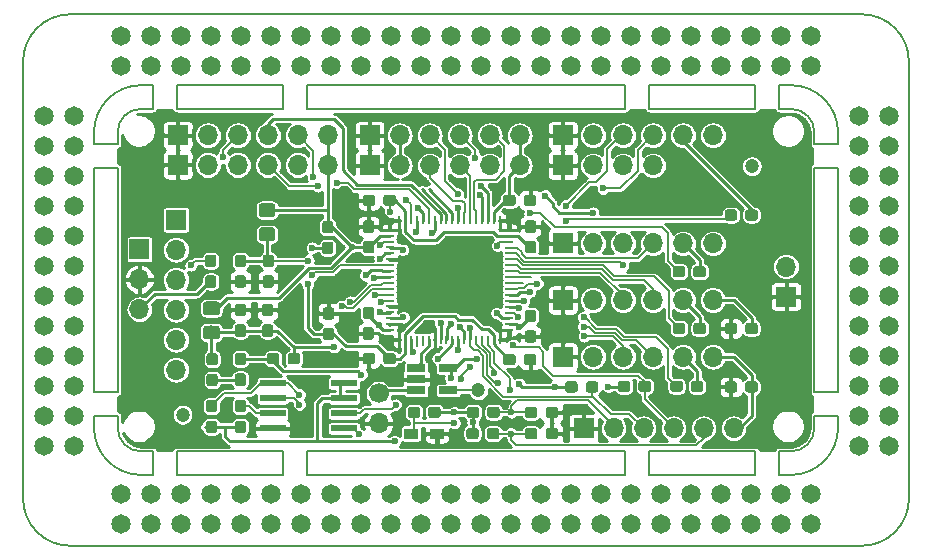
<source format=gbr>
G04 #@! TF.GenerationSoftware,KiCad,Pcbnew,(5.1.2)-2*
G04 #@! TF.CreationDate,2019-08-19T13:15:05+03:00*
G04 #@! TF.ProjectId,SigmaDSP ADAU1452,5369676d-6144-4535-9020-414441553134,rev?*
G04 #@! TF.SameCoordinates,Original*
G04 #@! TF.FileFunction,Copper,L1,Top*
G04 #@! TF.FilePolarity,Positive*
%FSLAX46Y46*%
G04 Gerber Fmt 4.6, Leading zero omitted, Abs format (unit mm)*
G04 Created by KiCad (PCBNEW (5.1.2)-2) date 2019-08-19 13:15:05*
%MOMM*%
%LPD*%
G04 APERTURE LIST*
%ADD10C,0.150000*%
%ADD11R,2.200000X0.600000*%
%ADD12R,0.280000X0.650000*%
%ADD13R,0.650000X0.280000*%
%ADD14R,5.250000X5.250000*%
%ADD15C,1.200000*%
%ADD16C,1.651000*%
%ADD17C,1.700000*%
%ADD18O,1.700000X1.700000*%
%ADD19C,0.100000*%
%ADD20C,0.950000*%
%ADD21C,1.150000*%
%ADD22R,1.700000X1.700000*%
%ADD23R,1.200000X0.900000*%
%ADD24R,1.560000X0.650000*%
%ADD25C,0.600000*%
%ADD26C,0.250000*%
%ADD27C,0.152400*%
%ADD28C,0.200000*%
%ADD29C,0.254000*%
G04 APERTURE END LIST*
D10*
X215000000Y-163000000D02*
G75*
G02X217000000Y-165000000I0J-2000000D01*
G01*
X158000000Y-165000000D02*
G75*
G02X160000000Y-163000000I2000000J0D01*
G01*
X217000000Y-190000000D02*
G75*
G02X215000000Y-192000000I-2000000J0D01*
G01*
X160000000Y-192000000D02*
G75*
G02X158000000Y-190000000I0J2000000D01*
G01*
X163000000Y-192000000D02*
X172000000Y-192000000D01*
X172000000Y-192000000D02*
X172000000Y-194000000D01*
X172000000Y-194000000D02*
X163000000Y-194000000D01*
X163000000Y-194000000D02*
X163000000Y-192000000D01*
X174000000Y-192000000D02*
X174000000Y-194000000D01*
X174000000Y-194000000D02*
X201000000Y-194000000D01*
X201000000Y-194000000D02*
X201000000Y-192000000D01*
X201000000Y-192000000D02*
X174000000Y-192000000D01*
X203000000Y-192000000D02*
X203000000Y-194000000D01*
X203000000Y-194000000D02*
X211000000Y-194000000D01*
X211000000Y-192000000D02*
X203000000Y-192000000D01*
X160000000Y-192000000D02*
X161000000Y-192000000D01*
X161000000Y-192000000D02*
X161000000Y-194000000D01*
X161000000Y-194000000D02*
X160000000Y-194000000D01*
X158000000Y-190000000D02*
X158000000Y-189000000D01*
X158000000Y-189000000D02*
X156000000Y-189000000D01*
X156000000Y-189000000D02*
X156000000Y-190000000D01*
X160000000Y-194000000D02*
G75*
G02X156000000Y-190000000I0J4000000D01*
G01*
X160000000Y-163000000D02*
X161000000Y-163000000D01*
X161000000Y-163000000D02*
X161000000Y-161000000D01*
X161000000Y-161000000D02*
X160000000Y-161000000D01*
X158000000Y-165000000D02*
X158000000Y-166000000D01*
X158000000Y-166000000D02*
X156000000Y-166000000D01*
X156000000Y-166000000D02*
X156000000Y-165000000D01*
X156000000Y-165000000D02*
G75*
G02X160000000Y-161000000I4000000J0D01*
G01*
X215000000Y-163000000D02*
X214000000Y-163000000D01*
X214000000Y-163000000D02*
X214000000Y-161000000D01*
X214000000Y-161000000D02*
X215000000Y-161000000D01*
X217000000Y-165000000D02*
X217000000Y-166000000D01*
X217000000Y-166000000D02*
X219000000Y-166000000D01*
X219000000Y-166000000D02*
X219000000Y-165000000D01*
X215000000Y-161000000D02*
G75*
G02X219000000Y-165000000I0J-4000000D01*
G01*
X217000000Y-190000000D02*
X217000000Y-189000000D01*
X217000000Y-189000000D02*
X219000000Y-189000000D01*
X219000000Y-189000000D02*
X219000000Y-190000000D01*
X215000000Y-192000000D02*
X214000000Y-192000000D01*
X214000000Y-192000000D02*
X214000000Y-194000000D01*
X219000000Y-190000000D02*
G75*
G02X215000000Y-194000000I-4000000J0D01*
G01*
X214000000Y-194000000D02*
X215000000Y-194000000D01*
X158000000Y-187000000D02*
X156000000Y-187000000D01*
X156000000Y-187000000D02*
X156000000Y-168000000D01*
X156000000Y-168000000D02*
X158000000Y-168000000D01*
X158000000Y-168000000D02*
X158000000Y-187000000D01*
X217000000Y-187000000D02*
X219000000Y-187000000D01*
X219000000Y-187000000D02*
X219000000Y-168000000D01*
X219000000Y-168000000D02*
X217000000Y-168000000D01*
X217000000Y-168000000D02*
X217000000Y-187000000D01*
X163000000Y-163000000D02*
X163000000Y-161000000D01*
X163000000Y-161000000D02*
X172000000Y-161000000D01*
X172000000Y-161000000D02*
X172000000Y-163000000D01*
X172000000Y-163000000D02*
X163000000Y-163000000D01*
X212000000Y-163000000D02*
X203000000Y-163000000D01*
X203000000Y-163000000D02*
X203000000Y-161000000D01*
X203000000Y-161000000D02*
X212000000Y-161000000D01*
X212000000Y-161000000D02*
X212000000Y-163000000D01*
X174000000Y-163000000D02*
X174000000Y-161000000D01*
X174000000Y-161000000D02*
X201000000Y-161000000D01*
X201000000Y-161000000D02*
X201000000Y-163000000D01*
X201000000Y-163000000D02*
X174000000Y-163000000D01*
X150000000Y-159000000D02*
G75*
G02X154000000Y-155000000I4000000J0D01*
G01*
X221000000Y-155000000D02*
G75*
G02X225000000Y-159000000I0J-4000000D01*
G01*
X225000000Y-196000000D02*
G75*
G02X221000000Y-200000000I-4000000J0D01*
G01*
X154000000Y-200000000D02*
G75*
G02X150000000Y-196000000I0J4000000D01*
G01*
X154000000Y-200000000D02*
X221000000Y-200000000D01*
X225000000Y-196000000D02*
X225000000Y-159000000D01*
X221000000Y-155000000D02*
X154000000Y-155000000D01*
X150000000Y-159000000D02*
X150000000Y-196000000D01*
X211000000Y-192000000D02*
X212000000Y-192000000D01*
X212000000Y-192000000D02*
X212000000Y-194000000D01*
X212000000Y-194000000D02*
X211000000Y-194000000D01*
D11*
X171127400Y-186245000D03*
X171127400Y-187502300D03*
X171127400Y-188785000D03*
X171127400Y-190055000D03*
X177172600Y-190055000D03*
X177172600Y-188785000D03*
X177172600Y-187502300D03*
X177172600Y-186245000D03*
D12*
X181850000Y-172458100D03*
X182350000Y-172458100D03*
X182848800Y-172458100D03*
X183344100Y-172458100D03*
X183850000Y-172458100D03*
X184347400Y-172458100D03*
X184842700Y-172458100D03*
X185350000Y-172458100D03*
X185846000Y-172458100D03*
X186350000Y-172458100D03*
X186849300Y-172458100D03*
X187350000Y-172458100D03*
X187850000Y-172458100D03*
X188350000Y-172458100D03*
X188850000Y-172458100D03*
X189350000Y-172458100D03*
X189846500Y-172458100D03*
X190350000Y-172458100D03*
D13*
X191141900Y-173245500D03*
X191141900Y-173750000D03*
X191141900Y-174250000D03*
X191141900Y-174750000D03*
X191141900Y-175250000D03*
X191141900Y-175750000D03*
X191141900Y-176250000D03*
X191141900Y-176750000D03*
X191141900Y-177250000D03*
X191141900Y-177750000D03*
X191141900Y-178250000D03*
X191141900Y-178750000D03*
X191141900Y-179250000D03*
X191141900Y-179750000D03*
X191141900Y-180250000D03*
X191141900Y-180750000D03*
X191141900Y-181250000D03*
X191141900Y-181750000D03*
D12*
X190350000Y-182541900D03*
X189846500Y-182541900D03*
X189350000Y-182541900D03*
X188850000Y-182541900D03*
X188347900Y-182541900D03*
X187850000Y-182541900D03*
X187350000Y-182541900D03*
X186849300Y-182541900D03*
X186350000Y-182541900D03*
X185846000Y-182541900D03*
X185350000Y-182541900D03*
X184850000Y-182541900D03*
X184347400Y-182541900D03*
X183850000Y-182541900D03*
X183344100Y-182541900D03*
X182848800Y-182541900D03*
X182350000Y-182541900D03*
X181845500Y-182541900D03*
D13*
X181058100Y-181741800D03*
X181058100Y-181246500D03*
X181058100Y-180750000D03*
X181058100Y-180243200D03*
X181058100Y-179735200D03*
X181058100Y-179239900D03*
X181058100Y-178750000D03*
X181058100Y-178249300D03*
X181058100Y-177741300D03*
X181058100Y-177246000D03*
X181058100Y-176750000D03*
X181058100Y-176242700D03*
X181058100Y-175750000D03*
X181058100Y-175250000D03*
X181058100Y-174744100D03*
X181058100Y-174248800D03*
X181058100Y-173740800D03*
X181058100Y-173250000D03*
D14*
X186100000Y-177500000D03*
D15*
X211700000Y-167850000D03*
X163500000Y-188900000D03*
D16*
X158315000Y-156819000D03*
X160855000Y-156819000D03*
X163395000Y-156819000D03*
X165935000Y-156819000D03*
X168475000Y-156819000D03*
X171015000Y-156819000D03*
X173555000Y-156819000D03*
X176095000Y-156819000D03*
X176095000Y-159359000D03*
X173555000Y-159359000D03*
X171015000Y-159359000D03*
X168475000Y-159359000D03*
X165935000Y-159359000D03*
X163395000Y-159359000D03*
X160855000Y-159359000D03*
X158315000Y-159359000D03*
X196415000Y-156819000D03*
X193875000Y-156819000D03*
X191335000Y-156819000D03*
X188795000Y-156819000D03*
X186255000Y-156819000D03*
X183715000Y-156819000D03*
X181175000Y-156819000D03*
X178635000Y-156819000D03*
X178635000Y-159359000D03*
X181175000Y-159359000D03*
X183715000Y-159359000D03*
X186255000Y-159359000D03*
X188795000Y-159359000D03*
X191335000Y-159359000D03*
X193875000Y-159359000D03*
X196415000Y-159359000D03*
X216735000Y-159359000D03*
X214195000Y-159359000D03*
X211655000Y-159359000D03*
X209115000Y-159359000D03*
X206575000Y-159359000D03*
X204035000Y-159359000D03*
X201495000Y-159359000D03*
X198955000Y-159359000D03*
X198955000Y-156819000D03*
X201495000Y-156819000D03*
X204035000Y-156819000D03*
X206575000Y-156819000D03*
X209115000Y-156819000D03*
X211655000Y-156819000D03*
X214195000Y-156819000D03*
X216735000Y-156819000D03*
X151802000Y-168674000D03*
X151802000Y-171214000D03*
X151802000Y-173754000D03*
X151802000Y-176294000D03*
X151802000Y-178834000D03*
X151802000Y-181374000D03*
X151802000Y-183914000D03*
X151802000Y-186454000D03*
X223303000Y-168674000D03*
X223303000Y-171214000D03*
X223303000Y-173754000D03*
X223303000Y-176294000D03*
X223303000Y-178834000D03*
X223303000Y-181374000D03*
X223303000Y-183914000D03*
X223303000Y-186454000D03*
X220763000Y-186454000D03*
X220763000Y-183914000D03*
X220763000Y-181374000D03*
X220763000Y-178834000D03*
X220763000Y-176294000D03*
X220763000Y-173754000D03*
X220763000Y-171214000D03*
X220763000Y-168674000D03*
X151802000Y-166134000D03*
X154342000Y-166134000D03*
X154342000Y-163594000D03*
X151802000Y-163594000D03*
X223303000Y-166134000D03*
X220763000Y-166134000D03*
X220763000Y-163594000D03*
X223303000Y-163594000D03*
X154342000Y-191534000D03*
X151802000Y-191534000D03*
X176095000Y-195619000D03*
X173555000Y-195619000D03*
X171015000Y-195619000D03*
X168475000Y-195619000D03*
X165935000Y-195619000D03*
X163395000Y-195619000D03*
X160855000Y-195619000D03*
X158315000Y-195619000D03*
X158315000Y-198159000D03*
X160855000Y-198159000D03*
X163395000Y-198159000D03*
X165935000Y-198159000D03*
X168475000Y-198159000D03*
X171015000Y-198159000D03*
X173555000Y-198159000D03*
X176095000Y-198159000D03*
X178635000Y-195619000D03*
X181175000Y-195619000D03*
X183715000Y-195619000D03*
X186255000Y-195619000D03*
X188795000Y-195619000D03*
X191335000Y-195619000D03*
X193875000Y-195619000D03*
X196415000Y-195619000D03*
X196415000Y-198159000D03*
X193875000Y-198159000D03*
X191335000Y-198159000D03*
X188795000Y-198159000D03*
X186255000Y-198159000D03*
X183715000Y-198159000D03*
X181175000Y-198159000D03*
X178635000Y-198159000D03*
X198955000Y-198159000D03*
X201495000Y-198159000D03*
X204035000Y-198159000D03*
X206575000Y-198159000D03*
X209115000Y-198159000D03*
X211655000Y-198159000D03*
X214195000Y-198159000D03*
X216735000Y-198159000D03*
X216735000Y-195619000D03*
X214195000Y-195619000D03*
X211655000Y-195619000D03*
X209115000Y-195619000D03*
X206575000Y-195619000D03*
X204035000Y-195619000D03*
X201495000Y-195619000D03*
X198955000Y-195619000D03*
X154342000Y-186454000D03*
X154342000Y-183914000D03*
X154342000Y-181374000D03*
X154342000Y-178834000D03*
X154342000Y-176294000D03*
X154342000Y-173754000D03*
X154342000Y-171214000D03*
X154342000Y-168674000D03*
X151802000Y-188994000D03*
X154342000Y-188994000D03*
X220763000Y-191534000D03*
X223303000Y-191534000D03*
X223303000Y-188994000D03*
X220763000Y-188994000D03*
D17*
X180100000Y-187100000D03*
D18*
X180100000Y-189640000D03*
D15*
X188550000Y-186850000D03*
D19*
G36*
X168660779Y-181251144D02*
G01*
X168683834Y-181254563D01*
X168706443Y-181260227D01*
X168728387Y-181268079D01*
X168749457Y-181278044D01*
X168769448Y-181290026D01*
X168788168Y-181303910D01*
X168805438Y-181319562D01*
X168821090Y-181336832D01*
X168834974Y-181355552D01*
X168846956Y-181375543D01*
X168856921Y-181396613D01*
X168864773Y-181418557D01*
X168870437Y-181441166D01*
X168873856Y-181464221D01*
X168875000Y-181487500D01*
X168875000Y-182062500D01*
X168873856Y-182085779D01*
X168870437Y-182108834D01*
X168864773Y-182131443D01*
X168856921Y-182153387D01*
X168846956Y-182174457D01*
X168834974Y-182194448D01*
X168821090Y-182213168D01*
X168805438Y-182230438D01*
X168788168Y-182246090D01*
X168769448Y-182259974D01*
X168749457Y-182271956D01*
X168728387Y-182281921D01*
X168706443Y-182289773D01*
X168683834Y-182295437D01*
X168660779Y-182298856D01*
X168637500Y-182300000D01*
X168162500Y-182300000D01*
X168139221Y-182298856D01*
X168116166Y-182295437D01*
X168093557Y-182289773D01*
X168071613Y-182281921D01*
X168050543Y-182271956D01*
X168030552Y-182259974D01*
X168011832Y-182246090D01*
X167994562Y-182230438D01*
X167978910Y-182213168D01*
X167965026Y-182194448D01*
X167953044Y-182174457D01*
X167943079Y-182153387D01*
X167935227Y-182131443D01*
X167929563Y-182108834D01*
X167926144Y-182085779D01*
X167925000Y-182062500D01*
X167925000Y-181487500D01*
X167926144Y-181464221D01*
X167929563Y-181441166D01*
X167935227Y-181418557D01*
X167943079Y-181396613D01*
X167953044Y-181375543D01*
X167965026Y-181355552D01*
X167978910Y-181336832D01*
X167994562Y-181319562D01*
X168011832Y-181303910D01*
X168030552Y-181290026D01*
X168050543Y-181278044D01*
X168071613Y-181268079D01*
X168093557Y-181260227D01*
X168116166Y-181254563D01*
X168139221Y-181251144D01*
X168162500Y-181250000D01*
X168637500Y-181250000D01*
X168660779Y-181251144D01*
X168660779Y-181251144D01*
G37*
D20*
X168400000Y-181775000D03*
D19*
G36*
X168660779Y-179501144D02*
G01*
X168683834Y-179504563D01*
X168706443Y-179510227D01*
X168728387Y-179518079D01*
X168749457Y-179528044D01*
X168769448Y-179540026D01*
X168788168Y-179553910D01*
X168805438Y-179569562D01*
X168821090Y-179586832D01*
X168834974Y-179605552D01*
X168846956Y-179625543D01*
X168856921Y-179646613D01*
X168864773Y-179668557D01*
X168870437Y-179691166D01*
X168873856Y-179714221D01*
X168875000Y-179737500D01*
X168875000Y-180312500D01*
X168873856Y-180335779D01*
X168870437Y-180358834D01*
X168864773Y-180381443D01*
X168856921Y-180403387D01*
X168846956Y-180424457D01*
X168834974Y-180444448D01*
X168821090Y-180463168D01*
X168805438Y-180480438D01*
X168788168Y-180496090D01*
X168769448Y-180509974D01*
X168749457Y-180521956D01*
X168728387Y-180531921D01*
X168706443Y-180539773D01*
X168683834Y-180545437D01*
X168660779Y-180548856D01*
X168637500Y-180550000D01*
X168162500Y-180550000D01*
X168139221Y-180548856D01*
X168116166Y-180545437D01*
X168093557Y-180539773D01*
X168071613Y-180531921D01*
X168050543Y-180521956D01*
X168030552Y-180509974D01*
X168011832Y-180496090D01*
X167994562Y-180480438D01*
X167978910Y-180463168D01*
X167965026Y-180444448D01*
X167953044Y-180424457D01*
X167943079Y-180403387D01*
X167935227Y-180381443D01*
X167929563Y-180358834D01*
X167926144Y-180335779D01*
X167925000Y-180312500D01*
X167925000Y-179737500D01*
X167926144Y-179714221D01*
X167929563Y-179691166D01*
X167935227Y-179668557D01*
X167943079Y-179646613D01*
X167953044Y-179625543D01*
X167965026Y-179605552D01*
X167978910Y-179586832D01*
X167994562Y-179569562D01*
X168011832Y-179553910D01*
X168030552Y-179540026D01*
X168050543Y-179528044D01*
X168071613Y-179518079D01*
X168093557Y-179510227D01*
X168116166Y-179504563D01*
X168139221Y-179501144D01*
X168162500Y-179500000D01*
X168637500Y-179500000D01*
X168660779Y-179501144D01*
X168660779Y-179501144D01*
G37*
D20*
X168400000Y-180025000D03*
D19*
G36*
X170960779Y-179501144D02*
G01*
X170983834Y-179504563D01*
X171006443Y-179510227D01*
X171028387Y-179518079D01*
X171049457Y-179528044D01*
X171069448Y-179540026D01*
X171088168Y-179553910D01*
X171105438Y-179569562D01*
X171121090Y-179586832D01*
X171134974Y-179605552D01*
X171146956Y-179625543D01*
X171156921Y-179646613D01*
X171164773Y-179668557D01*
X171170437Y-179691166D01*
X171173856Y-179714221D01*
X171175000Y-179737500D01*
X171175000Y-180312500D01*
X171173856Y-180335779D01*
X171170437Y-180358834D01*
X171164773Y-180381443D01*
X171156921Y-180403387D01*
X171146956Y-180424457D01*
X171134974Y-180444448D01*
X171121090Y-180463168D01*
X171105438Y-180480438D01*
X171088168Y-180496090D01*
X171069448Y-180509974D01*
X171049457Y-180521956D01*
X171028387Y-180531921D01*
X171006443Y-180539773D01*
X170983834Y-180545437D01*
X170960779Y-180548856D01*
X170937500Y-180550000D01*
X170462500Y-180550000D01*
X170439221Y-180548856D01*
X170416166Y-180545437D01*
X170393557Y-180539773D01*
X170371613Y-180531921D01*
X170350543Y-180521956D01*
X170330552Y-180509974D01*
X170311832Y-180496090D01*
X170294562Y-180480438D01*
X170278910Y-180463168D01*
X170265026Y-180444448D01*
X170253044Y-180424457D01*
X170243079Y-180403387D01*
X170235227Y-180381443D01*
X170229563Y-180358834D01*
X170226144Y-180335779D01*
X170225000Y-180312500D01*
X170225000Y-179737500D01*
X170226144Y-179714221D01*
X170229563Y-179691166D01*
X170235227Y-179668557D01*
X170243079Y-179646613D01*
X170253044Y-179625543D01*
X170265026Y-179605552D01*
X170278910Y-179586832D01*
X170294562Y-179569562D01*
X170311832Y-179553910D01*
X170330552Y-179540026D01*
X170350543Y-179528044D01*
X170371613Y-179518079D01*
X170393557Y-179510227D01*
X170416166Y-179504563D01*
X170439221Y-179501144D01*
X170462500Y-179500000D01*
X170937500Y-179500000D01*
X170960779Y-179501144D01*
X170960779Y-179501144D01*
G37*
D20*
X170700000Y-180025000D03*
D19*
G36*
X170960779Y-181251144D02*
G01*
X170983834Y-181254563D01*
X171006443Y-181260227D01*
X171028387Y-181268079D01*
X171049457Y-181278044D01*
X171069448Y-181290026D01*
X171088168Y-181303910D01*
X171105438Y-181319562D01*
X171121090Y-181336832D01*
X171134974Y-181355552D01*
X171146956Y-181375543D01*
X171156921Y-181396613D01*
X171164773Y-181418557D01*
X171170437Y-181441166D01*
X171173856Y-181464221D01*
X171175000Y-181487500D01*
X171175000Y-182062500D01*
X171173856Y-182085779D01*
X171170437Y-182108834D01*
X171164773Y-182131443D01*
X171156921Y-182153387D01*
X171146956Y-182174457D01*
X171134974Y-182194448D01*
X171121090Y-182213168D01*
X171105438Y-182230438D01*
X171088168Y-182246090D01*
X171069448Y-182259974D01*
X171049457Y-182271956D01*
X171028387Y-182281921D01*
X171006443Y-182289773D01*
X170983834Y-182295437D01*
X170960779Y-182298856D01*
X170937500Y-182300000D01*
X170462500Y-182300000D01*
X170439221Y-182298856D01*
X170416166Y-182295437D01*
X170393557Y-182289773D01*
X170371613Y-182281921D01*
X170350543Y-182271956D01*
X170330552Y-182259974D01*
X170311832Y-182246090D01*
X170294562Y-182230438D01*
X170278910Y-182213168D01*
X170265026Y-182194448D01*
X170253044Y-182174457D01*
X170243079Y-182153387D01*
X170235227Y-182131443D01*
X170229563Y-182108834D01*
X170226144Y-182085779D01*
X170225000Y-182062500D01*
X170225000Y-181487500D01*
X170226144Y-181464221D01*
X170229563Y-181441166D01*
X170235227Y-181418557D01*
X170243079Y-181396613D01*
X170253044Y-181375543D01*
X170265026Y-181355552D01*
X170278910Y-181336832D01*
X170294562Y-181319562D01*
X170311832Y-181303910D01*
X170330552Y-181290026D01*
X170350543Y-181278044D01*
X170371613Y-181268079D01*
X170393557Y-181260227D01*
X170416166Y-181254563D01*
X170439221Y-181251144D01*
X170462500Y-181250000D01*
X170937500Y-181250000D01*
X170960779Y-181251144D01*
X170960779Y-181251144D01*
G37*
D20*
X170700000Y-181775000D03*
D19*
G36*
X168660779Y-177101144D02*
G01*
X168683834Y-177104563D01*
X168706443Y-177110227D01*
X168728387Y-177118079D01*
X168749457Y-177128044D01*
X168769448Y-177140026D01*
X168788168Y-177153910D01*
X168805438Y-177169562D01*
X168821090Y-177186832D01*
X168834974Y-177205552D01*
X168846956Y-177225543D01*
X168856921Y-177246613D01*
X168864773Y-177268557D01*
X168870437Y-177291166D01*
X168873856Y-177314221D01*
X168875000Y-177337500D01*
X168875000Y-177912500D01*
X168873856Y-177935779D01*
X168870437Y-177958834D01*
X168864773Y-177981443D01*
X168856921Y-178003387D01*
X168846956Y-178024457D01*
X168834974Y-178044448D01*
X168821090Y-178063168D01*
X168805438Y-178080438D01*
X168788168Y-178096090D01*
X168769448Y-178109974D01*
X168749457Y-178121956D01*
X168728387Y-178131921D01*
X168706443Y-178139773D01*
X168683834Y-178145437D01*
X168660779Y-178148856D01*
X168637500Y-178150000D01*
X168162500Y-178150000D01*
X168139221Y-178148856D01*
X168116166Y-178145437D01*
X168093557Y-178139773D01*
X168071613Y-178131921D01*
X168050543Y-178121956D01*
X168030552Y-178109974D01*
X168011832Y-178096090D01*
X167994562Y-178080438D01*
X167978910Y-178063168D01*
X167965026Y-178044448D01*
X167953044Y-178024457D01*
X167943079Y-178003387D01*
X167935227Y-177981443D01*
X167929563Y-177958834D01*
X167926144Y-177935779D01*
X167925000Y-177912500D01*
X167925000Y-177337500D01*
X167926144Y-177314221D01*
X167929563Y-177291166D01*
X167935227Y-177268557D01*
X167943079Y-177246613D01*
X167953044Y-177225543D01*
X167965026Y-177205552D01*
X167978910Y-177186832D01*
X167994562Y-177169562D01*
X168011832Y-177153910D01*
X168030552Y-177140026D01*
X168050543Y-177128044D01*
X168071613Y-177118079D01*
X168093557Y-177110227D01*
X168116166Y-177104563D01*
X168139221Y-177101144D01*
X168162500Y-177100000D01*
X168637500Y-177100000D01*
X168660779Y-177101144D01*
X168660779Y-177101144D01*
G37*
D20*
X168400000Y-177625000D03*
D19*
G36*
X168660779Y-175351144D02*
G01*
X168683834Y-175354563D01*
X168706443Y-175360227D01*
X168728387Y-175368079D01*
X168749457Y-175378044D01*
X168769448Y-175390026D01*
X168788168Y-175403910D01*
X168805438Y-175419562D01*
X168821090Y-175436832D01*
X168834974Y-175455552D01*
X168846956Y-175475543D01*
X168856921Y-175496613D01*
X168864773Y-175518557D01*
X168870437Y-175541166D01*
X168873856Y-175564221D01*
X168875000Y-175587500D01*
X168875000Y-176162500D01*
X168873856Y-176185779D01*
X168870437Y-176208834D01*
X168864773Y-176231443D01*
X168856921Y-176253387D01*
X168846956Y-176274457D01*
X168834974Y-176294448D01*
X168821090Y-176313168D01*
X168805438Y-176330438D01*
X168788168Y-176346090D01*
X168769448Y-176359974D01*
X168749457Y-176371956D01*
X168728387Y-176381921D01*
X168706443Y-176389773D01*
X168683834Y-176395437D01*
X168660779Y-176398856D01*
X168637500Y-176400000D01*
X168162500Y-176400000D01*
X168139221Y-176398856D01*
X168116166Y-176395437D01*
X168093557Y-176389773D01*
X168071613Y-176381921D01*
X168050543Y-176371956D01*
X168030552Y-176359974D01*
X168011832Y-176346090D01*
X167994562Y-176330438D01*
X167978910Y-176313168D01*
X167965026Y-176294448D01*
X167953044Y-176274457D01*
X167943079Y-176253387D01*
X167935227Y-176231443D01*
X167929563Y-176208834D01*
X167926144Y-176185779D01*
X167925000Y-176162500D01*
X167925000Y-175587500D01*
X167926144Y-175564221D01*
X167929563Y-175541166D01*
X167935227Y-175518557D01*
X167943079Y-175496613D01*
X167953044Y-175475543D01*
X167965026Y-175455552D01*
X167978910Y-175436832D01*
X167994562Y-175419562D01*
X168011832Y-175403910D01*
X168030552Y-175390026D01*
X168050543Y-175378044D01*
X168071613Y-175368079D01*
X168093557Y-175360227D01*
X168116166Y-175354563D01*
X168139221Y-175351144D01*
X168162500Y-175350000D01*
X168637500Y-175350000D01*
X168660779Y-175351144D01*
X168660779Y-175351144D01*
G37*
D20*
X168400000Y-175875000D03*
D19*
G36*
X173235779Y-183676144D02*
G01*
X173258834Y-183679563D01*
X173281443Y-183685227D01*
X173303387Y-183693079D01*
X173324457Y-183703044D01*
X173344448Y-183715026D01*
X173363168Y-183728910D01*
X173380438Y-183744562D01*
X173396090Y-183761832D01*
X173409974Y-183780552D01*
X173421956Y-183800543D01*
X173431921Y-183821613D01*
X173439773Y-183843557D01*
X173445437Y-183866166D01*
X173448856Y-183889221D01*
X173450000Y-183912500D01*
X173450000Y-184387500D01*
X173448856Y-184410779D01*
X173445437Y-184433834D01*
X173439773Y-184456443D01*
X173431921Y-184478387D01*
X173421956Y-184499457D01*
X173409974Y-184519448D01*
X173396090Y-184538168D01*
X173380438Y-184555438D01*
X173363168Y-184571090D01*
X173344448Y-184584974D01*
X173324457Y-184596956D01*
X173303387Y-184606921D01*
X173281443Y-184614773D01*
X173258834Y-184620437D01*
X173235779Y-184623856D01*
X173212500Y-184625000D01*
X172637500Y-184625000D01*
X172614221Y-184623856D01*
X172591166Y-184620437D01*
X172568557Y-184614773D01*
X172546613Y-184606921D01*
X172525543Y-184596956D01*
X172505552Y-184584974D01*
X172486832Y-184571090D01*
X172469562Y-184555438D01*
X172453910Y-184538168D01*
X172440026Y-184519448D01*
X172428044Y-184499457D01*
X172418079Y-184478387D01*
X172410227Y-184456443D01*
X172404563Y-184433834D01*
X172401144Y-184410779D01*
X172400000Y-184387500D01*
X172400000Y-183912500D01*
X172401144Y-183889221D01*
X172404563Y-183866166D01*
X172410227Y-183843557D01*
X172418079Y-183821613D01*
X172428044Y-183800543D01*
X172440026Y-183780552D01*
X172453910Y-183761832D01*
X172469562Y-183744562D01*
X172486832Y-183728910D01*
X172505552Y-183715026D01*
X172525543Y-183703044D01*
X172546613Y-183693079D01*
X172568557Y-183685227D01*
X172591166Y-183679563D01*
X172614221Y-183676144D01*
X172637500Y-183675000D01*
X173212500Y-183675000D01*
X173235779Y-183676144D01*
X173235779Y-183676144D01*
G37*
D20*
X172925000Y-184150000D03*
D19*
G36*
X171485779Y-183676144D02*
G01*
X171508834Y-183679563D01*
X171531443Y-183685227D01*
X171553387Y-183693079D01*
X171574457Y-183703044D01*
X171594448Y-183715026D01*
X171613168Y-183728910D01*
X171630438Y-183744562D01*
X171646090Y-183761832D01*
X171659974Y-183780552D01*
X171671956Y-183800543D01*
X171681921Y-183821613D01*
X171689773Y-183843557D01*
X171695437Y-183866166D01*
X171698856Y-183889221D01*
X171700000Y-183912500D01*
X171700000Y-184387500D01*
X171698856Y-184410779D01*
X171695437Y-184433834D01*
X171689773Y-184456443D01*
X171681921Y-184478387D01*
X171671956Y-184499457D01*
X171659974Y-184519448D01*
X171646090Y-184538168D01*
X171630438Y-184555438D01*
X171613168Y-184571090D01*
X171594448Y-184584974D01*
X171574457Y-184596956D01*
X171553387Y-184606921D01*
X171531443Y-184614773D01*
X171508834Y-184620437D01*
X171485779Y-184623856D01*
X171462500Y-184625000D01*
X170887500Y-184625000D01*
X170864221Y-184623856D01*
X170841166Y-184620437D01*
X170818557Y-184614773D01*
X170796613Y-184606921D01*
X170775543Y-184596956D01*
X170755552Y-184584974D01*
X170736832Y-184571090D01*
X170719562Y-184555438D01*
X170703910Y-184538168D01*
X170690026Y-184519448D01*
X170678044Y-184499457D01*
X170668079Y-184478387D01*
X170660227Y-184456443D01*
X170654563Y-184433834D01*
X170651144Y-184410779D01*
X170650000Y-184387500D01*
X170650000Y-183912500D01*
X170651144Y-183889221D01*
X170654563Y-183866166D01*
X170660227Y-183843557D01*
X170668079Y-183821613D01*
X170678044Y-183800543D01*
X170690026Y-183780552D01*
X170703910Y-183761832D01*
X170719562Y-183744562D01*
X170736832Y-183728910D01*
X170755552Y-183715026D01*
X170775543Y-183703044D01*
X170796613Y-183693079D01*
X170818557Y-183685227D01*
X170841166Y-183679563D01*
X170864221Y-183676144D01*
X170887500Y-183675000D01*
X171462500Y-183675000D01*
X171485779Y-183676144D01*
X171485779Y-183676144D01*
G37*
D20*
X171175000Y-184150000D03*
D19*
G36*
X171010779Y-175351144D02*
G01*
X171033834Y-175354563D01*
X171056443Y-175360227D01*
X171078387Y-175368079D01*
X171099457Y-175378044D01*
X171119448Y-175390026D01*
X171138168Y-175403910D01*
X171155438Y-175419562D01*
X171171090Y-175436832D01*
X171184974Y-175455552D01*
X171196956Y-175475543D01*
X171206921Y-175496613D01*
X171214773Y-175518557D01*
X171220437Y-175541166D01*
X171223856Y-175564221D01*
X171225000Y-175587500D01*
X171225000Y-176162500D01*
X171223856Y-176185779D01*
X171220437Y-176208834D01*
X171214773Y-176231443D01*
X171206921Y-176253387D01*
X171196956Y-176274457D01*
X171184974Y-176294448D01*
X171171090Y-176313168D01*
X171155438Y-176330438D01*
X171138168Y-176346090D01*
X171119448Y-176359974D01*
X171099457Y-176371956D01*
X171078387Y-176381921D01*
X171056443Y-176389773D01*
X171033834Y-176395437D01*
X171010779Y-176398856D01*
X170987500Y-176400000D01*
X170512500Y-176400000D01*
X170489221Y-176398856D01*
X170466166Y-176395437D01*
X170443557Y-176389773D01*
X170421613Y-176381921D01*
X170400543Y-176371956D01*
X170380552Y-176359974D01*
X170361832Y-176346090D01*
X170344562Y-176330438D01*
X170328910Y-176313168D01*
X170315026Y-176294448D01*
X170303044Y-176274457D01*
X170293079Y-176253387D01*
X170285227Y-176231443D01*
X170279563Y-176208834D01*
X170276144Y-176185779D01*
X170275000Y-176162500D01*
X170275000Y-175587500D01*
X170276144Y-175564221D01*
X170279563Y-175541166D01*
X170285227Y-175518557D01*
X170293079Y-175496613D01*
X170303044Y-175475543D01*
X170315026Y-175455552D01*
X170328910Y-175436832D01*
X170344562Y-175419562D01*
X170361832Y-175403910D01*
X170380552Y-175390026D01*
X170400543Y-175378044D01*
X170421613Y-175368079D01*
X170443557Y-175360227D01*
X170466166Y-175354563D01*
X170489221Y-175351144D01*
X170512500Y-175350000D01*
X170987500Y-175350000D01*
X171010779Y-175351144D01*
X171010779Y-175351144D01*
G37*
D20*
X170750000Y-175875000D03*
D19*
G36*
X171010779Y-177101144D02*
G01*
X171033834Y-177104563D01*
X171056443Y-177110227D01*
X171078387Y-177118079D01*
X171099457Y-177128044D01*
X171119448Y-177140026D01*
X171138168Y-177153910D01*
X171155438Y-177169562D01*
X171171090Y-177186832D01*
X171184974Y-177205552D01*
X171196956Y-177225543D01*
X171206921Y-177246613D01*
X171214773Y-177268557D01*
X171220437Y-177291166D01*
X171223856Y-177314221D01*
X171225000Y-177337500D01*
X171225000Y-177912500D01*
X171223856Y-177935779D01*
X171220437Y-177958834D01*
X171214773Y-177981443D01*
X171206921Y-178003387D01*
X171196956Y-178024457D01*
X171184974Y-178044448D01*
X171171090Y-178063168D01*
X171155438Y-178080438D01*
X171138168Y-178096090D01*
X171119448Y-178109974D01*
X171099457Y-178121956D01*
X171078387Y-178131921D01*
X171056443Y-178139773D01*
X171033834Y-178145437D01*
X171010779Y-178148856D01*
X170987500Y-178150000D01*
X170512500Y-178150000D01*
X170489221Y-178148856D01*
X170466166Y-178145437D01*
X170443557Y-178139773D01*
X170421613Y-178131921D01*
X170400543Y-178121956D01*
X170380552Y-178109974D01*
X170361832Y-178096090D01*
X170344562Y-178080438D01*
X170328910Y-178063168D01*
X170315026Y-178044448D01*
X170303044Y-178024457D01*
X170293079Y-178003387D01*
X170285227Y-177981443D01*
X170279563Y-177958834D01*
X170276144Y-177935779D01*
X170275000Y-177912500D01*
X170275000Y-177337500D01*
X170276144Y-177314221D01*
X170279563Y-177291166D01*
X170285227Y-177268557D01*
X170293079Y-177246613D01*
X170303044Y-177225543D01*
X170315026Y-177205552D01*
X170328910Y-177186832D01*
X170344562Y-177169562D01*
X170361832Y-177153910D01*
X170380552Y-177140026D01*
X170400543Y-177128044D01*
X170421613Y-177118079D01*
X170443557Y-177110227D01*
X170466166Y-177104563D01*
X170489221Y-177101144D01*
X170512500Y-177100000D01*
X170987500Y-177100000D01*
X171010779Y-177101144D01*
X171010779Y-177101144D01*
G37*
D20*
X170750000Y-177625000D03*
D19*
G36*
X166260779Y-185434476D02*
G01*
X166283834Y-185437895D01*
X166306443Y-185443559D01*
X166328387Y-185451411D01*
X166349457Y-185461376D01*
X166369448Y-185473358D01*
X166388168Y-185487242D01*
X166405438Y-185502894D01*
X166421090Y-185520164D01*
X166434974Y-185538884D01*
X166446956Y-185558875D01*
X166456921Y-185579945D01*
X166464773Y-185601889D01*
X166470437Y-185624498D01*
X166473856Y-185647553D01*
X166475000Y-185670832D01*
X166475000Y-186245832D01*
X166473856Y-186269111D01*
X166470437Y-186292166D01*
X166464773Y-186314775D01*
X166456921Y-186336719D01*
X166446956Y-186357789D01*
X166434974Y-186377780D01*
X166421090Y-186396500D01*
X166405438Y-186413770D01*
X166388168Y-186429422D01*
X166369448Y-186443306D01*
X166349457Y-186455288D01*
X166328387Y-186465253D01*
X166306443Y-186473105D01*
X166283834Y-186478769D01*
X166260779Y-186482188D01*
X166237500Y-186483332D01*
X165762500Y-186483332D01*
X165739221Y-186482188D01*
X165716166Y-186478769D01*
X165693557Y-186473105D01*
X165671613Y-186465253D01*
X165650543Y-186455288D01*
X165630552Y-186443306D01*
X165611832Y-186429422D01*
X165594562Y-186413770D01*
X165578910Y-186396500D01*
X165565026Y-186377780D01*
X165553044Y-186357789D01*
X165543079Y-186336719D01*
X165535227Y-186314775D01*
X165529563Y-186292166D01*
X165526144Y-186269111D01*
X165525000Y-186245832D01*
X165525000Y-185670832D01*
X165526144Y-185647553D01*
X165529563Y-185624498D01*
X165535227Y-185601889D01*
X165543079Y-185579945D01*
X165553044Y-185558875D01*
X165565026Y-185538884D01*
X165578910Y-185520164D01*
X165594562Y-185502894D01*
X165611832Y-185487242D01*
X165630552Y-185473358D01*
X165650543Y-185461376D01*
X165671613Y-185451411D01*
X165693557Y-185443559D01*
X165716166Y-185437895D01*
X165739221Y-185434476D01*
X165762500Y-185433332D01*
X166237500Y-185433332D01*
X166260779Y-185434476D01*
X166260779Y-185434476D01*
G37*
D20*
X166000000Y-185958332D03*
D19*
G36*
X166260779Y-183684476D02*
G01*
X166283834Y-183687895D01*
X166306443Y-183693559D01*
X166328387Y-183701411D01*
X166349457Y-183711376D01*
X166369448Y-183723358D01*
X166388168Y-183737242D01*
X166405438Y-183752894D01*
X166421090Y-183770164D01*
X166434974Y-183788884D01*
X166446956Y-183808875D01*
X166456921Y-183829945D01*
X166464773Y-183851889D01*
X166470437Y-183874498D01*
X166473856Y-183897553D01*
X166475000Y-183920832D01*
X166475000Y-184495832D01*
X166473856Y-184519111D01*
X166470437Y-184542166D01*
X166464773Y-184564775D01*
X166456921Y-184586719D01*
X166446956Y-184607789D01*
X166434974Y-184627780D01*
X166421090Y-184646500D01*
X166405438Y-184663770D01*
X166388168Y-184679422D01*
X166369448Y-184693306D01*
X166349457Y-184705288D01*
X166328387Y-184715253D01*
X166306443Y-184723105D01*
X166283834Y-184728769D01*
X166260779Y-184732188D01*
X166237500Y-184733332D01*
X165762500Y-184733332D01*
X165739221Y-184732188D01*
X165716166Y-184728769D01*
X165693557Y-184723105D01*
X165671613Y-184715253D01*
X165650543Y-184705288D01*
X165630552Y-184693306D01*
X165611832Y-184679422D01*
X165594562Y-184663770D01*
X165578910Y-184646500D01*
X165565026Y-184627780D01*
X165553044Y-184607789D01*
X165543079Y-184586719D01*
X165535227Y-184564775D01*
X165529563Y-184542166D01*
X165526144Y-184519111D01*
X165525000Y-184495832D01*
X165525000Y-183920832D01*
X165526144Y-183897553D01*
X165529563Y-183874498D01*
X165535227Y-183851889D01*
X165543079Y-183829945D01*
X165553044Y-183808875D01*
X165565026Y-183788884D01*
X165578910Y-183770164D01*
X165594562Y-183752894D01*
X165611832Y-183737242D01*
X165630552Y-183723358D01*
X165650543Y-183711376D01*
X165671613Y-183701411D01*
X165693557Y-183693559D01*
X165716166Y-183687895D01*
X165739221Y-183684476D01*
X165762500Y-183683332D01*
X166237500Y-183683332D01*
X166260779Y-183684476D01*
X166260779Y-183684476D01*
G37*
D20*
X166000000Y-184208332D03*
D19*
G36*
X193230779Y-174201144D02*
G01*
X193253834Y-174204563D01*
X193276443Y-174210227D01*
X193298387Y-174218079D01*
X193319457Y-174228044D01*
X193339448Y-174240026D01*
X193358168Y-174253910D01*
X193375438Y-174269562D01*
X193391090Y-174286832D01*
X193404974Y-174305552D01*
X193416956Y-174325543D01*
X193426921Y-174346613D01*
X193434773Y-174368557D01*
X193440437Y-174391166D01*
X193443856Y-174414221D01*
X193445000Y-174437500D01*
X193445000Y-175012500D01*
X193443856Y-175035779D01*
X193440437Y-175058834D01*
X193434773Y-175081443D01*
X193426921Y-175103387D01*
X193416956Y-175124457D01*
X193404974Y-175144448D01*
X193391090Y-175163168D01*
X193375438Y-175180438D01*
X193358168Y-175196090D01*
X193339448Y-175209974D01*
X193319457Y-175221956D01*
X193298387Y-175231921D01*
X193276443Y-175239773D01*
X193253834Y-175245437D01*
X193230779Y-175248856D01*
X193207500Y-175250000D01*
X192732500Y-175250000D01*
X192709221Y-175248856D01*
X192686166Y-175245437D01*
X192663557Y-175239773D01*
X192641613Y-175231921D01*
X192620543Y-175221956D01*
X192600552Y-175209974D01*
X192581832Y-175196090D01*
X192564562Y-175180438D01*
X192548910Y-175163168D01*
X192535026Y-175144448D01*
X192523044Y-175124457D01*
X192513079Y-175103387D01*
X192505227Y-175081443D01*
X192499563Y-175058834D01*
X192496144Y-175035779D01*
X192495000Y-175012500D01*
X192495000Y-174437500D01*
X192496144Y-174414221D01*
X192499563Y-174391166D01*
X192505227Y-174368557D01*
X192513079Y-174346613D01*
X192523044Y-174325543D01*
X192535026Y-174305552D01*
X192548910Y-174286832D01*
X192564562Y-174269562D01*
X192581832Y-174253910D01*
X192600552Y-174240026D01*
X192620543Y-174228044D01*
X192641613Y-174218079D01*
X192663557Y-174210227D01*
X192686166Y-174204563D01*
X192709221Y-174201144D01*
X192732500Y-174200000D01*
X193207500Y-174200000D01*
X193230779Y-174201144D01*
X193230779Y-174201144D01*
G37*
D20*
X192970000Y-174725000D03*
D19*
G36*
X193230779Y-172451144D02*
G01*
X193253834Y-172454563D01*
X193276443Y-172460227D01*
X193298387Y-172468079D01*
X193319457Y-172478044D01*
X193339448Y-172490026D01*
X193358168Y-172503910D01*
X193375438Y-172519562D01*
X193391090Y-172536832D01*
X193404974Y-172555552D01*
X193416956Y-172575543D01*
X193426921Y-172596613D01*
X193434773Y-172618557D01*
X193440437Y-172641166D01*
X193443856Y-172664221D01*
X193445000Y-172687500D01*
X193445000Y-173262500D01*
X193443856Y-173285779D01*
X193440437Y-173308834D01*
X193434773Y-173331443D01*
X193426921Y-173353387D01*
X193416956Y-173374457D01*
X193404974Y-173394448D01*
X193391090Y-173413168D01*
X193375438Y-173430438D01*
X193358168Y-173446090D01*
X193339448Y-173459974D01*
X193319457Y-173471956D01*
X193298387Y-173481921D01*
X193276443Y-173489773D01*
X193253834Y-173495437D01*
X193230779Y-173498856D01*
X193207500Y-173500000D01*
X192732500Y-173500000D01*
X192709221Y-173498856D01*
X192686166Y-173495437D01*
X192663557Y-173489773D01*
X192641613Y-173481921D01*
X192620543Y-173471956D01*
X192600552Y-173459974D01*
X192581832Y-173446090D01*
X192564562Y-173430438D01*
X192548910Y-173413168D01*
X192535026Y-173394448D01*
X192523044Y-173374457D01*
X192513079Y-173353387D01*
X192505227Y-173331443D01*
X192499563Y-173308834D01*
X192496144Y-173285779D01*
X192495000Y-173262500D01*
X192495000Y-172687500D01*
X192496144Y-172664221D01*
X192499563Y-172641166D01*
X192505227Y-172618557D01*
X192513079Y-172596613D01*
X192523044Y-172575543D01*
X192535026Y-172555552D01*
X192548910Y-172536832D01*
X192564562Y-172519562D01*
X192581832Y-172503910D01*
X192600552Y-172490026D01*
X192620543Y-172478044D01*
X192641613Y-172468079D01*
X192663557Y-172460227D01*
X192686166Y-172454563D01*
X192709221Y-172451144D01*
X192732500Y-172450000D01*
X193207500Y-172450000D01*
X193230779Y-172451144D01*
X193230779Y-172451144D01*
G37*
D20*
X192970000Y-172975000D03*
D19*
G36*
X191485779Y-183776144D02*
G01*
X191508834Y-183779563D01*
X191531443Y-183785227D01*
X191553387Y-183793079D01*
X191574457Y-183803044D01*
X191594448Y-183815026D01*
X191613168Y-183828910D01*
X191630438Y-183844562D01*
X191646090Y-183861832D01*
X191659974Y-183880552D01*
X191671956Y-183900543D01*
X191681921Y-183921613D01*
X191689773Y-183943557D01*
X191695437Y-183966166D01*
X191698856Y-183989221D01*
X191700000Y-184012500D01*
X191700000Y-184487500D01*
X191698856Y-184510779D01*
X191695437Y-184533834D01*
X191689773Y-184556443D01*
X191681921Y-184578387D01*
X191671956Y-184599457D01*
X191659974Y-184619448D01*
X191646090Y-184638168D01*
X191630438Y-184655438D01*
X191613168Y-184671090D01*
X191594448Y-184684974D01*
X191574457Y-184696956D01*
X191553387Y-184706921D01*
X191531443Y-184714773D01*
X191508834Y-184720437D01*
X191485779Y-184723856D01*
X191462500Y-184725000D01*
X190887500Y-184725000D01*
X190864221Y-184723856D01*
X190841166Y-184720437D01*
X190818557Y-184714773D01*
X190796613Y-184706921D01*
X190775543Y-184696956D01*
X190755552Y-184684974D01*
X190736832Y-184671090D01*
X190719562Y-184655438D01*
X190703910Y-184638168D01*
X190690026Y-184619448D01*
X190678044Y-184599457D01*
X190668079Y-184578387D01*
X190660227Y-184556443D01*
X190654563Y-184533834D01*
X190651144Y-184510779D01*
X190650000Y-184487500D01*
X190650000Y-184012500D01*
X190651144Y-183989221D01*
X190654563Y-183966166D01*
X190660227Y-183943557D01*
X190668079Y-183921613D01*
X190678044Y-183900543D01*
X190690026Y-183880552D01*
X190703910Y-183861832D01*
X190719562Y-183844562D01*
X190736832Y-183828910D01*
X190755552Y-183815026D01*
X190775543Y-183803044D01*
X190796613Y-183793079D01*
X190818557Y-183785227D01*
X190841166Y-183779563D01*
X190864221Y-183776144D01*
X190887500Y-183775000D01*
X191462500Y-183775000D01*
X191485779Y-183776144D01*
X191485779Y-183776144D01*
G37*
D20*
X191175000Y-184250000D03*
D19*
G36*
X193235779Y-183776144D02*
G01*
X193258834Y-183779563D01*
X193281443Y-183785227D01*
X193303387Y-183793079D01*
X193324457Y-183803044D01*
X193344448Y-183815026D01*
X193363168Y-183828910D01*
X193380438Y-183844562D01*
X193396090Y-183861832D01*
X193409974Y-183880552D01*
X193421956Y-183900543D01*
X193431921Y-183921613D01*
X193439773Y-183943557D01*
X193445437Y-183966166D01*
X193448856Y-183989221D01*
X193450000Y-184012500D01*
X193450000Y-184487500D01*
X193448856Y-184510779D01*
X193445437Y-184533834D01*
X193439773Y-184556443D01*
X193431921Y-184578387D01*
X193421956Y-184599457D01*
X193409974Y-184619448D01*
X193396090Y-184638168D01*
X193380438Y-184655438D01*
X193363168Y-184671090D01*
X193344448Y-184684974D01*
X193324457Y-184696956D01*
X193303387Y-184706921D01*
X193281443Y-184714773D01*
X193258834Y-184720437D01*
X193235779Y-184723856D01*
X193212500Y-184725000D01*
X192637500Y-184725000D01*
X192614221Y-184723856D01*
X192591166Y-184720437D01*
X192568557Y-184714773D01*
X192546613Y-184706921D01*
X192525543Y-184696956D01*
X192505552Y-184684974D01*
X192486832Y-184671090D01*
X192469562Y-184655438D01*
X192453910Y-184638168D01*
X192440026Y-184619448D01*
X192428044Y-184599457D01*
X192418079Y-184578387D01*
X192410227Y-184556443D01*
X192404563Y-184533834D01*
X192401144Y-184510779D01*
X192400000Y-184487500D01*
X192400000Y-184012500D01*
X192401144Y-183989221D01*
X192404563Y-183966166D01*
X192410227Y-183943557D01*
X192418079Y-183921613D01*
X192428044Y-183900543D01*
X192440026Y-183880552D01*
X192453910Y-183861832D01*
X192469562Y-183844562D01*
X192486832Y-183828910D01*
X192505552Y-183815026D01*
X192525543Y-183803044D01*
X192546613Y-183793079D01*
X192568557Y-183785227D01*
X192591166Y-183779563D01*
X192614221Y-183776144D01*
X192637500Y-183775000D01*
X193212500Y-183775000D01*
X193235779Y-183776144D01*
X193235779Y-183776144D01*
G37*
D20*
X192925000Y-184250000D03*
D19*
G36*
X179585779Y-170276144D02*
G01*
X179608834Y-170279563D01*
X179631443Y-170285227D01*
X179653387Y-170293079D01*
X179674457Y-170303044D01*
X179694448Y-170315026D01*
X179713168Y-170328910D01*
X179730438Y-170344562D01*
X179746090Y-170361832D01*
X179759974Y-170380552D01*
X179771956Y-170400543D01*
X179781921Y-170421613D01*
X179789773Y-170443557D01*
X179795437Y-170466166D01*
X179798856Y-170489221D01*
X179800000Y-170512500D01*
X179800000Y-170987500D01*
X179798856Y-171010779D01*
X179795437Y-171033834D01*
X179789773Y-171056443D01*
X179781921Y-171078387D01*
X179771956Y-171099457D01*
X179759974Y-171119448D01*
X179746090Y-171138168D01*
X179730438Y-171155438D01*
X179713168Y-171171090D01*
X179694448Y-171184974D01*
X179674457Y-171196956D01*
X179653387Y-171206921D01*
X179631443Y-171214773D01*
X179608834Y-171220437D01*
X179585779Y-171223856D01*
X179562500Y-171225000D01*
X178987500Y-171225000D01*
X178964221Y-171223856D01*
X178941166Y-171220437D01*
X178918557Y-171214773D01*
X178896613Y-171206921D01*
X178875543Y-171196956D01*
X178855552Y-171184974D01*
X178836832Y-171171090D01*
X178819562Y-171155438D01*
X178803910Y-171138168D01*
X178790026Y-171119448D01*
X178778044Y-171099457D01*
X178768079Y-171078387D01*
X178760227Y-171056443D01*
X178754563Y-171033834D01*
X178751144Y-171010779D01*
X178750000Y-170987500D01*
X178750000Y-170512500D01*
X178751144Y-170489221D01*
X178754563Y-170466166D01*
X178760227Y-170443557D01*
X178768079Y-170421613D01*
X178778044Y-170400543D01*
X178790026Y-170380552D01*
X178803910Y-170361832D01*
X178819562Y-170344562D01*
X178836832Y-170328910D01*
X178855552Y-170315026D01*
X178875543Y-170303044D01*
X178896613Y-170293079D01*
X178918557Y-170285227D01*
X178941166Y-170279563D01*
X178964221Y-170276144D01*
X178987500Y-170275000D01*
X179562500Y-170275000D01*
X179585779Y-170276144D01*
X179585779Y-170276144D01*
G37*
D20*
X179275000Y-170750000D03*
D19*
G36*
X181335779Y-170276144D02*
G01*
X181358834Y-170279563D01*
X181381443Y-170285227D01*
X181403387Y-170293079D01*
X181424457Y-170303044D01*
X181444448Y-170315026D01*
X181463168Y-170328910D01*
X181480438Y-170344562D01*
X181496090Y-170361832D01*
X181509974Y-170380552D01*
X181521956Y-170400543D01*
X181531921Y-170421613D01*
X181539773Y-170443557D01*
X181545437Y-170466166D01*
X181548856Y-170489221D01*
X181550000Y-170512500D01*
X181550000Y-170987500D01*
X181548856Y-171010779D01*
X181545437Y-171033834D01*
X181539773Y-171056443D01*
X181531921Y-171078387D01*
X181521956Y-171099457D01*
X181509974Y-171119448D01*
X181496090Y-171138168D01*
X181480438Y-171155438D01*
X181463168Y-171171090D01*
X181444448Y-171184974D01*
X181424457Y-171196956D01*
X181403387Y-171206921D01*
X181381443Y-171214773D01*
X181358834Y-171220437D01*
X181335779Y-171223856D01*
X181312500Y-171225000D01*
X180737500Y-171225000D01*
X180714221Y-171223856D01*
X180691166Y-171220437D01*
X180668557Y-171214773D01*
X180646613Y-171206921D01*
X180625543Y-171196956D01*
X180605552Y-171184974D01*
X180586832Y-171171090D01*
X180569562Y-171155438D01*
X180553910Y-171138168D01*
X180540026Y-171119448D01*
X180528044Y-171099457D01*
X180518079Y-171078387D01*
X180510227Y-171056443D01*
X180504563Y-171033834D01*
X180501144Y-171010779D01*
X180500000Y-170987500D01*
X180500000Y-170512500D01*
X180501144Y-170489221D01*
X180504563Y-170466166D01*
X180510227Y-170443557D01*
X180518079Y-170421613D01*
X180528044Y-170400543D01*
X180540026Y-170380552D01*
X180553910Y-170361832D01*
X180569562Y-170344562D01*
X180586832Y-170328910D01*
X180605552Y-170315026D01*
X180625543Y-170303044D01*
X180646613Y-170293079D01*
X180668557Y-170285227D01*
X180691166Y-170279563D01*
X180714221Y-170276144D01*
X180737500Y-170275000D01*
X181312500Y-170275000D01*
X181335779Y-170276144D01*
X181335779Y-170276144D01*
G37*
D20*
X181025000Y-170750000D03*
D19*
G36*
X176110779Y-181551144D02*
G01*
X176133834Y-181554563D01*
X176156443Y-181560227D01*
X176178387Y-181568079D01*
X176199457Y-181578044D01*
X176219448Y-181590026D01*
X176238168Y-181603910D01*
X176255438Y-181619562D01*
X176271090Y-181636832D01*
X176284974Y-181655552D01*
X176296956Y-181675543D01*
X176306921Y-181696613D01*
X176314773Y-181718557D01*
X176320437Y-181741166D01*
X176323856Y-181764221D01*
X176325000Y-181787500D01*
X176325000Y-182362500D01*
X176323856Y-182385779D01*
X176320437Y-182408834D01*
X176314773Y-182431443D01*
X176306921Y-182453387D01*
X176296956Y-182474457D01*
X176284974Y-182494448D01*
X176271090Y-182513168D01*
X176255438Y-182530438D01*
X176238168Y-182546090D01*
X176219448Y-182559974D01*
X176199457Y-182571956D01*
X176178387Y-182581921D01*
X176156443Y-182589773D01*
X176133834Y-182595437D01*
X176110779Y-182598856D01*
X176087500Y-182600000D01*
X175612500Y-182600000D01*
X175589221Y-182598856D01*
X175566166Y-182595437D01*
X175543557Y-182589773D01*
X175521613Y-182581921D01*
X175500543Y-182571956D01*
X175480552Y-182559974D01*
X175461832Y-182546090D01*
X175444562Y-182530438D01*
X175428910Y-182513168D01*
X175415026Y-182494448D01*
X175403044Y-182474457D01*
X175393079Y-182453387D01*
X175385227Y-182431443D01*
X175379563Y-182408834D01*
X175376144Y-182385779D01*
X175375000Y-182362500D01*
X175375000Y-181787500D01*
X175376144Y-181764221D01*
X175379563Y-181741166D01*
X175385227Y-181718557D01*
X175393079Y-181696613D01*
X175403044Y-181675543D01*
X175415026Y-181655552D01*
X175428910Y-181636832D01*
X175444562Y-181619562D01*
X175461832Y-181603910D01*
X175480552Y-181590026D01*
X175500543Y-181578044D01*
X175521613Y-181568079D01*
X175543557Y-181560227D01*
X175566166Y-181554563D01*
X175589221Y-181551144D01*
X175612500Y-181550000D01*
X176087500Y-181550000D01*
X176110779Y-181551144D01*
X176110779Y-181551144D01*
G37*
D20*
X175850000Y-182075000D03*
D19*
G36*
X176110779Y-179801144D02*
G01*
X176133834Y-179804563D01*
X176156443Y-179810227D01*
X176178387Y-179818079D01*
X176199457Y-179828044D01*
X176219448Y-179840026D01*
X176238168Y-179853910D01*
X176255438Y-179869562D01*
X176271090Y-179886832D01*
X176284974Y-179905552D01*
X176296956Y-179925543D01*
X176306921Y-179946613D01*
X176314773Y-179968557D01*
X176320437Y-179991166D01*
X176323856Y-180014221D01*
X176325000Y-180037500D01*
X176325000Y-180612500D01*
X176323856Y-180635779D01*
X176320437Y-180658834D01*
X176314773Y-180681443D01*
X176306921Y-180703387D01*
X176296956Y-180724457D01*
X176284974Y-180744448D01*
X176271090Y-180763168D01*
X176255438Y-180780438D01*
X176238168Y-180796090D01*
X176219448Y-180809974D01*
X176199457Y-180821956D01*
X176178387Y-180831921D01*
X176156443Y-180839773D01*
X176133834Y-180845437D01*
X176110779Y-180848856D01*
X176087500Y-180850000D01*
X175612500Y-180850000D01*
X175589221Y-180848856D01*
X175566166Y-180845437D01*
X175543557Y-180839773D01*
X175521613Y-180831921D01*
X175500543Y-180821956D01*
X175480552Y-180809974D01*
X175461832Y-180796090D01*
X175444562Y-180780438D01*
X175428910Y-180763168D01*
X175415026Y-180744448D01*
X175403044Y-180724457D01*
X175393079Y-180703387D01*
X175385227Y-180681443D01*
X175379563Y-180658834D01*
X175376144Y-180635779D01*
X175375000Y-180612500D01*
X175375000Y-180037500D01*
X175376144Y-180014221D01*
X175379563Y-179991166D01*
X175385227Y-179968557D01*
X175393079Y-179946613D01*
X175403044Y-179925543D01*
X175415026Y-179905552D01*
X175428910Y-179886832D01*
X175444562Y-179869562D01*
X175461832Y-179853910D01*
X175480552Y-179840026D01*
X175500543Y-179828044D01*
X175521613Y-179818079D01*
X175543557Y-179810227D01*
X175566166Y-179804563D01*
X175589221Y-179801144D01*
X175612500Y-179800000D01*
X176087500Y-179800000D01*
X176110779Y-179801144D01*
X176110779Y-179801144D01*
G37*
D20*
X175850000Y-180325000D03*
D19*
G36*
X179585779Y-183676144D02*
G01*
X179608834Y-183679563D01*
X179631443Y-183685227D01*
X179653387Y-183693079D01*
X179674457Y-183703044D01*
X179694448Y-183715026D01*
X179713168Y-183728910D01*
X179730438Y-183744562D01*
X179746090Y-183761832D01*
X179759974Y-183780552D01*
X179771956Y-183800543D01*
X179781921Y-183821613D01*
X179789773Y-183843557D01*
X179795437Y-183866166D01*
X179798856Y-183889221D01*
X179800000Y-183912500D01*
X179800000Y-184387500D01*
X179798856Y-184410779D01*
X179795437Y-184433834D01*
X179789773Y-184456443D01*
X179781921Y-184478387D01*
X179771956Y-184499457D01*
X179759974Y-184519448D01*
X179746090Y-184538168D01*
X179730438Y-184555438D01*
X179713168Y-184571090D01*
X179694448Y-184584974D01*
X179674457Y-184596956D01*
X179653387Y-184606921D01*
X179631443Y-184614773D01*
X179608834Y-184620437D01*
X179585779Y-184623856D01*
X179562500Y-184625000D01*
X178987500Y-184625000D01*
X178964221Y-184623856D01*
X178941166Y-184620437D01*
X178918557Y-184614773D01*
X178896613Y-184606921D01*
X178875543Y-184596956D01*
X178855552Y-184584974D01*
X178836832Y-184571090D01*
X178819562Y-184555438D01*
X178803910Y-184538168D01*
X178790026Y-184519448D01*
X178778044Y-184499457D01*
X178768079Y-184478387D01*
X178760227Y-184456443D01*
X178754563Y-184433834D01*
X178751144Y-184410779D01*
X178750000Y-184387500D01*
X178750000Y-183912500D01*
X178751144Y-183889221D01*
X178754563Y-183866166D01*
X178760227Y-183843557D01*
X178768079Y-183821613D01*
X178778044Y-183800543D01*
X178790026Y-183780552D01*
X178803910Y-183761832D01*
X178819562Y-183744562D01*
X178836832Y-183728910D01*
X178855552Y-183715026D01*
X178875543Y-183703044D01*
X178896613Y-183693079D01*
X178918557Y-183685227D01*
X178941166Y-183679563D01*
X178964221Y-183676144D01*
X178987500Y-183675000D01*
X179562500Y-183675000D01*
X179585779Y-183676144D01*
X179585779Y-183676144D01*
G37*
D20*
X179275000Y-184150000D03*
D19*
G36*
X181335779Y-183676144D02*
G01*
X181358834Y-183679563D01*
X181381443Y-183685227D01*
X181403387Y-183693079D01*
X181424457Y-183703044D01*
X181444448Y-183715026D01*
X181463168Y-183728910D01*
X181480438Y-183744562D01*
X181496090Y-183761832D01*
X181509974Y-183780552D01*
X181521956Y-183800543D01*
X181531921Y-183821613D01*
X181539773Y-183843557D01*
X181545437Y-183866166D01*
X181548856Y-183889221D01*
X181550000Y-183912500D01*
X181550000Y-184387500D01*
X181548856Y-184410779D01*
X181545437Y-184433834D01*
X181539773Y-184456443D01*
X181531921Y-184478387D01*
X181521956Y-184499457D01*
X181509974Y-184519448D01*
X181496090Y-184538168D01*
X181480438Y-184555438D01*
X181463168Y-184571090D01*
X181444448Y-184584974D01*
X181424457Y-184596956D01*
X181403387Y-184606921D01*
X181381443Y-184614773D01*
X181358834Y-184620437D01*
X181335779Y-184623856D01*
X181312500Y-184625000D01*
X180737500Y-184625000D01*
X180714221Y-184623856D01*
X180691166Y-184620437D01*
X180668557Y-184614773D01*
X180646613Y-184606921D01*
X180625543Y-184596956D01*
X180605552Y-184584974D01*
X180586832Y-184571090D01*
X180569562Y-184555438D01*
X180553910Y-184538168D01*
X180540026Y-184519448D01*
X180528044Y-184499457D01*
X180518079Y-184478387D01*
X180510227Y-184456443D01*
X180504563Y-184433834D01*
X180501144Y-184410779D01*
X180500000Y-184387500D01*
X180500000Y-183912500D01*
X180501144Y-183889221D01*
X180504563Y-183866166D01*
X180510227Y-183843557D01*
X180518079Y-183821613D01*
X180528044Y-183800543D01*
X180540026Y-183780552D01*
X180553910Y-183761832D01*
X180569562Y-183744562D01*
X180586832Y-183728910D01*
X180605552Y-183715026D01*
X180625543Y-183703044D01*
X180646613Y-183693079D01*
X180668557Y-183685227D01*
X180691166Y-183679563D01*
X180714221Y-183676144D01*
X180737500Y-183675000D01*
X181312500Y-183675000D01*
X181335779Y-183676144D01*
X181335779Y-183676144D01*
G37*
D20*
X181025000Y-184150000D03*
D19*
G36*
X179490779Y-181501144D02*
G01*
X179513834Y-181504563D01*
X179536443Y-181510227D01*
X179558387Y-181518079D01*
X179579457Y-181528044D01*
X179599448Y-181540026D01*
X179618168Y-181553910D01*
X179635438Y-181569562D01*
X179651090Y-181586832D01*
X179664974Y-181605552D01*
X179676956Y-181625543D01*
X179686921Y-181646613D01*
X179694773Y-181668557D01*
X179700437Y-181691166D01*
X179703856Y-181714221D01*
X179705000Y-181737500D01*
X179705000Y-182312500D01*
X179703856Y-182335779D01*
X179700437Y-182358834D01*
X179694773Y-182381443D01*
X179686921Y-182403387D01*
X179676956Y-182424457D01*
X179664974Y-182444448D01*
X179651090Y-182463168D01*
X179635438Y-182480438D01*
X179618168Y-182496090D01*
X179599448Y-182509974D01*
X179579457Y-182521956D01*
X179558387Y-182531921D01*
X179536443Y-182539773D01*
X179513834Y-182545437D01*
X179490779Y-182548856D01*
X179467500Y-182550000D01*
X178992500Y-182550000D01*
X178969221Y-182548856D01*
X178946166Y-182545437D01*
X178923557Y-182539773D01*
X178901613Y-182531921D01*
X178880543Y-182521956D01*
X178860552Y-182509974D01*
X178841832Y-182496090D01*
X178824562Y-182480438D01*
X178808910Y-182463168D01*
X178795026Y-182444448D01*
X178783044Y-182424457D01*
X178773079Y-182403387D01*
X178765227Y-182381443D01*
X178759563Y-182358834D01*
X178756144Y-182335779D01*
X178755000Y-182312500D01*
X178755000Y-181737500D01*
X178756144Y-181714221D01*
X178759563Y-181691166D01*
X178765227Y-181668557D01*
X178773079Y-181646613D01*
X178783044Y-181625543D01*
X178795026Y-181605552D01*
X178808910Y-181586832D01*
X178824562Y-181569562D01*
X178841832Y-181553910D01*
X178860552Y-181540026D01*
X178880543Y-181528044D01*
X178901613Y-181518079D01*
X178923557Y-181510227D01*
X178946166Y-181504563D01*
X178969221Y-181501144D01*
X178992500Y-181500000D01*
X179467500Y-181500000D01*
X179490779Y-181501144D01*
X179490779Y-181501144D01*
G37*
D20*
X179230000Y-182025000D03*
D19*
G36*
X179490779Y-179751144D02*
G01*
X179513834Y-179754563D01*
X179536443Y-179760227D01*
X179558387Y-179768079D01*
X179579457Y-179778044D01*
X179599448Y-179790026D01*
X179618168Y-179803910D01*
X179635438Y-179819562D01*
X179651090Y-179836832D01*
X179664974Y-179855552D01*
X179676956Y-179875543D01*
X179686921Y-179896613D01*
X179694773Y-179918557D01*
X179700437Y-179941166D01*
X179703856Y-179964221D01*
X179705000Y-179987500D01*
X179705000Y-180562500D01*
X179703856Y-180585779D01*
X179700437Y-180608834D01*
X179694773Y-180631443D01*
X179686921Y-180653387D01*
X179676956Y-180674457D01*
X179664974Y-180694448D01*
X179651090Y-180713168D01*
X179635438Y-180730438D01*
X179618168Y-180746090D01*
X179599448Y-180759974D01*
X179579457Y-180771956D01*
X179558387Y-180781921D01*
X179536443Y-180789773D01*
X179513834Y-180795437D01*
X179490779Y-180798856D01*
X179467500Y-180800000D01*
X178992500Y-180800000D01*
X178969221Y-180798856D01*
X178946166Y-180795437D01*
X178923557Y-180789773D01*
X178901613Y-180781921D01*
X178880543Y-180771956D01*
X178860552Y-180759974D01*
X178841832Y-180746090D01*
X178824562Y-180730438D01*
X178808910Y-180713168D01*
X178795026Y-180694448D01*
X178783044Y-180674457D01*
X178773079Y-180653387D01*
X178765227Y-180631443D01*
X178759563Y-180608834D01*
X178756144Y-180585779D01*
X178755000Y-180562500D01*
X178755000Y-179987500D01*
X178756144Y-179964221D01*
X178759563Y-179941166D01*
X178765227Y-179918557D01*
X178773079Y-179896613D01*
X178783044Y-179875543D01*
X178795026Y-179855552D01*
X178808910Y-179836832D01*
X178824562Y-179819562D01*
X178841832Y-179803910D01*
X178860552Y-179790026D01*
X178880543Y-179778044D01*
X178901613Y-179768079D01*
X178923557Y-179760227D01*
X178946166Y-179754563D01*
X178969221Y-179751144D01*
X178992500Y-179750000D01*
X179467500Y-179750000D01*
X179490779Y-179751144D01*
X179490779Y-179751144D01*
G37*
D20*
X179230000Y-180275000D03*
D19*
G36*
X193230779Y-181751144D02*
G01*
X193253834Y-181754563D01*
X193276443Y-181760227D01*
X193298387Y-181768079D01*
X193319457Y-181778044D01*
X193339448Y-181790026D01*
X193358168Y-181803910D01*
X193375438Y-181819562D01*
X193391090Y-181836832D01*
X193404974Y-181855552D01*
X193416956Y-181875543D01*
X193426921Y-181896613D01*
X193434773Y-181918557D01*
X193440437Y-181941166D01*
X193443856Y-181964221D01*
X193445000Y-181987500D01*
X193445000Y-182562500D01*
X193443856Y-182585779D01*
X193440437Y-182608834D01*
X193434773Y-182631443D01*
X193426921Y-182653387D01*
X193416956Y-182674457D01*
X193404974Y-182694448D01*
X193391090Y-182713168D01*
X193375438Y-182730438D01*
X193358168Y-182746090D01*
X193339448Y-182759974D01*
X193319457Y-182771956D01*
X193298387Y-182781921D01*
X193276443Y-182789773D01*
X193253834Y-182795437D01*
X193230779Y-182798856D01*
X193207500Y-182800000D01*
X192732500Y-182800000D01*
X192709221Y-182798856D01*
X192686166Y-182795437D01*
X192663557Y-182789773D01*
X192641613Y-182781921D01*
X192620543Y-182771956D01*
X192600552Y-182759974D01*
X192581832Y-182746090D01*
X192564562Y-182730438D01*
X192548910Y-182713168D01*
X192535026Y-182694448D01*
X192523044Y-182674457D01*
X192513079Y-182653387D01*
X192505227Y-182631443D01*
X192499563Y-182608834D01*
X192496144Y-182585779D01*
X192495000Y-182562500D01*
X192495000Y-181987500D01*
X192496144Y-181964221D01*
X192499563Y-181941166D01*
X192505227Y-181918557D01*
X192513079Y-181896613D01*
X192523044Y-181875543D01*
X192535026Y-181855552D01*
X192548910Y-181836832D01*
X192564562Y-181819562D01*
X192581832Y-181803910D01*
X192600552Y-181790026D01*
X192620543Y-181778044D01*
X192641613Y-181768079D01*
X192663557Y-181760227D01*
X192686166Y-181754563D01*
X192709221Y-181751144D01*
X192732500Y-181750000D01*
X193207500Y-181750000D01*
X193230779Y-181751144D01*
X193230779Y-181751144D01*
G37*
D20*
X192970000Y-182275000D03*
D19*
G36*
X193230779Y-180001144D02*
G01*
X193253834Y-180004563D01*
X193276443Y-180010227D01*
X193298387Y-180018079D01*
X193319457Y-180028044D01*
X193339448Y-180040026D01*
X193358168Y-180053910D01*
X193375438Y-180069562D01*
X193391090Y-180086832D01*
X193404974Y-180105552D01*
X193416956Y-180125543D01*
X193426921Y-180146613D01*
X193434773Y-180168557D01*
X193440437Y-180191166D01*
X193443856Y-180214221D01*
X193445000Y-180237500D01*
X193445000Y-180812500D01*
X193443856Y-180835779D01*
X193440437Y-180858834D01*
X193434773Y-180881443D01*
X193426921Y-180903387D01*
X193416956Y-180924457D01*
X193404974Y-180944448D01*
X193391090Y-180963168D01*
X193375438Y-180980438D01*
X193358168Y-180996090D01*
X193339448Y-181009974D01*
X193319457Y-181021956D01*
X193298387Y-181031921D01*
X193276443Y-181039773D01*
X193253834Y-181045437D01*
X193230779Y-181048856D01*
X193207500Y-181050000D01*
X192732500Y-181050000D01*
X192709221Y-181048856D01*
X192686166Y-181045437D01*
X192663557Y-181039773D01*
X192641613Y-181031921D01*
X192620543Y-181021956D01*
X192600552Y-181009974D01*
X192581832Y-180996090D01*
X192564562Y-180980438D01*
X192548910Y-180963168D01*
X192535026Y-180944448D01*
X192523044Y-180924457D01*
X192513079Y-180903387D01*
X192505227Y-180881443D01*
X192499563Y-180858834D01*
X192496144Y-180835779D01*
X192495000Y-180812500D01*
X192495000Y-180237500D01*
X192496144Y-180214221D01*
X192499563Y-180191166D01*
X192505227Y-180168557D01*
X192513079Y-180146613D01*
X192523044Y-180125543D01*
X192535026Y-180105552D01*
X192548910Y-180086832D01*
X192564562Y-180069562D01*
X192581832Y-180053910D01*
X192600552Y-180040026D01*
X192620543Y-180028044D01*
X192641613Y-180018079D01*
X192663557Y-180010227D01*
X192686166Y-180004563D01*
X192709221Y-180001144D01*
X192732500Y-180000000D01*
X193207500Y-180000000D01*
X193230779Y-180001144D01*
X193230779Y-180001144D01*
G37*
D20*
X192970000Y-180525000D03*
D19*
G36*
X179510779Y-174201144D02*
G01*
X179533834Y-174204563D01*
X179556443Y-174210227D01*
X179578387Y-174218079D01*
X179599457Y-174228044D01*
X179619448Y-174240026D01*
X179638168Y-174253910D01*
X179655438Y-174269562D01*
X179671090Y-174286832D01*
X179684974Y-174305552D01*
X179696956Y-174325543D01*
X179706921Y-174346613D01*
X179714773Y-174368557D01*
X179720437Y-174391166D01*
X179723856Y-174414221D01*
X179725000Y-174437500D01*
X179725000Y-175012500D01*
X179723856Y-175035779D01*
X179720437Y-175058834D01*
X179714773Y-175081443D01*
X179706921Y-175103387D01*
X179696956Y-175124457D01*
X179684974Y-175144448D01*
X179671090Y-175163168D01*
X179655438Y-175180438D01*
X179638168Y-175196090D01*
X179619448Y-175209974D01*
X179599457Y-175221956D01*
X179578387Y-175231921D01*
X179556443Y-175239773D01*
X179533834Y-175245437D01*
X179510779Y-175248856D01*
X179487500Y-175250000D01*
X179012500Y-175250000D01*
X178989221Y-175248856D01*
X178966166Y-175245437D01*
X178943557Y-175239773D01*
X178921613Y-175231921D01*
X178900543Y-175221956D01*
X178880552Y-175209974D01*
X178861832Y-175196090D01*
X178844562Y-175180438D01*
X178828910Y-175163168D01*
X178815026Y-175144448D01*
X178803044Y-175124457D01*
X178793079Y-175103387D01*
X178785227Y-175081443D01*
X178779563Y-175058834D01*
X178776144Y-175035779D01*
X178775000Y-175012500D01*
X178775000Y-174437500D01*
X178776144Y-174414221D01*
X178779563Y-174391166D01*
X178785227Y-174368557D01*
X178793079Y-174346613D01*
X178803044Y-174325543D01*
X178815026Y-174305552D01*
X178828910Y-174286832D01*
X178844562Y-174269562D01*
X178861832Y-174253910D01*
X178880552Y-174240026D01*
X178900543Y-174228044D01*
X178921613Y-174218079D01*
X178943557Y-174210227D01*
X178966166Y-174204563D01*
X178989221Y-174201144D01*
X179012500Y-174200000D01*
X179487500Y-174200000D01*
X179510779Y-174201144D01*
X179510779Y-174201144D01*
G37*
D20*
X179250000Y-174725000D03*
D19*
G36*
X179510779Y-172451144D02*
G01*
X179533834Y-172454563D01*
X179556443Y-172460227D01*
X179578387Y-172468079D01*
X179599457Y-172478044D01*
X179619448Y-172490026D01*
X179638168Y-172503910D01*
X179655438Y-172519562D01*
X179671090Y-172536832D01*
X179684974Y-172555552D01*
X179696956Y-172575543D01*
X179706921Y-172596613D01*
X179714773Y-172618557D01*
X179720437Y-172641166D01*
X179723856Y-172664221D01*
X179725000Y-172687500D01*
X179725000Y-173262500D01*
X179723856Y-173285779D01*
X179720437Y-173308834D01*
X179714773Y-173331443D01*
X179706921Y-173353387D01*
X179696956Y-173374457D01*
X179684974Y-173394448D01*
X179671090Y-173413168D01*
X179655438Y-173430438D01*
X179638168Y-173446090D01*
X179619448Y-173459974D01*
X179599457Y-173471956D01*
X179578387Y-173481921D01*
X179556443Y-173489773D01*
X179533834Y-173495437D01*
X179510779Y-173498856D01*
X179487500Y-173500000D01*
X179012500Y-173500000D01*
X178989221Y-173498856D01*
X178966166Y-173495437D01*
X178943557Y-173489773D01*
X178921613Y-173481921D01*
X178900543Y-173471956D01*
X178880552Y-173459974D01*
X178861832Y-173446090D01*
X178844562Y-173430438D01*
X178828910Y-173413168D01*
X178815026Y-173394448D01*
X178803044Y-173374457D01*
X178793079Y-173353387D01*
X178785227Y-173331443D01*
X178779563Y-173308834D01*
X178776144Y-173285779D01*
X178775000Y-173262500D01*
X178775000Y-172687500D01*
X178776144Y-172664221D01*
X178779563Y-172641166D01*
X178785227Y-172618557D01*
X178793079Y-172596613D01*
X178803044Y-172575543D01*
X178815026Y-172555552D01*
X178828910Y-172536832D01*
X178844562Y-172519562D01*
X178861832Y-172503910D01*
X178880552Y-172490026D01*
X178900543Y-172478044D01*
X178921613Y-172468079D01*
X178943557Y-172460227D01*
X178966166Y-172454563D01*
X178989221Y-172451144D01*
X179012500Y-172450000D01*
X179487500Y-172450000D01*
X179510779Y-172451144D01*
X179510779Y-172451144D01*
G37*
D20*
X179250000Y-172975000D03*
D19*
G36*
X210235779Y-181126144D02*
G01*
X210258834Y-181129563D01*
X210281443Y-181135227D01*
X210303387Y-181143079D01*
X210324457Y-181153044D01*
X210344448Y-181165026D01*
X210363168Y-181178910D01*
X210380438Y-181194562D01*
X210396090Y-181211832D01*
X210409974Y-181230552D01*
X210421956Y-181250543D01*
X210431921Y-181271613D01*
X210439773Y-181293557D01*
X210445437Y-181316166D01*
X210448856Y-181339221D01*
X210450000Y-181362500D01*
X210450000Y-181837500D01*
X210448856Y-181860779D01*
X210445437Y-181883834D01*
X210439773Y-181906443D01*
X210431921Y-181928387D01*
X210421956Y-181949457D01*
X210409974Y-181969448D01*
X210396090Y-181988168D01*
X210380438Y-182005438D01*
X210363168Y-182021090D01*
X210344448Y-182034974D01*
X210324457Y-182046956D01*
X210303387Y-182056921D01*
X210281443Y-182064773D01*
X210258834Y-182070437D01*
X210235779Y-182073856D01*
X210212500Y-182075000D01*
X209637500Y-182075000D01*
X209614221Y-182073856D01*
X209591166Y-182070437D01*
X209568557Y-182064773D01*
X209546613Y-182056921D01*
X209525543Y-182046956D01*
X209505552Y-182034974D01*
X209486832Y-182021090D01*
X209469562Y-182005438D01*
X209453910Y-181988168D01*
X209440026Y-181969448D01*
X209428044Y-181949457D01*
X209418079Y-181928387D01*
X209410227Y-181906443D01*
X209404563Y-181883834D01*
X209401144Y-181860779D01*
X209400000Y-181837500D01*
X209400000Y-181362500D01*
X209401144Y-181339221D01*
X209404563Y-181316166D01*
X209410227Y-181293557D01*
X209418079Y-181271613D01*
X209428044Y-181250543D01*
X209440026Y-181230552D01*
X209453910Y-181211832D01*
X209469562Y-181194562D01*
X209486832Y-181178910D01*
X209505552Y-181165026D01*
X209525543Y-181153044D01*
X209546613Y-181143079D01*
X209568557Y-181135227D01*
X209591166Y-181129563D01*
X209614221Y-181126144D01*
X209637500Y-181125000D01*
X210212500Y-181125000D01*
X210235779Y-181126144D01*
X210235779Y-181126144D01*
G37*
D20*
X209925000Y-181600000D03*
D19*
G36*
X211985779Y-181126144D02*
G01*
X212008834Y-181129563D01*
X212031443Y-181135227D01*
X212053387Y-181143079D01*
X212074457Y-181153044D01*
X212094448Y-181165026D01*
X212113168Y-181178910D01*
X212130438Y-181194562D01*
X212146090Y-181211832D01*
X212159974Y-181230552D01*
X212171956Y-181250543D01*
X212181921Y-181271613D01*
X212189773Y-181293557D01*
X212195437Y-181316166D01*
X212198856Y-181339221D01*
X212200000Y-181362500D01*
X212200000Y-181837500D01*
X212198856Y-181860779D01*
X212195437Y-181883834D01*
X212189773Y-181906443D01*
X212181921Y-181928387D01*
X212171956Y-181949457D01*
X212159974Y-181969448D01*
X212146090Y-181988168D01*
X212130438Y-182005438D01*
X212113168Y-182021090D01*
X212094448Y-182034974D01*
X212074457Y-182046956D01*
X212053387Y-182056921D01*
X212031443Y-182064773D01*
X212008834Y-182070437D01*
X211985779Y-182073856D01*
X211962500Y-182075000D01*
X211387500Y-182075000D01*
X211364221Y-182073856D01*
X211341166Y-182070437D01*
X211318557Y-182064773D01*
X211296613Y-182056921D01*
X211275543Y-182046956D01*
X211255552Y-182034974D01*
X211236832Y-182021090D01*
X211219562Y-182005438D01*
X211203910Y-181988168D01*
X211190026Y-181969448D01*
X211178044Y-181949457D01*
X211168079Y-181928387D01*
X211160227Y-181906443D01*
X211154563Y-181883834D01*
X211151144Y-181860779D01*
X211150000Y-181837500D01*
X211150000Y-181362500D01*
X211151144Y-181339221D01*
X211154563Y-181316166D01*
X211160227Y-181293557D01*
X211168079Y-181271613D01*
X211178044Y-181250543D01*
X211190026Y-181230552D01*
X211203910Y-181211832D01*
X211219562Y-181194562D01*
X211236832Y-181178910D01*
X211255552Y-181165026D01*
X211275543Y-181153044D01*
X211296613Y-181143079D01*
X211318557Y-181135227D01*
X211341166Y-181129563D01*
X211364221Y-181126144D01*
X211387500Y-181125000D01*
X211962500Y-181125000D01*
X211985779Y-181126144D01*
X211985779Y-181126144D01*
G37*
D20*
X211675000Y-181600000D03*
D19*
G36*
X191485779Y-170276144D02*
G01*
X191508834Y-170279563D01*
X191531443Y-170285227D01*
X191553387Y-170293079D01*
X191574457Y-170303044D01*
X191594448Y-170315026D01*
X191613168Y-170328910D01*
X191630438Y-170344562D01*
X191646090Y-170361832D01*
X191659974Y-170380552D01*
X191671956Y-170400543D01*
X191681921Y-170421613D01*
X191689773Y-170443557D01*
X191695437Y-170466166D01*
X191698856Y-170489221D01*
X191700000Y-170512500D01*
X191700000Y-170987500D01*
X191698856Y-171010779D01*
X191695437Y-171033834D01*
X191689773Y-171056443D01*
X191681921Y-171078387D01*
X191671956Y-171099457D01*
X191659974Y-171119448D01*
X191646090Y-171138168D01*
X191630438Y-171155438D01*
X191613168Y-171171090D01*
X191594448Y-171184974D01*
X191574457Y-171196956D01*
X191553387Y-171206921D01*
X191531443Y-171214773D01*
X191508834Y-171220437D01*
X191485779Y-171223856D01*
X191462500Y-171225000D01*
X190887500Y-171225000D01*
X190864221Y-171223856D01*
X190841166Y-171220437D01*
X190818557Y-171214773D01*
X190796613Y-171206921D01*
X190775543Y-171196956D01*
X190755552Y-171184974D01*
X190736832Y-171171090D01*
X190719562Y-171155438D01*
X190703910Y-171138168D01*
X190690026Y-171119448D01*
X190678044Y-171099457D01*
X190668079Y-171078387D01*
X190660227Y-171056443D01*
X190654563Y-171033834D01*
X190651144Y-171010779D01*
X190650000Y-170987500D01*
X190650000Y-170512500D01*
X190651144Y-170489221D01*
X190654563Y-170466166D01*
X190660227Y-170443557D01*
X190668079Y-170421613D01*
X190678044Y-170400543D01*
X190690026Y-170380552D01*
X190703910Y-170361832D01*
X190719562Y-170344562D01*
X190736832Y-170328910D01*
X190755552Y-170315026D01*
X190775543Y-170303044D01*
X190796613Y-170293079D01*
X190818557Y-170285227D01*
X190841166Y-170279563D01*
X190864221Y-170276144D01*
X190887500Y-170275000D01*
X191462500Y-170275000D01*
X191485779Y-170276144D01*
X191485779Y-170276144D01*
G37*
D20*
X191175000Y-170750000D03*
D19*
G36*
X193235779Y-170276144D02*
G01*
X193258834Y-170279563D01*
X193281443Y-170285227D01*
X193303387Y-170293079D01*
X193324457Y-170303044D01*
X193344448Y-170315026D01*
X193363168Y-170328910D01*
X193380438Y-170344562D01*
X193396090Y-170361832D01*
X193409974Y-170380552D01*
X193421956Y-170400543D01*
X193431921Y-170421613D01*
X193439773Y-170443557D01*
X193445437Y-170466166D01*
X193448856Y-170489221D01*
X193450000Y-170512500D01*
X193450000Y-170987500D01*
X193448856Y-171010779D01*
X193445437Y-171033834D01*
X193439773Y-171056443D01*
X193431921Y-171078387D01*
X193421956Y-171099457D01*
X193409974Y-171119448D01*
X193396090Y-171138168D01*
X193380438Y-171155438D01*
X193363168Y-171171090D01*
X193344448Y-171184974D01*
X193324457Y-171196956D01*
X193303387Y-171206921D01*
X193281443Y-171214773D01*
X193258834Y-171220437D01*
X193235779Y-171223856D01*
X193212500Y-171225000D01*
X192637500Y-171225000D01*
X192614221Y-171223856D01*
X192591166Y-171220437D01*
X192568557Y-171214773D01*
X192546613Y-171206921D01*
X192525543Y-171196956D01*
X192505552Y-171184974D01*
X192486832Y-171171090D01*
X192469562Y-171155438D01*
X192453910Y-171138168D01*
X192440026Y-171119448D01*
X192428044Y-171099457D01*
X192418079Y-171078387D01*
X192410227Y-171056443D01*
X192404563Y-171033834D01*
X192401144Y-171010779D01*
X192400000Y-170987500D01*
X192400000Y-170512500D01*
X192401144Y-170489221D01*
X192404563Y-170466166D01*
X192410227Y-170443557D01*
X192418079Y-170421613D01*
X192428044Y-170400543D01*
X192440026Y-170380552D01*
X192453910Y-170361832D01*
X192469562Y-170344562D01*
X192486832Y-170328910D01*
X192505552Y-170315026D01*
X192525543Y-170303044D01*
X192546613Y-170293079D01*
X192568557Y-170285227D01*
X192591166Y-170279563D01*
X192614221Y-170276144D01*
X192637500Y-170275000D01*
X193212500Y-170275000D01*
X193235779Y-170276144D01*
X193235779Y-170276144D01*
G37*
D20*
X192925000Y-170750000D03*
D19*
G36*
X210235779Y-186076144D02*
G01*
X210258834Y-186079563D01*
X210281443Y-186085227D01*
X210303387Y-186093079D01*
X210324457Y-186103044D01*
X210344448Y-186115026D01*
X210363168Y-186128910D01*
X210380438Y-186144562D01*
X210396090Y-186161832D01*
X210409974Y-186180552D01*
X210421956Y-186200543D01*
X210431921Y-186221613D01*
X210439773Y-186243557D01*
X210445437Y-186266166D01*
X210448856Y-186289221D01*
X210450000Y-186312500D01*
X210450000Y-186787500D01*
X210448856Y-186810779D01*
X210445437Y-186833834D01*
X210439773Y-186856443D01*
X210431921Y-186878387D01*
X210421956Y-186899457D01*
X210409974Y-186919448D01*
X210396090Y-186938168D01*
X210380438Y-186955438D01*
X210363168Y-186971090D01*
X210344448Y-186984974D01*
X210324457Y-186996956D01*
X210303387Y-187006921D01*
X210281443Y-187014773D01*
X210258834Y-187020437D01*
X210235779Y-187023856D01*
X210212500Y-187025000D01*
X209637500Y-187025000D01*
X209614221Y-187023856D01*
X209591166Y-187020437D01*
X209568557Y-187014773D01*
X209546613Y-187006921D01*
X209525543Y-186996956D01*
X209505552Y-186984974D01*
X209486832Y-186971090D01*
X209469562Y-186955438D01*
X209453910Y-186938168D01*
X209440026Y-186919448D01*
X209428044Y-186899457D01*
X209418079Y-186878387D01*
X209410227Y-186856443D01*
X209404563Y-186833834D01*
X209401144Y-186810779D01*
X209400000Y-186787500D01*
X209400000Y-186312500D01*
X209401144Y-186289221D01*
X209404563Y-186266166D01*
X209410227Y-186243557D01*
X209418079Y-186221613D01*
X209428044Y-186200543D01*
X209440026Y-186180552D01*
X209453910Y-186161832D01*
X209469562Y-186144562D01*
X209486832Y-186128910D01*
X209505552Y-186115026D01*
X209525543Y-186103044D01*
X209546613Y-186093079D01*
X209568557Y-186085227D01*
X209591166Y-186079563D01*
X209614221Y-186076144D01*
X209637500Y-186075000D01*
X210212500Y-186075000D01*
X210235779Y-186076144D01*
X210235779Y-186076144D01*
G37*
D20*
X209925000Y-186550000D03*
D19*
G36*
X211985779Y-186076144D02*
G01*
X212008834Y-186079563D01*
X212031443Y-186085227D01*
X212053387Y-186093079D01*
X212074457Y-186103044D01*
X212094448Y-186115026D01*
X212113168Y-186128910D01*
X212130438Y-186144562D01*
X212146090Y-186161832D01*
X212159974Y-186180552D01*
X212171956Y-186200543D01*
X212181921Y-186221613D01*
X212189773Y-186243557D01*
X212195437Y-186266166D01*
X212198856Y-186289221D01*
X212200000Y-186312500D01*
X212200000Y-186787500D01*
X212198856Y-186810779D01*
X212195437Y-186833834D01*
X212189773Y-186856443D01*
X212181921Y-186878387D01*
X212171956Y-186899457D01*
X212159974Y-186919448D01*
X212146090Y-186938168D01*
X212130438Y-186955438D01*
X212113168Y-186971090D01*
X212094448Y-186984974D01*
X212074457Y-186996956D01*
X212053387Y-187006921D01*
X212031443Y-187014773D01*
X212008834Y-187020437D01*
X211985779Y-187023856D01*
X211962500Y-187025000D01*
X211387500Y-187025000D01*
X211364221Y-187023856D01*
X211341166Y-187020437D01*
X211318557Y-187014773D01*
X211296613Y-187006921D01*
X211275543Y-186996956D01*
X211255552Y-186984974D01*
X211236832Y-186971090D01*
X211219562Y-186955438D01*
X211203910Y-186938168D01*
X211190026Y-186919448D01*
X211178044Y-186899457D01*
X211168079Y-186878387D01*
X211160227Y-186856443D01*
X211154563Y-186833834D01*
X211151144Y-186810779D01*
X211150000Y-186787500D01*
X211150000Y-186312500D01*
X211151144Y-186289221D01*
X211154563Y-186266166D01*
X211160227Y-186243557D01*
X211168079Y-186221613D01*
X211178044Y-186200543D01*
X211190026Y-186180552D01*
X211203910Y-186161832D01*
X211219562Y-186144562D01*
X211236832Y-186128910D01*
X211255552Y-186115026D01*
X211275543Y-186103044D01*
X211296613Y-186093079D01*
X211318557Y-186085227D01*
X211341166Y-186079563D01*
X211364221Y-186076144D01*
X211387500Y-186075000D01*
X211962500Y-186075000D01*
X211985779Y-186076144D01*
X211985779Y-186076144D01*
G37*
D20*
X211675000Y-186550000D03*
D19*
G36*
X166424505Y-179317870D02*
G01*
X166448773Y-179321470D01*
X166472572Y-179327431D01*
X166495671Y-179335696D01*
X166517850Y-179346186D01*
X166538893Y-179358798D01*
X166558599Y-179373413D01*
X166576777Y-179389889D01*
X166593253Y-179408067D01*
X166607868Y-179427773D01*
X166620480Y-179448816D01*
X166630970Y-179470995D01*
X166639235Y-179494094D01*
X166645196Y-179517893D01*
X166648796Y-179542161D01*
X166650000Y-179566665D01*
X166650000Y-180216667D01*
X166648796Y-180241171D01*
X166645196Y-180265439D01*
X166639235Y-180289238D01*
X166630970Y-180312337D01*
X166620480Y-180334516D01*
X166607868Y-180355559D01*
X166593253Y-180375265D01*
X166576777Y-180393443D01*
X166558599Y-180409919D01*
X166538893Y-180424534D01*
X166517850Y-180437146D01*
X166495671Y-180447636D01*
X166472572Y-180455901D01*
X166448773Y-180461862D01*
X166424505Y-180465462D01*
X166400001Y-180466666D01*
X165499999Y-180466666D01*
X165475495Y-180465462D01*
X165451227Y-180461862D01*
X165427428Y-180455901D01*
X165404329Y-180447636D01*
X165382150Y-180437146D01*
X165361107Y-180424534D01*
X165341401Y-180409919D01*
X165323223Y-180393443D01*
X165306747Y-180375265D01*
X165292132Y-180355559D01*
X165279520Y-180334516D01*
X165269030Y-180312337D01*
X165260765Y-180289238D01*
X165254804Y-180265439D01*
X165251204Y-180241171D01*
X165250000Y-180216667D01*
X165250000Y-179566665D01*
X165251204Y-179542161D01*
X165254804Y-179517893D01*
X165260765Y-179494094D01*
X165269030Y-179470995D01*
X165279520Y-179448816D01*
X165292132Y-179427773D01*
X165306747Y-179408067D01*
X165323223Y-179389889D01*
X165341401Y-179373413D01*
X165361107Y-179358798D01*
X165382150Y-179346186D01*
X165404329Y-179335696D01*
X165427428Y-179327431D01*
X165451227Y-179321470D01*
X165475495Y-179317870D01*
X165499999Y-179316666D01*
X166400001Y-179316666D01*
X166424505Y-179317870D01*
X166424505Y-179317870D01*
G37*
D21*
X165950000Y-179891666D03*
D19*
G36*
X166424505Y-181367870D02*
G01*
X166448773Y-181371470D01*
X166472572Y-181377431D01*
X166495671Y-181385696D01*
X166517850Y-181396186D01*
X166538893Y-181408798D01*
X166558599Y-181423413D01*
X166576777Y-181439889D01*
X166593253Y-181458067D01*
X166607868Y-181477773D01*
X166620480Y-181498816D01*
X166630970Y-181520995D01*
X166639235Y-181544094D01*
X166645196Y-181567893D01*
X166648796Y-181592161D01*
X166650000Y-181616665D01*
X166650000Y-182266667D01*
X166648796Y-182291171D01*
X166645196Y-182315439D01*
X166639235Y-182339238D01*
X166630970Y-182362337D01*
X166620480Y-182384516D01*
X166607868Y-182405559D01*
X166593253Y-182425265D01*
X166576777Y-182443443D01*
X166558599Y-182459919D01*
X166538893Y-182474534D01*
X166517850Y-182487146D01*
X166495671Y-182497636D01*
X166472572Y-182505901D01*
X166448773Y-182511862D01*
X166424505Y-182515462D01*
X166400001Y-182516666D01*
X165499999Y-182516666D01*
X165475495Y-182515462D01*
X165451227Y-182511862D01*
X165427428Y-182505901D01*
X165404329Y-182497636D01*
X165382150Y-182487146D01*
X165361107Y-182474534D01*
X165341401Y-182459919D01*
X165323223Y-182443443D01*
X165306747Y-182425265D01*
X165292132Y-182405559D01*
X165279520Y-182384516D01*
X165269030Y-182362337D01*
X165260765Y-182339238D01*
X165254804Y-182315439D01*
X165251204Y-182291171D01*
X165250000Y-182266667D01*
X165250000Y-181616665D01*
X165251204Y-181592161D01*
X165254804Y-181567893D01*
X165260765Y-181544094D01*
X165269030Y-181520995D01*
X165279520Y-181498816D01*
X165292132Y-181477773D01*
X165306747Y-181458067D01*
X165323223Y-181439889D01*
X165341401Y-181423413D01*
X165361107Y-181408798D01*
X165382150Y-181396186D01*
X165404329Y-181385696D01*
X165427428Y-181377431D01*
X165451227Y-181371470D01*
X165475495Y-181367870D01*
X165499999Y-181366666D01*
X166400001Y-181366666D01*
X166424505Y-181367870D01*
X166424505Y-181367870D01*
G37*
D21*
X165950000Y-181941666D03*
D19*
G36*
X171124505Y-173051204D02*
G01*
X171148773Y-173054804D01*
X171172572Y-173060765D01*
X171195671Y-173069030D01*
X171217850Y-173079520D01*
X171238893Y-173092132D01*
X171258599Y-173106747D01*
X171276777Y-173123223D01*
X171293253Y-173141401D01*
X171307868Y-173161107D01*
X171320480Y-173182150D01*
X171330970Y-173204329D01*
X171339235Y-173227428D01*
X171345196Y-173251227D01*
X171348796Y-173275495D01*
X171350000Y-173299999D01*
X171350000Y-173950001D01*
X171348796Y-173974505D01*
X171345196Y-173998773D01*
X171339235Y-174022572D01*
X171330970Y-174045671D01*
X171320480Y-174067850D01*
X171307868Y-174088893D01*
X171293253Y-174108599D01*
X171276777Y-174126777D01*
X171258599Y-174143253D01*
X171238893Y-174157868D01*
X171217850Y-174170480D01*
X171195671Y-174180970D01*
X171172572Y-174189235D01*
X171148773Y-174195196D01*
X171124505Y-174198796D01*
X171100001Y-174200000D01*
X170199999Y-174200000D01*
X170175495Y-174198796D01*
X170151227Y-174195196D01*
X170127428Y-174189235D01*
X170104329Y-174180970D01*
X170082150Y-174170480D01*
X170061107Y-174157868D01*
X170041401Y-174143253D01*
X170023223Y-174126777D01*
X170006747Y-174108599D01*
X169992132Y-174088893D01*
X169979520Y-174067850D01*
X169969030Y-174045671D01*
X169960765Y-174022572D01*
X169954804Y-173998773D01*
X169951204Y-173974505D01*
X169950000Y-173950001D01*
X169950000Y-173299999D01*
X169951204Y-173275495D01*
X169954804Y-173251227D01*
X169960765Y-173227428D01*
X169969030Y-173204329D01*
X169979520Y-173182150D01*
X169992132Y-173161107D01*
X170006747Y-173141401D01*
X170023223Y-173123223D01*
X170041401Y-173106747D01*
X170061107Y-173092132D01*
X170082150Y-173079520D01*
X170104329Y-173069030D01*
X170127428Y-173060765D01*
X170151227Y-173054804D01*
X170175495Y-173051204D01*
X170199999Y-173050000D01*
X171100001Y-173050000D01*
X171124505Y-173051204D01*
X171124505Y-173051204D01*
G37*
D21*
X170650000Y-173625000D03*
D19*
G36*
X171124505Y-171001204D02*
G01*
X171148773Y-171004804D01*
X171172572Y-171010765D01*
X171195671Y-171019030D01*
X171217850Y-171029520D01*
X171238893Y-171042132D01*
X171258599Y-171056747D01*
X171276777Y-171073223D01*
X171293253Y-171091401D01*
X171307868Y-171111107D01*
X171320480Y-171132150D01*
X171330970Y-171154329D01*
X171339235Y-171177428D01*
X171345196Y-171201227D01*
X171348796Y-171225495D01*
X171350000Y-171249999D01*
X171350000Y-171900001D01*
X171348796Y-171924505D01*
X171345196Y-171948773D01*
X171339235Y-171972572D01*
X171330970Y-171995671D01*
X171320480Y-172017850D01*
X171307868Y-172038893D01*
X171293253Y-172058599D01*
X171276777Y-172076777D01*
X171258599Y-172093253D01*
X171238893Y-172107868D01*
X171217850Y-172120480D01*
X171195671Y-172130970D01*
X171172572Y-172139235D01*
X171148773Y-172145196D01*
X171124505Y-172148796D01*
X171100001Y-172150000D01*
X170199999Y-172150000D01*
X170175495Y-172148796D01*
X170151227Y-172145196D01*
X170127428Y-172139235D01*
X170104329Y-172130970D01*
X170082150Y-172120480D01*
X170061107Y-172107868D01*
X170041401Y-172093253D01*
X170023223Y-172076777D01*
X170006747Y-172058599D01*
X169992132Y-172038893D01*
X169979520Y-172017850D01*
X169969030Y-171995671D01*
X169960765Y-171972572D01*
X169954804Y-171948773D01*
X169951204Y-171924505D01*
X169950000Y-171900001D01*
X169950000Y-171249999D01*
X169951204Y-171225495D01*
X169954804Y-171201227D01*
X169960765Y-171177428D01*
X169969030Y-171154329D01*
X169979520Y-171132150D01*
X169992132Y-171111107D01*
X170006747Y-171091401D01*
X170023223Y-171073223D01*
X170041401Y-171056747D01*
X170061107Y-171042132D01*
X170082150Y-171029520D01*
X170104329Y-171019030D01*
X170127428Y-171010765D01*
X170151227Y-171004804D01*
X170175495Y-171001204D01*
X170199999Y-171000000D01*
X171100001Y-171000000D01*
X171124505Y-171001204D01*
X171124505Y-171001204D01*
G37*
D21*
X170650000Y-171575000D03*
D22*
X162950000Y-172400000D03*
D18*
X162950000Y-174940000D03*
X162950000Y-177480000D03*
X162950000Y-180020000D03*
X162950000Y-182560000D03*
X162950000Y-185100000D03*
X175800000Y-167750000D03*
X173260000Y-167750000D03*
X170720000Y-167750000D03*
X168180000Y-167750000D03*
X165640000Y-167750000D03*
D22*
X163100000Y-167750000D03*
X163100000Y-165250000D03*
D18*
X165640000Y-165250000D03*
X168180000Y-165250000D03*
X170720000Y-165250000D03*
X173260000Y-165250000D03*
X175800000Y-165250000D03*
X192050000Y-167800000D03*
X189510000Y-167800000D03*
X186970000Y-167800000D03*
X184430000Y-167800000D03*
X181890000Y-167800000D03*
D22*
X179350000Y-167800000D03*
X179350000Y-165250000D03*
D18*
X181890000Y-165250000D03*
X184430000Y-165250000D03*
X186970000Y-165250000D03*
X189510000Y-165250000D03*
X192050000Y-165250000D03*
X208400000Y-165250000D03*
X205860000Y-165250000D03*
X203320000Y-165250000D03*
X200780000Y-165250000D03*
X198240000Y-165250000D03*
D22*
X195700000Y-165250000D03*
X195700000Y-184000000D03*
D18*
X198240000Y-184000000D03*
X200780000Y-184000000D03*
X203320000Y-184000000D03*
X205860000Y-184000000D03*
X208400000Y-184000000D03*
X208400000Y-179200000D03*
X205860000Y-179200000D03*
X203320000Y-179200000D03*
X200780000Y-179200000D03*
X198240000Y-179200000D03*
D22*
X195700000Y-179200000D03*
X195700000Y-174400000D03*
D18*
X198240000Y-174400000D03*
X200780000Y-174400000D03*
X203320000Y-174400000D03*
X205860000Y-174400000D03*
X208400000Y-174400000D03*
D22*
X214600000Y-178900000D03*
D18*
X214600000Y-176360000D03*
D22*
X195700000Y-167800000D03*
D18*
X198240000Y-167800000D03*
X200780000Y-167800000D03*
X203320000Y-167800000D03*
X210150000Y-190050000D03*
X207610000Y-190050000D03*
X205070000Y-190050000D03*
X202530000Y-190050000D03*
X199990000Y-190050000D03*
D22*
X197450000Y-190050000D03*
X159850000Y-174900000D03*
D18*
X159850000Y-177440000D03*
X159850000Y-179980000D03*
D19*
G36*
X168660779Y-183651144D02*
G01*
X168683834Y-183654563D01*
X168706443Y-183660227D01*
X168728387Y-183668079D01*
X168749457Y-183678044D01*
X168769448Y-183690026D01*
X168788168Y-183703910D01*
X168805438Y-183719562D01*
X168821090Y-183736832D01*
X168834974Y-183755552D01*
X168846956Y-183775543D01*
X168856921Y-183796613D01*
X168864773Y-183818557D01*
X168870437Y-183841166D01*
X168873856Y-183864221D01*
X168875000Y-183887500D01*
X168875000Y-184462500D01*
X168873856Y-184485779D01*
X168870437Y-184508834D01*
X168864773Y-184531443D01*
X168856921Y-184553387D01*
X168846956Y-184574457D01*
X168834974Y-184594448D01*
X168821090Y-184613168D01*
X168805438Y-184630438D01*
X168788168Y-184646090D01*
X168769448Y-184659974D01*
X168749457Y-184671956D01*
X168728387Y-184681921D01*
X168706443Y-184689773D01*
X168683834Y-184695437D01*
X168660779Y-184698856D01*
X168637500Y-184700000D01*
X168162500Y-184700000D01*
X168139221Y-184698856D01*
X168116166Y-184695437D01*
X168093557Y-184689773D01*
X168071613Y-184681921D01*
X168050543Y-184671956D01*
X168030552Y-184659974D01*
X168011832Y-184646090D01*
X167994562Y-184630438D01*
X167978910Y-184613168D01*
X167965026Y-184594448D01*
X167953044Y-184574457D01*
X167943079Y-184553387D01*
X167935227Y-184531443D01*
X167929563Y-184508834D01*
X167926144Y-184485779D01*
X167925000Y-184462500D01*
X167925000Y-183887500D01*
X167926144Y-183864221D01*
X167929563Y-183841166D01*
X167935227Y-183818557D01*
X167943079Y-183796613D01*
X167953044Y-183775543D01*
X167965026Y-183755552D01*
X167978910Y-183736832D01*
X167994562Y-183719562D01*
X168011832Y-183703910D01*
X168030552Y-183690026D01*
X168050543Y-183678044D01*
X168071613Y-183668079D01*
X168093557Y-183660227D01*
X168116166Y-183654563D01*
X168139221Y-183651144D01*
X168162500Y-183650000D01*
X168637500Y-183650000D01*
X168660779Y-183651144D01*
X168660779Y-183651144D01*
G37*
D20*
X168400000Y-184175000D03*
D19*
G36*
X168660779Y-185401144D02*
G01*
X168683834Y-185404563D01*
X168706443Y-185410227D01*
X168728387Y-185418079D01*
X168749457Y-185428044D01*
X168769448Y-185440026D01*
X168788168Y-185453910D01*
X168805438Y-185469562D01*
X168821090Y-185486832D01*
X168834974Y-185505552D01*
X168846956Y-185525543D01*
X168856921Y-185546613D01*
X168864773Y-185568557D01*
X168870437Y-185591166D01*
X168873856Y-185614221D01*
X168875000Y-185637500D01*
X168875000Y-186212500D01*
X168873856Y-186235779D01*
X168870437Y-186258834D01*
X168864773Y-186281443D01*
X168856921Y-186303387D01*
X168846956Y-186324457D01*
X168834974Y-186344448D01*
X168821090Y-186363168D01*
X168805438Y-186380438D01*
X168788168Y-186396090D01*
X168769448Y-186409974D01*
X168749457Y-186421956D01*
X168728387Y-186431921D01*
X168706443Y-186439773D01*
X168683834Y-186445437D01*
X168660779Y-186448856D01*
X168637500Y-186450000D01*
X168162500Y-186450000D01*
X168139221Y-186448856D01*
X168116166Y-186445437D01*
X168093557Y-186439773D01*
X168071613Y-186431921D01*
X168050543Y-186421956D01*
X168030552Y-186409974D01*
X168011832Y-186396090D01*
X167994562Y-186380438D01*
X167978910Y-186363168D01*
X167965026Y-186344448D01*
X167953044Y-186324457D01*
X167943079Y-186303387D01*
X167935227Y-186281443D01*
X167929563Y-186258834D01*
X167926144Y-186235779D01*
X167925000Y-186212500D01*
X167925000Y-185637500D01*
X167926144Y-185614221D01*
X167929563Y-185591166D01*
X167935227Y-185568557D01*
X167943079Y-185546613D01*
X167953044Y-185525543D01*
X167965026Y-185505552D01*
X167978910Y-185486832D01*
X167994562Y-185469562D01*
X168011832Y-185453910D01*
X168030552Y-185440026D01*
X168050543Y-185428044D01*
X168071613Y-185418079D01*
X168093557Y-185410227D01*
X168116166Y-185404563D01*
X168139221Y-185401144D01*
X168162500Y-185400000D01*
X168637500Y-185400000D01*
X168660779Y-185401144D01*
X168660779Y-185401144D01*
G37*
D20*
X168400000Y-185925000D03*
D19*
G36*
X166160779Y-175351144D02*
G01*
X166183834Y-175354563D01*
X166206443Y-175360227D01*
X166228387Y-175368079D01*
X166249457Y-175378044D01*
X166269448Y-175390026D01*
X166288168Y-175403910D01*
X166305438Y-175419562D01*
X166321090Y-175436832D01*
X166334974Y-175455552D01*
X166346956Y-175475543D01*
X166356921Y-175496613D01*
X166364773Y-175518557D01*
X166370437Y-175541166D01*
X166373856Y-175564221D01*
X166375000Y-175587500D01*
X166375000Y-176162500D01*
X166373856Y-176185779D01*
X166370437Y-176208834D01*
X166364773Y-176231443D01*
X166356921Y-176253387D01*
X166346956Y-176274457D01*
X166334974Y-176294448D01*
X166321090Y-176313168D01*
X166305438Y-176330438D01*
X166288168Y-176346090D01*
X166269448Y-176359974D01*
X166249457Y-176371956D01*
X166228387Y-176381921D01*
X166206443Y-176389773D01*
X166183834Y-176395437D01*
X166160779Y-176398856D01*
X166137500Y-176400000D01*
X165662500Y-176400000D01*
X165639221Y-176398856D01*
X165616166Y-176395437D01*
X165593557Y-176389773D01*
X165571613Y-176381921D01*
X165550543Y-176371956D01*
X165530552Y-176359974D01*
X165511832Y-176346090D01*
X165494562Y-176330438D01*
X165478910Y-176313168D01*
X165465026Y-176294448D01*
X165453044Y-176274457D01*
X165443079Y-176253387D01*
X165435227Y-176231443D01*
X165429563Y-176208834D01*
X165426144Y-176185779D01*
X165425000Y-176162500D01*
X165425000Y-175587500D01*
X165426144Y-175564221D01*
X165429563Y-175541166D01*
X165435227Y-175518557D01*
X165443079Y-175496613D01*
X165453044Y-175475543D01*
X165465026Y-175455552D01*
X165478910Y-175436832D01*
X165494562Y-175419562D01*
X165511832Y-175403910D01*
X165530552Y-175390026D01*
X165550543Y-175378044D01*
X165571613Y-175368079D01*
X165593557Y-175360227D01*
X165616166Y-175354563D01*
X165639221Y-175351144D01*
X165662500Y-175350000D01*
X166137500Y-175350000D01*
X166160779Y-175351144D01*
X166160779Y-175351144D01*
G37*
D20*
X165900000Y-175875000D03*
D19*
G36*
X166160779Y-177101144D02*
G01*
X166183834Y-177104563D01*
X166206443Y-177110227D01*
X166228387Y-177118079D01*
X166249457Y-177128044D01*
X166269448Y-177140026D01*
X166288168Y-177153910D01*
X166305438Y-177169562D01*
X166321090Y-177186832D01*
X166334974Y-177205552D01*
X166346956Y-177225543D01*
X166356921Y-177246613D01*
X166364773Y-177268557D01*
X166370437Y-177291166D01*
X166373856Y-177314221D01*
X166375000Y-177337500D01*
X166375000Y-177912500D01*
X166373856Y-177935779D01*
X166370437Y-177958834D01*
X166364773Y-177981443D01*
X166356921Y-178003387D01*
X166346956Y-178024457D01*
X166334974Y-178044448D01*
X166321090Y-178063168D01*
X166305438Y-178080438D01*
X166288168Y-178096090D01*
X166269448Y-178109974D01*
X166249457Y-178121956D01*
X166228387Y-178131921D01*
X166206443Y-178139773D01*
X166183834Y-178145437D01*
X166160779Y-178148856D01*
X166137500Y-178150000D01*
X165662500Y-178150000D01*
X165639221Y-178148856D01*
X165616166Y-178145437D01*
X165593557Y-178139773D01*
X165571613Y-178131921D01*
X165550543Y-178121956D01*
X165530552Y-178109974D01*
X165511832Y-178096090D01*
X165494562Y-178080438D01*
X165478910Y-178063168D01*
X165465026Y-178044448D01*
X165453044Y-178024457D01*
X165443079Y-178003387D01*
X165435227Y-177981443D01*
X165429563Y-177958834D01*
X165426144Y-177935779D01*
X165425000Y-177912500D01*
X165425000Y-177337500D01*
X165426144Y-177314221D01*
X165429563Y-177291166D01*
X165435227Y-177268557D01*
X165443079Y-177246613D01*
X165453044Y-177225543D01*
X165465026Y-177205552D01*
X165478910Y-177186832D01*
X165494562Y-177169562D01*
X165511832Y-177153910D01*
X165530552Y-177140026D01*
X165550543Y-177128044D01*
X165571613Y-177118079D01*
X165593557Y-177110227D01*
X165616166Y-177104563D01*
X165639221Y-177101144D01*
X165662500Y-177100000D01*
X166137500Y-177100000D01*
X166160779Y-177101144D01*
X166160779Y-177101144D01*
G37*
D20*
X165900000Y-177625000D03*
D19*
G36*
X176060779Y-174251144D02*
G01*
X176083834Y-174254563D01*
X176106443Y-174260227D01*
X176128387Y-174268079D01*
X176149457Y-174278044D01*
X176169448Y-174290026D01*
X176188168Y-174303910D01*
X176205438Y-174319562D01*
X176221090Y-174336832D01*
X176234974Y-174355552D01*
X176246956Y-174375543D01*
X176256921Y-174396613D01*
X176264773Y-174418557D01*
X176270437Y-174441166D01*
X176273856Y-174464221D01*
X176275000Y-174487500D01*
X176275000Y-175062500D01*
X176273856Y-175085779D01*
X176270437Y-175108834D01*
X176264773Y-175131443D01*
X176256921Y-175153387D01*
X176246956Y-175174457D01*
X176234974Y-175194448D01*
X176221090Y-175213168D01*
X176205438Y-175230438D01*
X176188168Y-175246090D01*
X176169448Y-175259974D01*
X176149457Y-175271956D01*
X176128387Y-175281921D01*
X176106443Y-175289773D01*
X176083834Y-175295437D01*
X176060779Y-175298856D01*
X176037500Y-175300000D01*
X175562500Y-175300000D01*
X175539221Y-175298856D01*
X175516166Y-175295437D01*
X175493557Y-175289773D01*
X175471613Y-175281921D01*
X175450543Y-175271956D01*
X175430552Y-175259974D01*
X175411832Y-175246090D01*
X175394562Y-175230438D01*
X175378910Y-175213168D01*
X175365026Y-175194448D01*
X175353044Y-175174457D01*
X175343079Y-175153387D01*
X175335227Y-175131443D01*
X175329563Y-175108834D01*
X175326144Y-175085779D01*
X175325000Y-175062500D01*
X175325000Y-174487500D01*
X175326144Y-174464221D01*
X175329563Y-174441166D01*
X175335227Y-174418557D01*
X175343079Y-174396613D01*
X175353044Y-174375543D01*
X175365026Y-174355552D01*
X175378910Y-174336832D01*
X175394562Y-174319562D01*
X175411832Y-174303910D01*
X175430552Y-174290026D01*
X175450543Y-174278044D01*
X175471613Y-174268079D01*
X175493557Y-174260227D01*
X175516166Y-174254563D01*
X175539221Y-174251144D01*
X175562500Y-174250000D01*
X176037500Y-174250000D01*
X176060779Y-174251144D01*
X176060779Y-174251144D01*
G37*
D20*
X175800000Y-174775000D03*
D19*
G36*
X176060779Y-172501144D02*
G01*
X176083834Y-172504563D01*
X176106443Y-172510227D01*
X176128387Y-172518079D01*
X176149457Y-172528044D01*
X176169448Y-172540026D01*
X176188168Y-172553910D01*
X176205438Y-172569562D01*
X176221090Y-172586832D01*
X176234974Y-172605552D01*
X176246956Y-172625543D01*
X176256921Y-172646613D01*
X176264773Y-172668557D01*
X176270437Y-172691166D01*
X176273856Y-172714221D01*
X176275000Y-172737500D01*
X176275000Y-173312500D01*
X176273856Y-173335779D01*
X176270437Y-173358834D01*
X176264773Y-173381443D01*
X176256921Y-173403387D01*
X176246956Y-173424457D01*
X176234974Y-173444448D01*
X176221090Y-173463168D01*
X176205438Y-173480438D01*
X176188168Y-173496090D01*
X176169448Y-173509974D01*
X176149457Y-173521956D01*
X176128387Y-173531921D01*
X176106443Y-173539773D01*
X176083834Y-173545437D01*
X176060779Y-173548856D01*
X176037500Y-173550000D01*
X175562500Y-173550000D01*
X175539221Y-173548856D01*
X175516166Y-173545437D01*
X175493557Y-173539773D01*
X175471613Y-173531921D01*
X175450543Y-173521956D01*
X175430552Y-173509974D01*
X175411832Y-173496090D01*
X175394562Y-173480438D01*
X175378910Y-173463168D01*
X175365026Y-173444448D01*
X175353044Y-173424457D01*
X175343079Y-173403387D01*
X175335227Y-173381443D01*
X175329563Y-173358834D01*
X175326144Y-173335779D01*
X175325000Y-173312500D01*
X175325000Y-172737500D01*
X175326144Y-172714221D01*
X175329563Y-172691166D01*
X175335227Y-172668557D01*
X175343079Y-172646613D01*
X175353044Y-172625543D01*
X175365026Y-172605552D01*
X175378910Y-172586832D01*
X175394562Y-172569562D01*
X175411832Y-172553910D01*
X175430552Y-172540026D01*
X175450543Y-172528044D01*
X175471613Y-172518079D01*
X175493557Y-172510227D01*
X175516166Y-172504563D01*
X175539221Y-172501144D01*
X175562500Y-172500000D01*
X176037500Y-172500000D01*
X176060779Y-172501144D01*
X176060779Y-172501144D01*
G37*
D20*
X175800000Y-173025000D03*
D19*
G36*
X166210779Y-187651144D02*
G01*
X166233834Y-187654563D01*
X166256443Y-187660227D01*
X166278387Y-187668079D01*
X166299457Y-187678044D01*
X166319448Y-187690026D01*
X166338168Y-187703910D01*
X166355438Y-187719562D01*
X166371090Y-187736832D01*
X166384974Y-187755552D01*
X166396956Y-187775543D01*
X166406921Y-187796613D01*
X166414773Y-187818557D01*
X166420437Y-187841166D01*
X166423856Y-187864221D01*
X166425000Y-187887500D01*
X166425000Y-188462500D01*
X166423856Y-188485779D01*
X166420437Y-188508834D01*
X166414773Y-188531443D01*
X166406921Y-188553387D01*
X166396956Y-188574457D01*
X166384974Y-188594448D01*
X166371090Y-188613168D01*
X166355438Y-188630438D01*
X166338168Y-188646090D01*
X166319448Y-188659974D01*
X166299457Y-188671956D01*
X166278387Y-188681921D01*
X166256443Y-188689773D01*
X166233834Y-188695437D01*
X166210779Y-188698856D01*
X166187500Y-188700000D01*
X165712500Y-188700000D01*
X165689221Y-188698856D01*
X165666166Y-188695437D01*
X165643557Y-188689773D01*
X165621613Y-188681921D01*
X165600543Y-188671956D01*
X165580552Y-188659974D01*
X165561832Y-188646090D01*
X165544562Y-188630438D01*
X165528910Y-188613168D01*
X165515026Y-188594448D01*
X165503044Y-188574457D01*
X165493079Y-188553387D01*
X165485227Y-188531443D01*
X165479563Y-188508834D01*
X165476144Y-188485779D01*
X165475000Y-188462500D01*
X165475000Y-187887500D01*
X165476144Y-187864221D01*
X165479563Y-187841166D01*
X165485227Y-187818557D01*
X165493079Y-187796613D01*
X165503044Y-187775543D01*
X165515026Y-187755552D01*
X165528910Y-187736832D01*
X165544562Y-187719562D01*
X165561832Y-187703910D01*
X165580552Y-187690026D01*
X165600543Y-187678044D01*
X165621613Y-187668079D01*
X165643557Y-187660227D01*
X165666166Y-187654563D01*
X165689221Y-187651144D01*
X165712500Y-187650000D01*
X166187500Y-187650000D01*
X166210779Y-187651144D01*
X166210779Y-187651144D01*
G37*
D20*
X165950000Y-188175000D03*
D19*
G36*
X166210779Y-189401144D02*
G01*
X166233834Y-189404563D01*
X166256443Y-189410227D01*
X166278387Y-189418079D01*
X166299457Y-189428044D01*
X166319448Y-189440026D01*
X166338168Y-189453910D01*
X166355438Y-189469562D01*
X166371090Y-189486832D01*
X166384974Y-189505552D01*
X166396956Y-189525543D01*
X166406921Y-189546613D01*
X166414773Y-189568557D01*
X166420437Y-189591166D01*
X166423856Y-189614221D01*
X166425000Y-189637500D01*
X166425000Y-190212500D01*
X166423856Y-190235779D01*
X166420437Y-190258834D01*
X166414773Y-190281443D01*
X166406921Y-190303387D01*
X166396956Y-190324457D01*
X166384974Y-190344448D01*
X166371090Y-190363168D01*
X166355438Y-190380438D01*
X166338168Y-190396090D01*
X166319448Y-190409974D01*
X166299457Y-190421956D01*
X166278387Y-190431921D01*
X166256443Y-190439773D01*
X166233834Y-190445437D01*
X166210779Y-190448856D01*
X166187500Y-190450000D01*
X165712500Y-190450000D01*
X165689221Y-190448856D01*
X165666166Y-190445437D01*
X165643557Y-190439773D01*
X165621613Y-190431921D01*
X165600543Y-190421956D01*
X165580552Y-190409974D01*
X165561832Y-190396090D01*
X165544562Y-190380438D01*
X165528910Y-190363168D01*
X165515026Y-190344448D01*
X165503044Y-190324457D01*
X165493079Y-190303387D01*
X165485227Y-190281443D01*
X165479563Y-190258834D01*
X165476144Y-190235779D01*
X165475000Y-190212500D01*
X165475000Y-189637500D01*
X165476144Y-189614221D01*
X165479563Y-189591166D01*
X165485227Y-189568557D01*
X165493079Y-189546613D01*
X165503044Y-189525543D01*
X165515026Y-189505552D01*
X165528910Y-189486832D01*
X165544562Y-189469562D01*
X165561832Y-189453910D01*
X165580552Y-189440026D01*
X165600543Y-189428044D01*
X165621613Y-189418079D01*
X165643557Y-189410227D01*
X165666166Y-189404563D01*
X165689221Y-189401144D01*
X165712500Y-189400000D01*
X166187500Y-189400000D01*
X166210779Y-189401144D01*
X166210779Y-189401144D01*
G37*
D20*
X165950000Y-189925000D03*
D19*
G36*
X168660779Y-189401144D02*
G01*
X168683834Y-189404563D01*
X168706443Y-189410227D01*
X168728387Y-189418079D01*
X168749457Y-189428044D01*
X168769448Y-189440026D01*
X168788168Y-189453910D01*
X168805438Y-189469562D01*
X168821090Y-189486832D01*
X168834974Y-189505552D01*
X168846956Y-189525543D01*
X168856921Y-189546613D01*
X168864773Y-189568557D01*
X168870437Y-189591166D01*
X168873856Y-189614221D01*
X168875000Y-189637500D01*
X168875000Y-190212500D01*
X168873856Y-190235779D01*
X168870437Y-190258834D01*
X168864773Y-190281443D01*
X168856921Y-190303387D01*
X168846956Y-190324457D01*
X168834974Y-190344448D01*
X168821090Y-190363168D01*
X168805438Y-190380438D01*
X168788168Y-190396090D01*
X168769448Y-190409974D01*
X168749457Y-190421956D01*
X168728387Y-190431921D01*
X168706443Y-190439773D01*
X168683834Y-190445437D01*
X168660779Y-190448856D01*
X168637500Y-190450000D01*
X168162500Y-190450000D01*
X168139221Y-190448856D01*
X168116166Y-190445437D01*
X168093557Y-190439773D01*
X168071613Y-190431921D01*
X168050543Y-190421956D01*
X168030552Y-190409974D01*
X168011832Y-190396090D01*
X167994562Y-190380438D01*
X167978910Y-190363168D01*
X167965026Y-190344448D01*
X167953044Y-190324457D01*
X167943079Y-190303387D01*
X167935227Y-190281443D01*
X167929563Y-190258834D01*
X167926144Y-190235779D01*
X167925000Y-190212500D01*
X167925000Y-189637500D01*
X167926144Y-189614221D01*
X167929563Y-189591166D01*
X167935227Y-189568557D01*
X167943079Y-189546613D01*
X167953044Y-189525543D01*
X167965026Y-189505552D01*
X167978910Y-189486832D01*
X167994562Y-189469562D01*
X168011832Y-189453910D01*
X168030552Y-189440026D01*
X168050543Y-189428044D01*
X168071613Y-189418079D01*
X168093557Y-189410227D01*
X168116166Y-189404563D01*
X168139221Y-189401144D01*
X168162500Y-189400000D01*
X168637500Y-189400000D01*
X168660779Y-189401144D01*
X168660779Y-189401144D01*
G37*
D20*
X168400000Y-189925000D03*
D19*
G36*
X168660779Y-187651144D02*
G01*
X168683834Y-187654563D01*
X168706443Y-187660227D01*
X168728387Y-187668079D01*
X168749457Y-187678044D01*
X168769448Y-187690026D01*
X168788168Y-187703910D01*
X168805438Y-187719562D01*
X168821090Y-187736832D01*
X168834974Y-187755552D01*
X168846956Y-187775543D01*
X168856921Y-187796613D01*
X168864773Y-187818557D01*
X168870437Y-187841166D01*
X168873856Y-187864221D01*
X168875000Y-187887500D01*
X168875000Y-188462500D01*
X168873856Y-188485779D01*
X168870437Y-188508834D01*
X168864773Y-188531443D01*
X168856921Y-188553387D01*
X168846956Y-188574457D01*
X168834974Y-188594448D01*
X168821090Y-188613168D01*
X168805438Y-188630438D01*
X168788168Y-188646090D01*
X168769448Y-188659974D01*
X168749457Y-188671956D01*
X168728387Y-188681921D01*
X168706443Y-188689773D01*
X168683834Y-188695437D01*
X168660779Y-188698856D01*
X168637500Y-188700000D01*
X168162500Y-188700000D01*
X168139221Y-188698856D01*
X168116166Y-188695437D01*
X168093557Y-188689773D01*
X168071613Y-188681921D01*
X168050543Y-188671956D01*
X168030552Y-188659974D01*
X168011832Y-188646090D01*
X167994562Y-188630438D01*
X167978910Y-188613168D01*
X167965026Y-188594448D01*
X167953044Y-188574457D01*
X167943079Y-188553387D01*
X167935227Y-188531443D01*
X167929563Y-188508834D01*
X167926144Y-188485779D01*
X167925000Y-188462500D01*
X167925000Y-187887500D01*
X167926144Y-187864221D01*
X167929563Y-187841166D01*
X167935227Y-187818557D01*
X167943079Y-187796613D01*
X167953044Y-187775543D01*
X167965026Y-187755552D01*
X167978910Y-187736832D01*
X167994562Y-187719562D01*
X168011832Y-187703910D01*
X168030552Y-187690026D01*
X168050543Y-187678044D01*
X168071613Y-187668079D01*
X168093557Y-187660227D01*
X168116166Y-187654563D01*
X168139221Y-187651144D01*
X168162500Y-187650000D01*
X168637500Y-187650000D01*
X168660779Y-187651144D01*
X168660779Y-187651144D01*
G37*
D20*
X168400000Y-188175000D03*
D19*
G36*
X185135779Y-188226144D02*
G01*
X185158834Y-188229563D01*
X185181443Y-188235227D01*
X185203387Y-188243079D01*
X185224457Y-188253044D01*
X185244448Y-188265026D01*
X185263168Y-188278910D01*
X185280438Y-188294562D01*
X185296090Y-188311832D01*
X185309974Y-188330552D01*
X185321956Y-188350543D01*
X185331921Y-188371613D01*
X185339773Y-188393557D01*
X185345437Y-188416166D01*
X185348856Y-188439221D01*
X185350000Y-188462500D01*
X185350000Y-188937500D01*
X185348856Y-188960779D01*
X185345437Y-188983834D01*
X185339773Y-189006443D01*
X185331921Y-189028387D01*
X185321956Y-189049457D01*
X185309974Y-189069448D01*
X185296090Y-189088168D01*
X185280438Y-189105438D01*
X185263168Y-189121090D01*
X185244448Y-189134974D01*
X185224457Y-189146956D01*
X185203387Y-189156921D01*
X185181443Y-189164773D01*
X185158834Y-189170437D01*
X185135779Y-189173856D01*
X185112500Y-189175000D01*
X184537500Y-189175000D01*
X184514221Y-189173856D01*
X184491166Y-189170437D01*
X184468557Y-189164773D01*
X184446613Y-189156921D01*
X184425543Y-189146956D01*
X184405552Y-189134974D01*
X184386832Y-189121090D01*
X184369562Y-189105438D01*
X184353910Y-189088168D01*
X184340026Y-189069448D01*
X184328044Y-189049457D01*
X184318079Y-189028387D01*
X184310227Y-189006443D01*
X184304563Y-188983834D01*
X184301144Y-188960779D01*
X184300000Y-188937500D01*
X184300000Y-188462500D01*
X184301144Y-188439221D01*
X184304563Y-188416166D01*
X184310227Y-188393557D01*
X184318079Y-188371613D01*
X184328044Y-188350543D01*
X184340026Y-188330552D01*
X184353910Y-188311832D01*
X184369562Y-188294562D01*
X184386832Y-188278910D01*
X184405552Y-188265026D01*
X184425543Y-188253044D01*
X184446613Y-188243079D01*
X184468557Y-188235227D01*
X184491166Y-188229563D01*
X184514221Y-188226144D01*
X184537500Y-188225000D01*
X185112500Y-188225000D01*
X185135779Y-188226144D01*
X185135779Y-188226144D01*
G37*
D20*
X184825000Y-188700000D03*
D19*
G36*
X183385779Y-188226144D02*
G01*
X183408834Y-188229563D01*
X183431443Y-188235227D01*
X183453387Y-188243079D01*
X183474457Y-188253044D01*
X183494448Y-188265026D01*
X183513168Y-188278910D01*
X183530438Y-188294562D01*
X183546090Y-188311832D01*
X183559974Y-188330552D01*
X183571956Y-188350543D01*
X183581921Y-188371613D01*
X183589773Y-188393557D01*
X183595437Y-188416166D01*
X183598856Y-188439221D01*
X183600000Y-188462500D01*
X183600000Y-188937500D01*
X183598856Y-188960779D01*
X183595437Y-188983834D01*
X183589773Y-189006443D01*
X183581921Y-189028387D01*
X183571956Y-189049457D01*
X183559974Y-189069448D01*
X183546090Y-189088168D01*
X183530438Y-189105438D01*
X183513168Y-189121090D01*
X183494448Y-189134974D01*
X183474457Y-189146956D01*
X183453387Y-189156921D01*
X183431443Y-189164773D01*
X183408834Y-189170437D01*
X183385779Y-189173856D01*
X183362500Y-189175000D01*
X182787500Y-189175000D01*
X182764221Y-189173856D01*
X182741166Y-189170437D01*
X182718557Y-189164773D01*
X182696613Y-189156921D01*
X182675543Y-189146956D01*
X182655552Y-189134974D01*
X182636832Y-189121090D01*
X182619562Y-189105438D01*
X182603910Y-189088168D01*
X182590026Y-189069448D01*
X182578044Y-189049457D01*
X182568079Y-189028387D01*
X182560227Y-189006443D01*
X182554563Y-188983834D01*
X182551144Y-188960779D01*
X182550000Y-188937500D01*
X182550000Y-188462500D01*
X182551144Y-188439221D01*
X182554563Y-188416166D01*
X182560227Y-188393557D01*
X182568079Y-188371613D01*
X182578044Y-188350543D01*
X182590026Y-188330552D01*
X182603910Y-188311832D01*
X182619562Y-188294562D01*
X182636832Y-188278910D01*
X182655552Y-188265026D01*
X182675543Y-188253044D01*
X182696613Y-188243079D01*
X182718557Y-188235227D01*
X182741166Y-188229563D01*
X182764221Y-188226144D01*
X182787500Y-188225000D01*
X183362500Y-188225000D01*
X183385779Y-188226144D01*
X183385779Y-188226144D01*
G37*
D20*
X183075000Y-188700000D03*
D19*
G36*
X207585779Y-176326144D02*
G01*
X207608834Y-176329563D01*
X207631443Y-176335227D01*
X207653387Y-176343079D01*
X207674457Y-176353044D01*
X207694448Y-176365026D01*
X207713168Y-176378910D01*
X207730438Y-176394562D01*
X207746090Y-176411832D01*
X207759974Y-176430552D01*
X207771956Y-176450543D01*
X207781921Y-176471613D01*
X207789773Y-176493557D01*
X207795437Y-176516166D01*
X207798856Y-176539221D01*
X207800000Y-176562500D01*
X207800000Y-177037500D01*
X207798856Y-177060779D01*
X207795437Y-177083834D01*
X207789773Y-177106443D01*
X207781921Y-177128387D01*
X207771956Y-177149457D01*
X207759974Y-177169448D01*
X207746090Y-177188168D01*
X207730438Y-177205438D01*
X207713168Y-177221090D01*
X207694448Y-177234974D01*
X207674457Y-177246956D01*
X207653387Y-177256921D01*
X207631443Y-177264773D01*
X207608834Y-177270437D01*
X207585779Y-177273856D01*
X207562500Y-177275000D01*
X206987500Y-177275000D01*
X206964221Y-177273856D01*
X206941166Y-177270437D01*
X206918557Y-177264773D01*
X206896613Y-177256921D01*
X206875543Y-177246956D01*
X206855552Y-177234974D01*
X206836832Y-177221090D01*
X206819562Y-177205438D01*
X206803910Y-177188168D01*
X206790026Y-177169448D01*
X206778044Y-177149457D01*
X206768079Y-177128387D01*
X206760227Y-177106443D01*
X206754563Y-177083834D01*
X206751144Y-177060779D01*
X206750000Y-177037500D01*
X206750000Y-176562500D01*
X206751144Y-176539221D01*
X206754563Y-176516166D01*
X206760227Y-176493557D01*
X206768079Y-176471613D01*
X206778044Y-176450543D01*
X206790026Y-176430552D01*
X206803910Y-176411832D01*
X206819562Y-176394562D01*
X206836832Y-176378910D01*
X206855552Y-176365026D01*
X206875543Y-176353044D01*
X206896613Y-176343079D01*
X206918557Y-176335227D01*
X206941166Y-176329563D01*
X206964221Y-176326144D01*
X206987500Y-176325000D01*
X207562500Y-176325000D01*
X207585779Y-176326144D01*
X207585779Y-176326144D01*
G37*
D20*
X207275000Y-176800000D03*
D19*
G36*
X205835779Y-176326144D02*
G01*
X205858834Y-176329563D01*
X205881443Y-176335227D01*
X205903387Y-176343079D01*
X205924457Y-176353044D01*
X205944448Y-176365026D01*
X205963168Y-176378910D01*
X205980438Y-176394562D01*
X205996090Y-176411832D01*
X206009974Y-176430552D01*
X206021956Y-176450543D01*
X206031921Y-176471613D01*
X206039773Y-176493557D01*
X206045437Y-176516166D01*
X206048856Y-176539221D01*
X206050000Y-176562500D01*
X206050000Y-177037500D01*
X206048856Y-177060779D01*
X206045437Y-177083834D01*
X206039773Y-177106443D01*
X206031921Y-177128387D01*
X206021956Y-177149457D01*
X206009974Y-177169448D01*
X205996090Y-177188168D01*
X205980438Y-177205438D01*
X205963168Y-177221090D01*
X205944448Y-177234974D01*
X205924457Y-177246956D01*
X205903387Y-177256921D01*
X205881443Y-177264773D01*
X205858834Y-177270437D01*
X205835779Y-177273856D01*
X205812500Y-177275000D01*
X205237500Y-177275000D01*
X205214221Y-177273856D01*
X205191166Y-177270437D01*
X205168557Y-177264773D01*
X205146613Y-177256921D01*
X205125543Y-177246956D01*
X205105552Y-177234974D01*
X205086832Y-177221090D01*
X205069562Y-177205438D01*
X205053910Y-177188168D01*
X205040026Y-177169448D01*
X205028044Y-177149457D01*
X205018079Y-177128387D01*
X205010227Y-177106443D01*
X205004563Y-177083834D01*
X205001144Y-177060779D01*
X205000000Y-177037500D01*
X205000000Y-176562500D01*
X205001144Y-176539221D01*
X205004563Y-176516166D01*
X205010227Y-176493557D01*
X205018079Y-176471613D01*
X205028044Y-176450543D01*
X205040026Y-176430552D01*
X205053910Y-176411832D01*
X205069562Y-176394562D01*
X205086832Y-176378910D01*
X205105552Y-176365026D01*
X205125543Y-176353044D01*
X205146613Y-176343079D01*
X205168557Y-176335227D01*
X205191166Y-176329563D01*
X205214221Y-176326144D01*
X205237500Y-176325000D01*
X205812500Y-176325000D01*
X205835779Y-176326144D01*
X205835779Y-176326144D01*
G37*
D20*
X205525000Y-176800000D03*
D19*
G36*
X205835779Y-181126144D02*
G01*
X205858834Y-181129563D01*
X205881443Y-181135227D01*
X205903387Y-181143079D01*
X205924457Y-181153044D01*
X205944448Y-181165026D01*
X205963168Y-181178910D01*
X205980438Y-181194562D01*
X205996090Y-181211832D01*
X206009974Y-181230552D01*
X206021956Y-181250543D01*
X206031921Y-181271613D01*
X206039773Y-181293557D01*
X206045437Y-181316166D01*
X206048856Y-181339221D01*
X206050000Y-181362500D01*
X206050000Y-181837500D01*
X206048856Y-181860779D01*
X206045437Y-181883834D01*
X206039773Y-181906443D01*
X206031921Y-181928387D01*
X206021956Y-181949457D01*
X206009974Y-181969448D01*
X205996090Y-181988168D01*
X205980438Y-182005438D01*
X205963168Y-182021090D01*
X205944448Y-182034974D01*
X205924457Y-182046956D01*
X205903387Y-182056921D01*
X205881443Y-182064773D01*
X205858834Y-182070437D01*
X205835779Y-182073856D01*
X205812500Y-182075000D01*
X205237500Y-182075000D01*
X205214221Y-182073856D01*
X205191166Y-182070437D01*
X205168557Y-182064773D01*
X205146613Y-182056921D01*
X205125543Y-182046956D01*
X205105552Y-182034974D01*
X205086832Y-182021090D01*
X205069562Y-182005438D01*
X205053910Y-181988168D01*
X205040026Y-181969448D01*
X205028044Y-181949457D01*
X205018079Y-181928387D01*
X205010227Y-181906443D01*
X205004563Y-181883834D01*
X205001144Y-181860779D01*
X205000000Y-181837500D01*
X205000000Y-181362500D01*
X205001144Y-181339221D01*
X205004563Y-181316166D01*
X205010227Y-181293557D01*
X205018079Y-181271613D01*
X205028044Y-181250543D01*
X205040026Y-181230552D01*
X205053910Y-181211832D01*
X205069562Y-181194562D01*
X205086832Y-181178910D01*
X205105552Y-181165026D01*
X205125543Y-181153044D01*
X205146613Y-181143079D01*
X205168557Y-181135227D01*
X205191166Y-181129563D01*
X205214221Y-181126144D01*
X205237500Y-181125000D01*
X205812500Y-181125000D01*
X205835779Y-181126144D01*
X205835779Y-181126144D01*
G37*
D20*
X205525000Y-181600000D03*
D19*
G36*
X207585779Y-181126144D02*
G01*
X207608834Y-181129563D01*
X207631443Y-181135227D01*
X207653387Y-181143079D01*
X207674457Y-181153044D01*
X207694448Y-181165026D01*
X207713168Y-181178910D01*
X207730438Y-181194562D01*
X207746090Y-181211832D01*
X207759974Y-181230552D01*
X207771956Y-181250543D01*
X207781921Y-181271613D01*
X207789773Y-181293557D01*
X207795437Y-181316166D01*
X207798856Y-181339221D01*
X207800000Y-181362500D01*
X207800000Y-181837500D01*
X207798856Y-181860779D01*
X207795437Y-181883834D01*
X207789773Y-181906443D01*
X207781921Y-181928387D01*
X207771956Y-181949457D01*
X207759974Y-181969448D01*
X207746090Y-181988168D01*
X207730438Y-182005438D01*
X207713168Y-182021090D01*
X207694448Y-182034974D01*
X207674457Y-182046956D01*
X207653387Y-182056921D01*
X207631443Y-182064773D01*
X207608834Y-182070437D01*
X207585779Y-182073856D01*
X207562500Y-182075000D01*
X206987500Y-182075000D01*
X206964221Y-182073856D01*
X206941166Y-182070437D01*
X206918557Y-182064773D01*
X206896613Y-182056921D01*
X206875543Y-182046956D01*
X206855552Y-182034974D01*
X206836832Y-182021090D01*
X206819562Y-182005438D01*
X206803910Y-181988168D01*
X206790026Y-181969448D01*
X206778044Y-181949457D01*
X206768079Y-181928387D01*
X206760227Y-181906443D01*
X206754563Y-181883834D01*
X206751144Y-181860779D01*
X206750000Y-181837500D01*
X206750000Y-181362500D01*
X206751144Y-181339221D01*
X206754563Y-181316166D01*
X206760227Y-181293557D01*
X206768079Y-181271613D01*
X206778044Y-181250543D01*
X206790026Y-181230552D01*
X206803910Y-181211832D01*
X206819562Y-181194562D01*
X206836832Y-181178910D01*
X206855552Y-181165026D01*
X206875543Y-181153044D01*
X206896613Y-181143079D01*
X206918557Y-181135227D01*
X206941166Y-181129563D01*
X206964221Y-181126144D01*
X206987500Y-181125000D01*
X207562500Y-181125000D01*
X207585779Y-181126144D01*
X207585779Y-181126144D01*
G37*
D20*
X207275000Y-181600000D03*
D19*
G36*
X207385779Y-186026144D02*
G01*
X207408834Y-186029563D01*
X207431443Y-186035227D01*
X207453387Y-186043079D01*
X207474457Y-186053044D01*
X207494448Y-186065026D01*
X207513168Y-186078910D01*
X207530438Y-186094562D01*
X207546090Y-186111832D01*
X207559974Y-186130552D01*
X207571956Y-186150543D01*
X207581921Y-186171613D01*
X207589773Y-186193557D01*
X207595437Y-186216166D01*
X207598856Y-186239221D01*
X207600000Y-186262500D01*
X207600000Y-186737500D01*
X207598856Y-186760779D01*
X207595437Y-186783834D01*
X207589773Y-186806443D01*
X207581921Y-186828387D01*
X207571956Y-186849457D01*
X207559974Y-186869448D01*
X207546090Y-186888168D01*
X207530438Y-186905438D01*
X207513168Y-186921090D01*
X207494448Y-186934974D01*
X207474457Y-186946956D01*
X207453387Y-186956921D01*
X207431443Y-186964773D01*
X207408834Y-186970437D01*
X207385779Y-186973856D01*
X207362500Y-186975000D01*
X206787500Y-186975000D01*
X206764221Y-186973856D01*
X206741166Y-186970437D01*
X206718557Y-186964773D01*
X206696613Y-186956921D01*
X206675543Y-186946956D01*
X206655552Y-186934974D01*
X206636832Y-186921090D01*
X206619562Y-186905438D01*
X206603910Y-186888168D01*
X206590026Y-186869448D01*
X206578044Y-186849457D01*
X206568079Y-186828387D01*
X206560227Y-186806443D01*
X206554563Y-186783834D01*
X206551144Y-186760779D01*
X206550000Y-186737500D01*
X206550000Y-186262500D01*
X206551144Y-186239221D01*
X206554563Y-186216166D01*
X206560227Y-186193557D01*
X206568079Y-186171613D01*
X206578044Y-186150543D01*
X206590026Y-186130552D01*
X206603910Y-186111832D01*
X206619562Y-186094562D01*
X206636832Y-186078910D01*
X206655552Y-186065026D01*
X206675543Y-186053044D01*
X206696613Y-186043079D01*
X206718557Y-186035227D01*
X206741166Y-186029563D01*
X206764221Y-186026144D01*
X206787500Y-186025000D01*
X207362500Y-186025000D01*
X207385779Y-186026144D01*
X207385779Y-186026144D01*
G37*
D20*
X207075000Y-186500000D03*
D19*
G36*
X205635779Y-186026144D02*
G01*
X205658834Y-186029563D01*
X205681443Y-186035227D01*
X205703387Y-186043079D01*
X205724457Y-186053044D01*
X205744448Y-186065026D01*
X205763168Y-186078910D01*
X205780438Y-186094562D01*
X205796090Y-186111832D01*
X205809974Y-186130552D01*
X205821956Y-186150543D01*
X205831921Y-186171613D01*
X205839773Y-186193557D01*
X205845437Y-186216166D01*
X205848856Y-186239221D01*
X205850000Y-186262500D01*
X205850000Y-186737500D01*
X205848856Y-186760779D01*
X205845437Y-186783834D01*
X205839773Y-186806443D01*
X205831921Y-186828387D01*
X205821956Y-186849457D01*
X205809974Y-186869448D01*
X205796090Y-186888168D01*
X205780438Y-186905438D01*
X205763168Y-186921090D01*
X205744448Y-186934974D01*
X205724457Y-186946956D01*
X205703387Y-186956921D01*
X205681443Y-186964773D01*
X205658834Y-186970437D01*
X205635779Y-186973856D01*
X205612500Y-186975000D01*
X205037500Y-186975000D01*
X205014221Y-186973856D01*
X204991166Y-186970437D01*
X204968557Y-186964773D01*
X204946613Y-186956921D01*
X204925543Y-186946956D01*
X204905552Y-186934974D01*
X204886832Y-186921090D01*
X204869562Y-186905438D01*
X204853910Y-186888168D01*
X204840026Y-186869448D01*
X204828044Y-186849457D01*
X204818079Y-186828387D01*
X204810227Y-186806443D01*
X204804563Y-186783834D01*
X204801144Y-186760779D01*
X204800000Y-186737500D01*
X204800000Y-186262500D01*
X204801144Y-186239221D01*
X204804563Y-186216166D01*
X204810227Y-186193557D01*
X204818079Y-186171613D01*
X204828044Y-186150543D01*
X204840026Y-186130552D01*
X204853910Y-186111832D01*
X204869562Y-186094562D01*
X204886832Y-186078910D01*
X204905552Y-186065026D01*
X204925543Y-186053044D01*
X204946613Y-186043079D01*
X204968557Y-186035227D01*
X204991166Y-186029563D01*
X205014221Y-186026144D01*
X205037500Y-186025000D01*
X205612500Y-186025000D01*
X205635779Y-186026144D01*
X205635779Y-186026144D01*
G37*
D20*
X205325000Y-186500000D03*
D19*
G36*
X211985779Y-171526144D02*
G01*
X212008834Y-171529563D01*
X212031443Y-171535227D01*
X212053387Y-171543079D01*
X212074457Y-171553044D01*
X212094448Y-171565026D01*
X212113168Y-171578910D01*
X212130438Y-171594562D01*
X212146090Y-171611832D01*
X212159974Y-171630552D01*
X212171956Y-171650543D01*
X212181921Y-171671613D01*
X212189773Y-171693557D01*
X212195437Y-171716166D01*
X212198856Y-171739221D01*
X212200000Y-171762500D01*
X212200000Y-172237500D01*
X212198856Y-172260779D01*
X212195437Y-172283834D01*
X212189773Y-172306443D01*
X212181921Y-172328387D01*
X212171956Y-172349457D01*
X212159974Y-172369448D01*
X212146090Y-172388168D01*
X212130438Y-172405438D01*
X212113168Y-172421090D01*
X212094448Y-172434974D01*
X212074457Y-172446956D01*
X212053387Y-172456921D01*
X212031443Y-172464773D01*
X212008834Y-172470437D01*
X211985779Y-172473856D01*
X211962500Y-172475000D01*
X211387500Y-172475000D01*
X211364221Y-172473856D01*
X211341166Y-172470437D01*
X211318557Y-172464773D01*
X211296613Y-172456921D01*
X211275543Y-172446956D01*
X211255552Y-172434974D01*
X211236832Y-172421090D01*
X211219562Y-172405438D01*
X211203910Y-172388168D01*
X211190026Y-172369448D01*
X211178044Y-172349457D01*
X211168079Y-172328387D01*
X211160227Y-172306443D01*
X211154563Y-172283834D01*
X211151144Y-172260779D01*
X211150000Y-172237500D01*
X211150000Y-171762500D01*
X211151144Y-171739221D01*
X211154563Y-171716166D01*
X211160227Y-171693557D01*
X211168079Y-171671613D01*
X211178044Y-171650543D01*
X211190026Y-171630552D01*
X211203910Y-171611832D01*
X211219562Y-171594562D01*
X211236832Y-171578910D01*
X211255552Y-171565026D01*
X211275543Y-171553044D01*
X211296613Y-171543079D01*
X211318557Y-171535227D01*
X211341166Y-171529563D01*
X211364221Y-171526144D01*
X211387500Y-171525000D01*
X211962500Y-171525000D01*
X211985779Y-171526144D01*
X211985779Y-171526144D01*
G37*
D20*
X211675000Y-172000000D03*
D19*
G36*
X210235779Y-171526144D02*
G01*
X210258834Y-171529563D01*
X210281443Y-171535227D01*
X210303387Y-171543079D01*
X210324457Y-171553044D01*
X210344448Y-171565026D01*
X210363168Y-171578910D01*
X210380438Y-171594562D01*
X210396090Y-171611832D01*
X210409974Y-171630552D01*
X210421956Y-171650543D01*
X210431921Y-171671613D01*
X210439773Y-171693557D01*
X210445437Y-171716166D01*
X210448856Y-171739221D01*
X210450000Y-171762500D01*
X210450000Y-172237500D01*
X210448856Y-172260779D01*
X210445437Y-172283834D01*
X210439773Y-172306443D01*
X210431921Y-172328387D01*
X210421956Y-172349457D01*
X210409974Y-172369448D01*
X210396090Y-172388168D01*
X210380438Y-172405438D01*
X210363168Y-172421090D01*
X210344448Y-172434974D01*
X210324457Y-172446956D01*
X210303387Y-172456921D01*
X210281443Y-172464773D01*
X210258834Y-172470437D01*
X210235779Y-172473856D01*
X210212500Y-172475000D01*
X209637500Y-172475000D01*
X209614221Y-172473856D01*
X209591166Y-172470437D01*
X209568557Y-172464773D01*
X209546613Y-172456921D01*
X209525543Y-172446956D01*
X209505552Y-172434974D01*
X209486832Y-172421090D01*
X209469562Y-172405438D01*
X209453910Y-172388168D01*
X209440026Y-172369448D01*
X209428044Y-172349457D01*
X209418079Y-172328387D01*
X209410227Y-172306443D01*
X209404563Y-172283834D01*
X209401144Y-172260779D01*
X209400000Y-172237500D01*
X209400000Y-171762500D01*
X209401144Y-171739221D01*
X209404563Y-171716166D01*
X209410227Y-171693557D01*
X209418079Y-171671613D01*
X209428044Y-171650543D01*
X209440026Y-171630552D01*
X209453910Y-171611832D01*
X209469562Y-171594562D01*
X209486832Y-171578910D01*
X209505552Y-171565026D01*
X209525543Y-171553044D01*
X209546613Y-171543079D01*
X209568557Y-171535227D01*
X209591166Y-171529563D01*
X209614221Y-171526144D01*
X209637500Y-171525000D01*
X210212500Y-171525000D01*
X210235779Y-171526144D01*
X210235779Y-171526144D01*
G37*
D20*
X209925000Y-172000000D03*
D19*
G36*
X195085779Y-188226144D02*
G01*
X195108834Y-188229563D01*
X195131443Y-188235227D01*
X195153387Y-188243079D01*
X195174457Y-188253044D01*
X195194448Y-188265026D01*
X195213168Y-188278910D01*
X195230438Y-188294562D01*
X195246090Y-188311832D01*
X195259974Y-188330552D01*
X195271956Y-188350543D01*
X195281921Y-188371613D01*
X195289773Y-188393557D01*
X195295437Y-188416166D01*
X195298856Y-188439221D01*
X195300000Y-188462500D01*
X195300000Y-188937500D01*
X195298856Y-188960779D01*
X195295437Y-188983834D01*
X195289773Y-189006443D01*
X195281921Y-189028387D01*
X195271956Y-189049457D01*
X195259974Y-189069448D01*
X195246090Y-189088168D01*
X195230438Y-189105438D01*
X195213168Y-189121090D01*
X195194448Y-189134974D01*
X195174457Y-189146956D01*
X195153387Y-189156921D01*
X195131443Y-189164773D01*
X195108834Y-189170437D01*
X195085779Y-189173856D01*
X195062500Y-189175000D01*
X194487500Y-189175000D01*
X194464221Y-189173856D01*
X194441166Y-189170437D01*
X194418557Y-189164773D01*
X194396613Y-189156921D01*
X194375543Y-189146956D01*
X194355552Y-189134974D01*
X194336832Y-189121090D01*
X194319562Y-189105438D01*
X194303910Y-189088168D01*
X194290026Y-189069448D01*
X194278044Y-189049457D01*
X194268079Y-189028387D01*
X194260227Y-189006443D01*
X194254563Y-188983834D01*
X194251144Y-188960779D01*
X194250000Y-188937500D01*
X194250000Y-188462500D01*
X194251144Y-188439221D01*
X194254563Y-188416166D01*
X194260227Y-188393557D01*
X194268079Y-188371613D01*
X194278044Y-188350543D01*
X194290026Y-188330552D01*
X194303910Y-188311832D01*
X194319562Y-188294562D01*
X194336832Y-188278910D01*
X194355552Y-188265026D01*
X194375543Y-188253044D01*
X194396613Y-188243079D01*
X194418557Y-188235227D01*
X194441166Y-188229563D01*
X194464221Y-188226144D01*
X194487500Y-188225000D01*
X195062500Y-188225000D01*
X195085779Y-188226144D01*
X195085779Y-188226144D01*
G37*
D20*
X194775000Y-188700000D03*
D19*
G36*
X193335779Y-188226144D02*
G01*
X193358834Y-188229563D01*
X193381443Y-188235227D01*
X193403387Y-188243079D01*
X193424457Y-188253044D01*
X193444448Y-188265026D01*
X193463168Y-188278910D01*
X193480438Y-188294562D01*
X193496090Y-188311832D01*
X193509974Y-188330552D01*
X193521956Y-188350543D01*
X193531921Y-188371613D01*
X193539773Y-188393557D01*
X193545437Y-188416166D01*
X193548856Y-188439221D01*
X193550000Y-188462500D01*
X193550000Y-188937500D01*
X193548856Y-188960779D01*
X193545437Y-188983834D01*
X193539773Y-189006443D01*
X193531921Y-189028387D01*
X193521956Y-189049457D01*
X193509974Y-189069448D01*
X193496090Y-189088168D01*
X193480438Y-189105438D01*
X193463168Y-189121090D01*
X193444448Y-189134974D01*
X193424457Y-189146956D01*
X193403387Y-189156921D01*
X193381443Y-189164773D01*
X193358834Y-189170437D01*
X193335779Y-189173856D01*
X193312500Y-189175000D01*
X192737500Y-189175000D01*
X192714221Y-189173856D01*
X192691166Y-189170437D01*
X192668557Y-189164773D01*
X192646613Y-189156921D01*
X192625543Y-189146956D01*
X192605552Y-189134974D01*
X192586832Y-189121090D01*
X192569562Y-189105438D01*
X192553910Y-189088168D01*
X192540026Y-189069448D01*
X192528044Y-189049457D01*
X192518079Y-189028387D01*
X192510227Y-189006443D01*
X192504563Y-188983834D01*
X192501144Y-188960779D01*
X192500000Y-188937500D01*
X192500000Y-188462500D01*
X192501144Y-188439221D01*
X192504563Y-188416166D01*
X192510227Y-188393557D01*
X192518079Y-188371613D01*
X192528044Y-188350543D01*
X192540026Y-188330552D01*
X192553910Y-188311832D01*
X192569562Y-188294562D01*
X192586832Y-188278910D01*
X192605552Y-188265026D01*
X192625543Y-188253044D01*
X192646613Y-188243079D01*
X192668557Y-188235227D01*
X192691166Y-188229563D01*
X192714221Y-188226144D01*
X192737500Y-188225000D01*
X193312500Y-188225000D01*
X193335779Y-188226144D01*
X193335779Y-188226144D01*
G37*
D20*
X193025000Y-188700000D03*
D19*
G36*
X190135779Y-188226144D02*
G01*
X190158834Y-188229563D01*
X190181443Y-188235227D01*
X190203387Y-188243079D01*
X190224457Y-188253044D01*
X190244448Y-188265026D01*
X190263168Y-188278910D01*
X190280438Y-188294562D01*
X190296090Y-188311832D01*
X190309974Y-188330552D01*
X190321956Y-188350543D01*
X190331921Y-188371613D01*
X190339773Y-188393557D01*
X190345437Y-188416166D01*
X190348856Y-188439221D01*
X190350000Y-188462500D01*
X190350000Y-188937500D01*
X190348856Y-188960779D01*
X190345437Y-188983834D01*
X190339773Y-189006443D01*
X190331921Y-189028387D01*
X190321956Y-189049457D01*
X190309974Y-189069448D01*
X190296090Y-189088168D01*
X190280438Y-189105438D01*
X190263168Y-189121090D01*
X190244448Y-189134974D01*
X190224457Y-189146956D01*
X190203387Y-189156921D01*
X190181443Y-189164773D01*
X190158834Y-189170437D01*
X190135779Y-189173856D01*
X190112500Y-189175000D01*
X189537500Y-189175000D01*
X189514221Y-189173856D01*
X189491166Y-189170437D01*
X189468557Y-189164773D01*
X189446613Y-189156921D01*
X189425543Y-189146956D01*
X189405552Y-189134974D01*
X189386832Y-189121090D01*
X189369562Y-189105438D01*
X189353910Y-189088168D01*
X189340026Y-189069448D01*
X189328044Y-189049457D01*
X189318079Y-189028387D01*
X189310227Y-189006443D01*
X189304563Y-188983834D01*
X189301144Y-188960779D01*
X189300000Y-188937500D01*
X189300000Y-188462500D01*
X189301144Y-188439221D01*
X189304563Y-188416166D01*
X189310227Y-188393557D01*
X189318079Y-188371613D01*
X189328044Y-188350543D01*
X189340026Y-188330552D01*
X189353910Y-188311832D01*
X189369562Y-188294562D01*
X189386832Y-188278910D01*
X189405552Y-188265026D01*
X189425543Y-188253044D01*
X189446613Y-188243079D01*
X189468557Y-188235227D01*
X189491166Y-188229563D01*
X189514221Y-188226144D01*
X189537500Y-188225000D01*
X190112500Y-188225000D01*
X190135779Y-188226144D01*
X190135779Y-188226144D01*
G37*
D20*
X189825000Y-188700000D03*
D19*
G36*
X188385779Y-188226144D02*
G01*
X188408834Y-188229563D01*
X188431443Y-188235227D01*
X188453387Y-188243079D01*
X188474457Y-188253044D01*
X188494448Y-188265026D01*
X188513168Y-188278910D01*
X188530438Y-188294562D01*
X188546090Y-188311832D01*
X188559974Y-188330552D01*
X188571956Y-188350543D01*
X188581921Y-188371613D01*
X188589773Y-188393557D01*
X188595437Y-188416166D01*
X188598856Y-188439221D01*
X188600000Y-188462500D01*
X188600000Y-188937500D01*
X188598856Y-188960779D01*
X188595437Y-188983834D01*
X188589773Y-189006443D01*
X188581921Y-189028387D01*
X188571956Y-189049457D01*
X188559974Y-189069448D01*
X188546090Y-189088168D01*
X188530438Y-189105438D01*
X188513168Y-189121090D01*
X188494448Y-189134974D01*
X188474457Y-189146956D01*
X188453387Y-189156921D01*
X188431443Y-189164773D01*
X188408834Y-189170437D01*
X188385779Y-189173856D01*
X188362500Y-189175000D01*
X187787500Y-189175000D01*
X187764221Y-189173856D01*
X187741166Y-189170437D01*
X187718557Y-189164773D01*
X187696613Y-189156921D01*
X187675543Y-189146956D01*
X187655552Y-189134974D01*
X187636832Y-189121090D01*
X187619562Y-189105438D01*
X187603910Y-189088168D01*
X187590026Y-189069448D01*
X187578044Y-189049457D01*
X187568079Y-189028387D01*
X187560227Y-189006443D01*
X187554563Y-188983834D01*
X187551144Y-188960779D01*
X187550000Y-188937500D01*
X187550000Y-188462500D01*
X187551144Y-188439221D01*
X187554563Y-188416166D01*
X187560227Y-188393557D01*
X187568079Y-188371613D01*
X187578044Y-188350543D01*
X187590026Y-188330552D01*
X187603910Y-188311832D01*
X187619562Y-188294562D01*
X187636832Y-188278910D01*
X187655552Y-188265026D01*
X187675543Y-188253044D01*
X187696613Y-188243079D01*
X187718557Y-188235227D01*
X187741166Y-188229563D01*
X187764221Y-188226144D01*
X187787500Y-188225000D01*
X188362500Y-188225000D01*
X188385779Y-188226144D01*
X188385779Y-188226144D01*
G37*
D20*
X188075000Y-188700000D03*
D19*
G36*
X188360779Y-190026144D02*
G01*
X188383834Y-190029563D01*
X188406443Y-190035227D01*
X188428387Y-190043079D01*
X188449457Y-190053044D01*
X188469448Y-190065026D01*
X188488168Y-190078910D01*
X188505438Y-190094562D01*
X188521090Y-190111832D01*
X188534974Y-190130552D01*
X188546956Y-190150543D01*
X188556921Y-190171613D01*
X188564773Y-190193557D01*
X188570437Y-190216166D01*
X188573856Y-190239221D01*
X188575000Y-190262500D01*
X188575000Y-190737500D01*
X188573856Y-190760779D01*
X188570437Y-190783834D01*
X188564773Y-190806443D01*
X188556921Y-190828387D01*
X188546956Y-190849457D01*
X188534974Y-190869448D01*
X188521090Y-190888168D01*
X188505438Y-190905438D01*
X188488168Y-190921090D01*
X188469448Y-190934974D01*
X188449457Y-190946956D01*
X188428387Y-190956921D01*
X188406443Y-190964773D01*
X188383834Y-190970437D01*
X188360779Y-190973856D01*
X188337500Y-190975000D01*
X187762500Y-190975000D01*
X187739221Y-190973856D01*
X187716166Y-190970437D01*
X187693557Y-190964773D01*
X187671613Y-190956921D01*
X187650543Y-190946956D01*
X187630552Y-190934974D01*
X187611832Y-190921090D01*
X187594562Y-190905438D01*
X187578910Y-190888168D01*
X187565026Y-190869448D01*
X187553044Y-190849457D01*
X187543079Y-190828387D01*
X187535227Y-190806443D01*
X187529563Y-190783834D01*
X187526144Y-190760779D01*
X187525000Y-190737500D01*
X187525000Y-190262500D01*
X187526144Y-190239221D01*
X187529563Y-190216166D01*
X187535227Y-190193557D01*
X187543079Y-190171613D01*
X187553044Y-190150543D01*
X187565026Y-190130552D01*
X187578910Y-190111832D01*
X187594562Y-190094562D01*
X187611832Y-190078910D01*
X187630552Y-190065026D01*
X187650543Y-190053044D01*
X187671613Y-190043079D01*
X187693557Y-190035227D01*
X187716166Y-190029563D01*
X187739221Y-190026144D01*
X187762500Y-190025000D01*
X188337500Y-190025000D01*
X188360779Y-190026144D01*
X188360779Y-190026144D01*
G37*
D20*
X188050000Y-190500000D03*
D19*
G36*
X190110779Y-190026144D02*
G01*
X190133834Y-190029563D01*
X190156443Y-190035227D01*
X190178387Y-190043079D01*
X190199457Y-190053044D01*
X190219448Y-190065026D01*
X190238168Y-190078910D01*
X190255438Y-190094562D01*
X190271090Y-190111832D01*
X190284974Y-190130552D01*
X190296956Y-190150543D01*
X190306921Y-190171613D01*
X190314773Y-190193557D01*
X190320437Y-190216166D01*
X190323856Y-190239221D01*
X190325000Y-190262500D01*
X190325000Y-190737500D01*
X190323856Y-190760779D01*
X190320437Y-190783834D01*
X190314773Y-190806443D01*
X190306921Y-190828387D01*
X190296956Y-190849457D01*
X190284974Y-190869448D01*
X190271090Y-190888168D01*
X190255438Y-190905438D01*
X190238168Y-190921090D01*
X190219448Y-190934974D01*
X190199457Y-190946956D01*
X190178387Y-190956921D01*
X190156443Y-190964773D01*
X190133834Y-190970437D01*
X190110779Y-190973856D01*
X190087500Y-190975000D01*
X189512500Y-190975000D01*
X189489221Y-190973856D01*
X189466166Y-190970437D01*
X189443557Y-190964773D01*
X189421613Y-190956921D01*
X189400543Y-190946956D01*
X189380552Y-190934974D01*
X189361832Y-190921090D01*
X189344562Y-190905438D01*
X189328910Y-190888168D01*
X189315026Y-190869448D01*
X189303044Y-190849457D01*
X189293079Y-190828387D01*
X189285227Y-190806443D01*
X189279563Y-190783834D01*
X189276144Y-190760779D01*
X189275000Y-190737500D01*
X189275000Y-190262500D01*
X189276144Y-190239221D01*
X189279563Y-190216166D01*
X189285227Y-190193557D01*
X189293079Y-190171613D01*
X189303044Y-190150543D01*
X189315026Y-190130552D01*
X189328910Y-190111832D01*
X189344562Y-190094562D01*
X189361832Y-190078910D01*
X189380552Y-190065026D01*
X189400543Y-190053044D01*
X189421613Y-190043079D01*
X189443557Y-190035227D01*
X189466166Y-190029563D01*
X189489221Y-190026144D01*
X189512500Y-190025000D01*
X190087500Y-190025000D01*
X190110779Y-190026144D01*
X190110779Y-190026144D01*
G37*
D20*
X189800000Y-190500000D03*
D19*
G36*
X193335779Y-190026144D02*
G01*
X193358834Y-190029563D01*
X193381443Y-190035227D01*
X193403387Y-190043079D01*
X193424457Y-190053044D01*
X193444448Y-190065026D01*
X193463168Y-190078910D01*
X193480438Y-190094562D01*
X193496090Y-190111832D01*
X193509974Y-190130552D01*
X193521956Y-190150543D01*
X193531921Y-190171613D01*
X193539773Y-190193557D01*
X193545437Y-190216166D01*
X193548856Y-190239221D01*
X193550000Y-190262500D01*
X193550000Y-190737500D01*
X193548856Y-190760779D01*
X193545437Y-190783834D01*
X193539773Y-190806443D01*
X193531921Y-190828387D01*
X193521956Y-190849457D01*
X193509974Y-190869448D01*
X193496090Y-190888168D01*
X193480438Y-190905438D01*
X193463168Y-190921090D01*
X193444448Y-190934974D01*
X193424457Y-190946956D01*
X193403387Y-190956921D01*
X193381443Y-190964773D01*
X193358834Y-190970437D01*
X193335779Y-190973856D01*
X193312500Y-190975000D01*
X192737500Y-190975000D01*
X192714221Y-190973856D01*
X192691166Y-190970437D01*
X192668557Y-190964773D01*
X192646613Y-190956921D01*
X192625543Y-190946956D01*
X192605552Y-190934974D01*
X192586832Y-190921090D01*
X192569562Y-190905438D01*
X192553910Y-190888168D01*
X192540026Y-190869448D01*
X192528044Y-190849457D01*
X192518079Y-190828387D01*
X192510227Y-190806443D01*
X192504563Y-190783834D01*
X192501144Y-190760779D01*
X192500000Y-190737500D01*
X192500000Y-190262500D01*
X192501144Y-190239221D01*
X192504563Y-190216166D01*
X192510227Y-190193557D01*
X192518079Y-190171613D01*
X192528044Y-190150543D01*
X192540026Y-190130552D01*
X192553910Y-190111832D01*
X192569562Y-190094562D01*
X192586832Y-190078910D01*
X192605552Y-190065026D01*
X192625543Y-190053044D01*
X192646613Y-190043079D01*
X192668557Y-190035227D01*
X192691166Y-190029563D01*
X192714221Y-190026144D01*
X192737500Y-190025000D01*
X193312500Y-190025000D01*
X193335779Y-190026144D01*
X193335779Y-190026144D01*
G37*
D20*
X193025000Y-190500000D03*
D19*
G36*
X195085779Y-190026144D02*
G01*
X195108834Y-190029563D01*
X195131443Y-190035227D01*
X195153387Y-190043079D01*
X195174457Y-190053044D01*
X195194448Y-190065026D01*
X195213168Y-190078910D01*
X195230438Y-190094562D01*
X195246090Y-190111832D01*
X195259974Y-190130552D01*
X195271956Y-190150543D01*
X195281921Y-190171613D01*
X195289773Y-190193557D01*
X195295437Y-190216166D01*
X195298856Y-190239221D01*
X195300000Y-190262500D01*
X195300000Y-190737500D01*
X195298856Y-190760779D01*
X195295437Y-190783834D01*
X195289773Y-190806443D01*
X195281921Y-190828387D01*
X195271956Y-190849457D01*
X195259974Y-190869448D01*
X195246090Y-190888168D01*
X195230438Y-190905438D01*
X195213168Y-190921090D01*
X195194448Y-190934974D01*
X195174457Y-190946956D01*
X195153387Y-190956921D01*
X195131443Y-190964773D01*
X195108834Y-190970437D01*
X195085779Y-190973856D01*
X195062500Y-190975000D01*
X194487500Y-190975000D01*
X194464221Y-190973856D01*
X194441166Y-190970437D01*
X194418557Y-190964773D01*
X194396613Y-190956921D01*
X194375543Y-190946956D01*
X194355552Y-190934974D01*
X194336832Y-190921090D01*
X194319562Y-190905438D01*
X194303910Y-190888168D01*
X194290026Y-190869448D01*
X194278044Y-190849457D01*
X194268079Y-190828387D01*
X194260227Y-190806443D01*
X194254563Y-190783834D01*
X194251144Y-190760779D01*
X194250000Y-190737500D01*
X194250000Y-190262500D01*
X194251144Y-190239221D01*
X194254563Y-190216166D01*
X194260227Y-190193557D01*
X194268079Y-190171613D01*
X194278044Y-190150543D01*
X194290026Y-190130552D01*
X194303910Y-190111832D01*
X194319562Y-190094562D01*
X194336832Y-190078910D01*
X194355552Y-190065026D01*
X194375543Y-190053044D01*
X194396613Y-190043079D01*
X194418557Y-190035227D01*
X194441166Y-190029563D01*
X194464221Y-190026144D01*
X194487500Y-190025000D01*
X195062500Y-190025000D01*
X195085779Y-190026144D01*
X195085779Y-190026144D01*
G37*
D20*
X194775000Y-190500000D03*
D19*
G36*
X201185779Y-186026144D02*
G01*
X201208834Y-186029563D01*
X201231443Y-186035227D01*
X201253387Y-186043079D01*
X201274457Y-186053044D01*
X201294448Y-186065026D01*
X201313168Y-186078910D01*
X201330438Y-186094562D01*
X201346090Y-186111832D01*
X201359974Y-186130552D01*
X201371956Y-186150543D01*
X201381921Y-186171613D01*
X201389773Y-186193557D01*
X201395437Y-186216166D01*
X201398856Y-186239221D01*
X201400000Y-186262500D01*
X201400000Y-186737500D01*
X201398856Y-186760779D01*
X201395437Y-186783834D01*
X201389773Y-186806443D01*
X201381921Y-186828387D01*
X201371956Y-186849457D01*
X201359974Y-186869448D01*
X201346090Y-186888168D01*
X201330438Y-186905438D01*
X201313168Y-186921090D01*
X201294448Y-186934974D01*
X201274457Y-186946956D01*
X201253387Y-186956921D01*
X201231443Y-186964773D01*
X201208834Y-186970437D01*
X201185779Y-186973856D01*
X201162500Y-186975000D01*
X200587500Y-186975000D01*
X200564221Y-186973856D01*
X200541166Y-186970437D01*
X200518557Y-186964773D01*
X200496613Y-186956921D01*
X200475543Y-186946956D01*
X200455552Y-186934974D01*
X200436832Y-186921090D01*
X200419562Y-186905438D01*
X200403910Y-186888168D01*
X200390026Y-186869448D01*
X200378044Y-186849457D01*
X200368079Y-186828387D01*
X200360227Y-186806443D01*
X200354563Y-186783834D01*
X200351144Y-186760779D01*
X200350000Y-186737500D01*
X200350000Y-186262500D01*
X200351144Y-186239221D01*
X200354563Y-186216166D01*
X200360227Y-186193557D01*
X200368079Y-186171613D01*
X200378044Y-186150543D01*
X200390026Y-186130552D01*
X200403910Y-186111832D01*
X200419562Y-186094562D01*
X200436832Y-186078910D01*
X200455552Y-186065026D01*
X200475543Y-186053044D01*
X200496613Y-186043079D01*
X200518557Y-186035227D01*
X200541166Y-186029563D01*
X200564221Y-186026144D01*
X200587500Y-186025000D01*
X201162500Y-186025000D01*
X201185779Y-186026144D01*
X201185779Y-186026144D01*
G37*
D20*
X200875000Y-186500000D03*
D19*
G36*
X202935779Y-186026144D02*
G01*
X202958834Y-186029563D01*
X202981443Y-186035227D01*
X203003387Y-186043079D01*
X203024457Y-186053044D01*
X203044448Y-186065026D01*
X203063168Y-186078910D01*
X203080438Y-186094562D01*
X203096090Y-186111832D01*
X203109974Y-186130552D01*
X203121956Y-186150543D01*
X203131921Y-186171613D01*
X203139773Y-186193557D01*
X203145437Y-186216166D01*
X203148856Y-186239221D01*
X203150000Y-186262500D01*
X203150000Y-186737500D01*
X203148856Y-186760779D01*
X203145437Y-186783834D01*
X203139773Y-186806443D01*
X203131921Y-186828387D01*
X203121956Y-186849457D01*
X203109974Y-186869448D01*
X203096090Y-186888168D01*
X203080438Y-186905438D01*
X203063168Y-186921090D01*
X203044448Y-186934974D01*
X203024457Y-186946956D01*
X203003387Y-186956921D01*
X202981443Y-186964773D01*
X202958834Y-186970437D01*
X202935779Y-186973856D01*
X202912500Y-186975000D01*
X202337500Y-186975000D01*
X202314221Y-186973856D01*
X202291166Y-186970437D01*
X202268557Y-186964773D01*
X202246613Y-186956921D01*
X202225543Y-186946956D01*
X202205552Y-186934974D01*
X202186832Y-186921090D01*
X202169562Y-186905438D01*
X202153910Y-186888168D01*
X202140026Y-186869448D01*
X202128044Y-186849457D01*
X202118079Y-186828387D01*
X202110227Y-186806443D01*
X202104563Y-186783834D01*
X202101144Y-186760779D01*
X202100000Y-186737500D01*
X202100000Y-186262500D01*
X202101144Y-186239221D01*
X202104563Y-186216166D01*
X202110227Y-186193557D01*
X202118079Y-186171613D01*
X202128044Y-186150543D01*
X202140026Y-186130552D01*
X202153910Y-186111832D01*
X202169562Y-186094562D01*
X202186832Y-186078910D01*
X202205552Y-186065026D01*
X202225543Y-186053044D01*
X202246613Y-186043079D01*
X202268557Y-186035227D01*
X202291166Y-186029563D01*
X202314221Y-186026144D01*
X202337500Y-186025000D01*
X202912500Y-186025000D01*
X202935779Y-186026144D01*
X202935779Y-186026144D01*
G37*
D20*
X202625000Y-186500000D03*
D19*
G36*
X196735779Y-186076144D02*
G01*
X196758834Y-186079563D01*
X196781443Y-186085227D01*
X196803387Y-186093079D01*
X196824457Y-186103044D01*
X196844448Y-186115026D01*
X196863168Y-186128910D01*
X196880438Y-186144562D01*
X196896090Y-186161832D01*
X196909974Y-186180552D01*
X196921956Y-186200543D01*
X196931921Y-186221613D01*
X196939773Y-186243557D01*
X196945437Y-186266166D01*
X196948856Y-186289221D01*
X196950000Y-186312500D01*
X196950000Y-186787500D01*
X196948856Y-186810779D01*
X196945437Y-186833834D01*
X196939773Y-186856443D01*
X196931921Y-186878387D01*
X196921956Y-186899457D01*
X196909974Y-186919448D01*
X196896090Y-186938168D01*
X196880438Y-186955438D01*
X196863168Y-186971090D01*
X196844448Y-186984974D01*
X196824457Y-186996956D01*
X196803387Y-187006921D01*
X196781443Y-187014773D01*
X196758834Y-187020437D01*
X196735779Y-187023856D01*
X196712500Y-187025000D01*
X196137500Y-187025000D01*
X196114221Y-187023856D01*
X196091166Y-187020437D01*
X196068557Y-187014773D01*
X196046613Y-187006921D01*
X196025543Y-186996956D01*
X196005552Y-186984974D01*
X195986832Y-186971090D01*
X195969562Y-186955438D01*
X195953910Y-186938168D01*
X195940026Y-186919448D01*
X195928044Y-186899457D01*
X195918079Y-186878387D01*
X195910227Y-186856443D01*
X195904563Y-186833834D01*
X195901144Y-186810779D01*
X195900000Y-186787500D01*
X195900000Y-186312500D01*
X195901144Y-186289221D01*
X195904563Y-186266166D01*
X195910227Y-186243557D01*
X195918079Y-186221613D01*
X195928044Y-186200543D01*
X195940026Y-186180552D01*
X195953910Y-186161832D01*
X195969562Y-186144562D01*
X195986832Y-186128910D01*
X196005552Y-186115026D01*
X196025543Y-186103044D01*
X196046613Y-186093079D01*
X196068557Y-186085227D01*
X196091166Y-186079563D01*
X196114221Y-186076144D01*
X196137500Y-186075000D01*
X196712500Y-186075000D01*
X196735779Y-186076144D01*
X196735779Y-186076144D01*
G37*
D20*
X196425000Y-186550000D03*
D19*
G36*
X198485779Y-186076144D02*
G01*
X198508834Y-186079563D01*
X198531443Y-186085227D01*
X198553387Y-186093079D01*
X198574457Y-186103044D01*
X198594448Y-186115026D01*
X198613168Y-186128910D01*
X198630438Y-186144562D01*
X198646090Y-186161832D01*
X198659974Y-186180552D01*
X198671956Y-186200543D01*
X198681921Y-186221613D01*
X198689773Y-186243557D01*
X198695437Y-186266166D01*
X198698856Y-186289221D01*
X198700000Y-186312500D01*
X198700000Y-186787500D01*
X198698856Y-186810779D01*
X198695437Y-186833834D01*
X198689773Y-186856443D01*
X198681921Y-186878387D01*
X198671956Y-186899457D01*
X198659974Y-186919448D01*
X198646090Y-186938168D01*
X198630438Y-186955438D01*
X198613168Y-186971090D01*
X198594448Y-186984974D01*
X198574457Y-186996956D01*
X198553387Y-187006921D01*
X198531443Y-187014773D01*
X198508834Y-187020437D01*
X198485779Y-187023856D01*
X198462500Y-187025000D01*
X197887500Y-187025000D01*
X197864221Y-187023856D01*
X197841166Y-187020437D01*
X197818557Y-187014773D01*
X197796613Y-187006921D01*
X197775543Y-186996956D01*
X197755552Y-186984974D01*
X197736832Y-186971090D01*
X197719562Y-186955438D01*
X197703910Y-186938168D01*
X197690026Y-186919448D01*
X197678044Y-186899457D01*
X197668079Y-186878387D01*
X197660227Y-186856443D01*
X197654563Y-186833834D01*
X197651144Y-186810779D01*
X197650000Y-186787500D01*
X197650000Y-186312500D01*
X197651144Y-186289221D01*
X197654563Y-186266166D01*
X197660227Y-186243557D01*
X197668079Y-186221613D01*
X197678044Y-186200543D01*
X197690026Y-186180552D01*
X197703910Y-186161832D01*
X197719562Y-186144562D01*
X197736832Y-186128910D01*
X197755552Y-186115026D01*
X197775543Y-186103044D01*
X197796613Y-186093079D01*
X197818557Y-186085227D01*
X197841166Y-186079563D01*
X197864221Y-186076144D01*
X197887500Y-186075000D01*
X198462500Y-186075000D01*
X198485779Y-186076144D01*
X198485779Y-186076144D01*
G37*
D20*
X198175000Y-186550000D03*
D23*
X182850000Y-190500000D03*
X185050000Y-190500000D03*
D24*
X183300000Y-184950000D03*
X183300000Y-185900000D03*
X183300000Y-186850000D03*
X186000000Y-186850000D03*
X186000000Y-184950000D03*
D25*
X177300000Y-183800000D03*
X180700000Y-185550000D03*
X190100000Y-181350000D03*
X194100000Y-185750000D03*
X177400000Y-181350000D03*
X183150000Y-167150000D03*
X173000000Y-181300000D03*
X173450000Y-182200000D03*
X174600000Y-183900000D03*
X169750000Y-185200000D03*
X180300000Y-172100000D03*
X171400000Y-169700000D03*
X169000000Y-169700000D03*
X173900000Y-172450000D03*
X187350000Y-187750000D03*
X184650000Y-187750000D03*
X164350000Y-180850000D03*
X213868000Y-168000000D03*
X213868000Y-170000000D03*
X213868000Y-172000000D03*
X215000000Y-182000000D03*
X215000000Y-184000000D03*
X215000000Y-186000000D03*
X215000000Y-188000000D03*
X159000000Y-167000000D03*
X159000000Y-169000000D03*
X159000000Y-171000000D03*
X159000000Y-173000000D03*
X159000000Y-183000000D03*
X159000000Y-185000000D03*
X159000000Y-187000000D03*
X173400000Y-190000000D03*
X169456100Y-187629800D03*
X162200000Y-190400000D03*
X164100000Y-190400000D03*
X193900000Y-165200000D03*
X177800000Y-165300000D03*
X164700000Y-166500000D03*
X202000000Y-180200000D03*
X202000000Y-181600000D03*
X202000000Y-176400000D03*
X199500000Y-173700000D03*
X202050000Y-173700000D03*
X204600000Y-166050000D03*
X204650000Y-168850000D03*
X198850000Y-166500000D03*
X188200000Y-164550000D03*
X183150000Y-164500000D03*
X190800000Y-164500000D03*
X172000000Y-164450000D03*
X169400000Y-164400000D03*
X166350000Y-171700000D03*
X166350000Y-173350000D03*
X166350000Y-174550000D03*
X166350000Y-170000000D03*
X167150000Y-182900000D03*
X169500000Y-182950000D03*
X169500000Y-180950000D03*
X167150000Y-180900000D03*
X164900000Y-176750000D03*
X164500000Y-179350000D03*
X176900000Y-174700000D03*
X178100000Y-175500000D03*
X182900000Y-175500000D03*
X182900000Y-176600000D03*
X182900000Y-177650000D03*
X182900000Y-178750000D03*
X182900000Y-179750000D03*
X182100000Y-174100000D03*
X185950000Y-174250000D03*
X187000000Y-174250000D03*
X188050000Y-174250000D03*
X189100000Y-174250000D03*
X200950000Y-187800000D03*
X201250000Y-190750000D03*
X184150000Y-181400000D03*
X181000000Y-183100000D03*
X207550000Y-169150000D03*
X207600000Y-171100000D03*
X209250000Y-170700000D03*
X209500000Y-177750000D03*
X187000000Y-169300000D03*
X190550000Y-169350000D03*
X194050000Y-182250000D03*
X189500000Y-175750000D03*
X189500000Y-176700000D03*
X189500000Y-177650000D03*
X182150000Y-174950000D03*
X176325000Y-183175000D03*
X180250000Y-180200000D03*
X174450000Y-177100000D03*
X174150000Y-175850000D03*
X178650000Y-185500000D03*
X182200000Y-180650000D03*
X174100000Y-177850000D03*
X181100000Y-171700000D03*
X177825000Y-174725000D03*
X180150000Y-181300000D03*
X188400000Y-184200000D03*
X186500000Y-188700000D03*
X186200000Y-185800000D03*
X199550000Y-186550000D03*
X195000000Y-186550000D03*
X192000000Y-186300000D03*
X188075000Y-189525000D03*
X192000000Y-181450000D03*
X181450000Y-191150000D03*
X182450000Y-170700000D03*
X183250000Y-173450000D03*
X183400000Y-171400000D03*
X174950000Y-169550000D03*
X176550000Y-169250000D03*
X174550000Y-168800000D03*
X166900000Y-167100000D03*
X184600000Y-173550000D03*
X186850000Y-171400000D03*
X188700000Y-170300000D03*
X186800000Y-170200000D03*
X188800000Y-169550000D03*
X188250000Y-167150000D03*
X190150000Y-174600000D03*
X192900000Y-171850000D03*
X200800000Y-176250000D03*
X193550000Y-177800000D03*
X197450000Y-180650000D03*
X197450000Y-181450000D03*
X192900000Y-178500000D03*
X197500000Y-182250000D03*
X192400000Y-179235100D03*
X195950000Y-172500000D03*
X191998600Y-179882800D03*
X199100000Y-169750000D03*
X191922400Y-180644800D03*
X195950000Y-171200000D03*
X190100000Y-180300000D03*
X186500000Y-189600000D03*
X191200000Y-186800000D03*
X189900000Y-185350000D03*
X191300000Y-190500000D03*
X190250000Y-186200000D03*
X191350000Y-188700000D03*
X187850000Y-181600000D03*
X186950000Y-181500000D03*
X191500000Y-183000000D03*
X173400000Y-188050000D03*
X186850000Y-183400000D03*
X181550000Y-188050000D03*
X185100000Y-184150000D03*
X187800000Y-184900000D03*
X186250000Y-181200000D03*
X187050000Y-185850000D03*
X178400000Y-190550000D03*
X173400000Y-187200000D03*
X185350000Y-181150000D03*
X183000000Y-183600000D03*
X194200000Y-170350000D03*
X198250000Y-171800000D03*
X180300000Y-179400000D03*
X179800000Y-178800000D03*
X177000000Y-179700000D03*
X177700000Y-179350000D03*
X179750000Y-177300000D03*
X179000000Y-177100000D03*
X164200000Y-176250000D03*
X180200000Y-175700000D03*
X174475000Y-174775000D03*
X180225700Y-174574200D03*
D26*
X179230000Y-182025000D02*
X180075000Y-182025000D01*
X180550000Y-182500000D02*
X181850000Y-182500000D01*
X180075000Y-182025000D02*
X180550000Y-182500000D01*
X159850000Y-174900000D02*
X160350000Y-174900000D01*
D27*
X159850000Y-174900000D02*
X160450000Y-174900000D01*
X182050000Y-174750000D02*
X181100000Y-174750000D01*
D26*
X181950000Y-174750000D02*
X182150000Y-174950000D01*
X181100000Y-174750000D02*
X181950000Y-174750000D01*
X165900000Y-177625000D02*
X165775000Y-177625000D01*
X165775000Y-177625000D02*
X164700000Y-178700000D01*
X161130000Y-178700000D02*
X159850000Y-179980000D01*
X164700000Y-178700000D02*
X161130000Y-178700000D01*
X168400000Y-181775000D02*
X170700000Y-181775000D01*
X168233334Y-181941666D02*
X168400000Y-181775000D01*
X165950000Y-181941666D02*
X168233334Y-181941666D01*
X170700000Y-181775000D02*
X171525000Y-181775000D01*
X172925000Y-183175000D02*
X172925000Y-184150000D01*
X171525000Y-181775000D02*
X172925000Y-183175000D01*
X165950000Y-184158332D02*
X166000000Y-184208332D01*
X165950000Y-181941666D02*
X165950000Y-184158332D01*
X172925000Y-183175000D02*
X176325000Y-183175000D01*
X180300000Y-180250000D02*
X181100000Y-180250000D01*
X180250000Y-180200000D02*
X180300000Y-180250000D01*
X170650000Y-175775000D02*
X170750000Y-175875000D01*
X170650000Y-173625000D02*
X170650000Y-175775000D01*
X168400000Y-175875000D02*
X170750000Y-175875000D01*
D27*
X174125000Y-175875000D02*
X170750000Y-175875000D01*
X174150000Y-175850000D02*
X174125000Y-175875000D01*
X181100000Y-176250000D02*
X176800080Y-176250000D01*
X176800080Y-176250000D02*
X176221470Y-176828610D01*
X174721390Y-176828610D02*
X174450000Y-177100000D01*
X176221470Y-176828610D02*
X174721390Y-176828610D01*
D26*
X171150000Y-184175000D02*
X171175000Y-184150000D01*
X168400000Y-184175000D02*
X171150000Y-184175000D01*
X171175000Y-184150000D02*
X171175000Y-184375000D01*
X171175000Y-184375000D02*
X172000000Y-185200000D01*
X172000000Y-185200000D02*
X178350000Y-185200000D01*
X178350000Y-185200000D02*
X178650000Y-185500000D01*
X182100000Y-180750000D02*
X182200000Y-180650000D01*
X181100000Y-180750000D02*
X182100000Y-180750000D01*
X168366668Y-185958332D02*
X168400000Y-185925000D01*
X166000000Y-185958332D02*
X168366668Y-185958332D01*
X189850000Y-182925000D02*
X191175000Y-184250000D01*
X189850000Y-182500000D02*
X189850000Y-182925000D01*
X182350000Y-183700000D02*
X182350000Y-182500000D01*
X181025000Y-184150000D02*
X181900000Y-184150000D01*
X181900000Y-184150000D02*
X182350000Y-183700000D01*
X181025000Y-170750000D02*
X181450000Y-170750000D01*
X182350000Y-171650000D02*
X182350000Y-172500000D01*
X181450000Y-170750000D02*
X182350000Y-171650000D01*
X192970000Y-174725000D02*
X192875000Y-174725000D01*
X191900000Y-173750000D02*
X191100000Y-173750000D01*
X192875000Y-174725000D02*
X191900000Y-173750000D01*
X175850000Y-182075000D02*
X176275000Y-182075000D01*
X176275000Y-182075000D02*
X177300000Y-183100000D01*
X179975000Y-183100000D02*
X181025000Y-184150000D01*
X177300000Y-183100000D02*
X179975000Y-183100000D01*
X190150000Y-173750000D02*
X191100000Y-173750000D01*
X174100000Y-177850000D02*
X174100000Y-181550000D01*
X174625000Y-182075000D02*
X175850000Y-182075000D01*
X174100000Y-181550000D02*
X174625000Y-182075000D01*
D27*
X181025000Y-171625000D02*
X181025000Y-170750000D01*
X181100000Y-171700000D02*
X181025000Y-171625000D01*
D26*
X182350000Y-172500000D02*
X182350000Y-173404554D01*
X182350000Y-173404554D02*
X183072847Y-174127401D01*
X183072847Y-174127401D02*
X184922599Y-174127401D01*
X185625000Y-173425000D02*
X189825000Y-173425000D01*
X189825000Y-173425000D02*
X190150000Y-173750000D01*
X184922599Y-174127401D02*
X185625000Y-173425000D01*
X189850000Y-182150000D02*
X189850000Y-182500000D01*
X189350000Y-181650000D02*
X189850000Y-182150000D01*
X182350000Y-182050000D02*
X183850000Y-180550000D01*
X183850000Y-180550000D02*
X186550000Y-180550000D01*
X186850000Y-180850000D02*
X188050000Y-180850000D01*
X188850000Y-181650000D02*
X189350000Y-181650000D01*
X182350000Y-182500000D02*
X182350000Y-182050000D01*
X186550000Y-180550000D02*
X186850000Y-180850000D01*
X188050000Y-180850000D02*
X188850000Y-181650000D01*
X179230000Y-180275000D02*
X179230000Y-180480000D01*
X181100000Y-181750000D02*
X180500000Y-181750000D01*
X180225000Y-173750000D02*
X179250000Y-174725000D01*
X181100000Y-173750000D02*
X180225000Y-173750000D01*
X191175000Y-170750000D02*
X190850000Y-170750000D01*
X189850000Y-171750000D02*
X189850000Y-172500000D01*
X190850000Y-170750000D02*
X189850000Y-171750000D01*
X184825000Y-188700000D02*
X186500000Y-188700000D01*
X188075000Y-190475000D02*
X188050000Y-190500000D01*
X167125000Y-189925000D02*
X168400000Y-189925000D01*
X165950000Y-189925000D02*
X167125000Y-189925000D01*
X176850000Y-186245000D02*
X176850000Y-187515000D01*
X170650000Y-171575000D02*
X174350000Y-171575000D01*
X211675000Y-186550000D02*
X211675000Y-185525000D01*
X210150000Y-184000000D02*
X208400000Y-184000000D01*
X211675000Y-185525000D02*
X210150000Y-184000000D01*
X211675000Y-181600000D02*
X211675000Y-180675000D01*
X210200000Y-179200000D02*
X208400000Y-179200000D01*
X211675000Y-180675000D02*
X210200000Y-179200000D01*
X210150000Y-190050000D02*
X210600000Y-190050000D01*
X211675000Y-188975000D02*
X211675000Y-186550000D01*
X210600000Y-190050000D02*
X211675000Y-188975000D01*
X191175000Y-168675000D02*
X192050000Y-167800000D01*
X191175000Y-170750000D02*
X191175000Y-168675000D01*
X174350000Y-171575000D02*
X174375000Y-171575000D01*
X175800000Y-173025000D02*
X176125000Y-173025000D01*
X177825000Y-174725000D02*
X179250000Y-174725000D01*
X176125000Y-173025000D02*
X177825000Y-174725000D01*
X192050000Y-165250000D02*
X192050000Y-167800000D01*
X175725000Y-171575000D02*
X175800000Y-171500000D01*
X175800000Y-167750000D02*
X175800000Y-171500000D01*
X175800000Y-171500000D02*
X175800000Y-173025000D01*
X179230000Y-180480000D02*
X180125000Y-181375000D01*
X180125000Y-181375000D02*
X180500000Y-181750000D01*
X170650000Y-171575000D02*
X172975000Y-171575000D01*
X172975000Y-171575000D02*
X175725000Y-171575000D01*
X165950000Y-179891666D02*
X166408334Y-179891666D01*
X166408334Y-179891666D02*
X167300000Y-179000000D01*
X167300000Y-179000000D02*
X171700000Y-179000000D01*
X176075000Y-176475000D02*
X177075000Y-175475000D01*
X174225000Y-176475000D02*
X176075000Y-176475000D01*
X177075000Y-175475000D02*
X177825000Y-174725000D01*
X171700000Y-179000000D02*
X174225000Y-176475000D01*
X186000000Y-184950000D02*
X186154554Y-184950000D01*
X186500000Y-188700000D02*
X188075000Y-188700000D01*
X186200000Y-185150000D02*
X186000000Y-184950000D01*
X186200000Y-185800000D02*
X186200000Y-185150000D01*
X186000000Y-184950000D02*
X186600000Y-184950000D01*
X186600000Y-184950000D02*
X187350000Y-184200000D01*
X187350000Y-184200000D02*
X188250000Y-184200000D01*
X200825000Y-186550000D02*
X200875000Y-186500000D01*
X199550000Y-186550000D02*
X200825000Y-186550000D01*
X195000000Y-186550000D02*
X196425000Y-186550000D01*
X195000000Y-186550000D02*
X192250000Y-186550000D01*
X192250000Y-186550000D02*
X192000000Y-186300000D01*
X188075000Y-188700000D02*
X188075000Y-189525000D01*
X188075000Y-189525000D02*
X188075000Y-190475000D01*
X191100000Y-181250000D02*
X191800000Y-181250000D01*
X192045000Y-181450000D02*
X192970000Y-180525000D01*
X165950000Y-189925000D02*
X165375000Y-189925000D01*
X176850000Y-187515000D02*
X176185000Y-187515000D01*
X167125000Y-189925000D02*
X167125000Y-190775000D01*
X167125000Y-190775000D02*
X167500000Y-191150000D01*
X176850000Y-187515000D02*
X175335000Y-187515000D01*
X174900000Y-187950000D02*
X174900000Y-191150000D01*
X175335000Y-187515000D02*
X174900000Y-187950000D01*
X167500000Y-191150000D02*
X174900000Y-191150000D01*
X174900000Y-191150000D02*
X181450000Y-191150000D01*
X175800000Y-165250000D02*
X175800000Y-167750000D01*
D27*
X182850000Y-172500000D02*
X182850000Y-171100000D01*
X182850000Y-171100000D02*
X182450000Y-170700000D01*
D26*
X183350000Y-173350000D02*
X183250000Y-173450000D01*
X183350000Y-172500000D02*
X183350000Y-173350000D01*
D27*
X172520000Y-169550000D02*
X170720000Y-167750000D01*
X174950000Y-169550000D02*
X172520000Y-169550000D01*
D26*
X183850000Y-171850000D02*
X183400000Y-171400000D01*
X183850000Y-172500000D02*
X183850000Y-171850000D01*
D27*
X184350000Y-172500000D02*
X184350000Y-171450000D01*
X184350000Y-171450000D02*
X182700000Y-169800000D01*
X176550000Y-169250000D02*
X177473744Y-169250000D01*
X178023744Y-169800000D02*
X178200000Y-169800000D01*
X177473744Y-169250000D02*
X178023744Y-169800000D01*
X182700000Y-169800000D02*
X178200000Y-169800000D01*
X174550000Y-166540000D02*
X173260000Y-165250000D01*
X174550000Y-168800000D02*
X174550000Y-166540000D01*
X166900000Y-166530000D02*
X168180000Y-165250000D01*
X166900000Y-167100000D02*
X166900000Y-166530000D01*
D26*
X184850000Y-173300000D02*
X184600000Y-173550000D01*
X184850000Y-172500000D02*
X184850000Y-173300000D01*
X177050000Y-168160000D02*
X177050000Y-164600000D01*
X178308000Y-169418000D02*
X177050000Y-168160000D01*
X177050000Y-164600000D02*
X176300000Y-163850000D01*
X176300000Y-163850000D02*
X171650000Y-163850000D01*
X171650000Y-163850000D02*
X171176000Y-163850000D01*
X170720000Y-164306000D02*
X170720000Y-165250000D01*
X171176000Y-163850000D02*
X170720000Y-164306000D01*
X182818080Y-169418000D02*
X182613300Y-169418000D01*
X185350000Y-171949920D02*
X182818080Y-169418000D01*
X185350000Y-172458100D02*
X185350000Y-171949920D01*
X182613300Y-169418000D02*
X178308000Y-169418000D01*
D27*
X186850000Y-172500000D02*
X186850000Y-171300000D01*
D26*
X186850000Y-171400000D02*
X186850000Y-172500000D01*
D27*
X184430000Y-168830000D02*
X184430000Y-167800000D01*
X187350000Y-171750000D02*
X187400000Y-171700000D01*
X187350000Y-172500000D02*
X187350000Y-171750000D01*
X187400000Y-171700000D02*
X187400000Y-171000000D01*
X187400000Y-171000000D02*
X187200000Y-170800000D01*
X187200000Y-170800000D02*
X186400000Y-170800000D01*
X186400000Y-170800000D02*
X184430000Y-168830000D01*
X187850000Y-168680000D02*
X186970000Y-167800000D01*
X187850000Y-172500000D02*
X187850000Y-168680000D01*
X188154810Y-171454810D02*
X188350000Y-171650000D01*
X189850000Y-165250000D02*
X190750000Y-166150000D01*
X189510000Y-165250000D02*
X189850000Y-165250000D01*
X188154810Y-169195190D02*
X188154810Y-171454810D01*
X190750000Y-166150000D02*
X190750000Y-168250000D01*
X188350000Y-171650000D02*
X188350000Y-172500000D01*
X190750000Y-168250000D02*
X190000000Y-169000000D01*
X190000000Y-169000000D02*
X188350000Y-169000000D01*
X188350000Y-169000000D02*
X188154810Y-169195190D01*
X184500000Y-165250000D02*
X184430000Y-165250000D01*
X185700000Y-166450000D02*
X184500000Y-165250000D01*
X186800000Y-170150000D02*
X186750000Y-170150000D01*
X185700000Y-168900000D02*
X185700000Y-166450000D01*
X185700000Y-169100000D02*
X185700000Y-169000000D01*
X185700000Y-169000000D02*
X185700000Y-168900000D01*
X186800000Y-170200000D02*
X185700000Y-169100000D01*
D26*
X188850000Y-170450000D02*
X188700000Y-170300000D01*
X188850000Y-172500000D02*
X188850000Y-170450000D01*
D27*
X188250000Y-166530000D02*
X186970000Y-165250000D01*
X188250000Y-167150000D02*
X188250000Y-166530000D01*
D26*
X189350000Y-170100000D02*
X188800000Y-169550000D01*
X189350000Y-172500000D02*
X189350000Y-170100000D01*
D27*
X191100000Y-174250000D02*
X190350000Y-174250000D01*
X190350000Y-174250000D02*
X190150000Y-174450000D01*
X190150000Y-174450000D02*
X190150000Y-174600000D01*
X192900000Y-171850000D02*
X193800000Y-171850000D01*
X193800000Y-171850000D02*
X195000000Y-173050000D01*
X195000000Y-173050000D02*
X204100000Y-173050000D01*
X204100000Y-173050000D02*
X204600000Y-173550000D01*
X204600000Y-175875000D02*
X205525000Y-176800000D01*
X204600000Y-173550000D02*
X204600000Y-175875000D01*
X191100000Y-174750000D02*
X191850000Y-174750000D01*
X191850000Y-174750000D02*
X192200000Y-175100000D01*
X192200000Y-175100000D02*
X192200000Y-175300000D01*
X192200000Y-175300000D02*
X192550000Y-175650000D01*
X202070000Y-175650000D02*
X203320000Y-174400000D01*
X192550000Y-175650000D02*
X202070000Y-175650000D01*
X191100000Y-175250000D02*
X191718934Y-175250000D01*
X191718934Y-175250000D02*
X192423744Y-175954810D01*
X192423744Y-175954810D02*
X200504810Y-175954810D01*
X200504810Y-175954810D02*
X200800000Y-176250000D01*
X191100000Y-175750000D02*
X191787868Y-175750000D01*
X191787868Y-175750000D02*
X192297488Y-176259620D01*
X192297488Y-176259620D02*
X199109620Y-176259620D01*
X199109620Y-176259620D02*
X200050000Y-177200000D01*
X200050000Y-177200000D02*
X203450000Y-177200000D01*
X203450000Y-177200000D02*
X204650000Y-178400000D01*
X204650000Y-180725000D02*
X205525000Y-181600000D01*
X204650000Y-178400000D02*
X204650000Y-180725000D01*
X191100000Y-176250000D02*
X191856802Y-176250000D01*
X191856802Y-176250000D02*
X192171232Y-176564430D01*
X192171232Y-176564430D02*
X198983364Y-176564430D01*
X198983364Y-176564430D02*
X199923744Y-177504810D01*
X199923744Y-177504810D02*
X202554810Y-177504810D01*
X203320000Y-178270000D02*
X203320000Y-179200000D01*
X202554810Y-177504810D02*
X203320000Y-178270000D01*
X191100000Y-176750000D02*
X191925736Y-176750000D01*
X191925736Y-176750000D02*
X192044976Y-176869240D01*
X192044976Y-176869240D02*
X198857108Y-176869240D01*
X200780000Y-178792132D02*
X200780000Y-179200000D01*
X198857108Y-176869240D02*
X200780000Y-178792132D01*
X197450000Y-180650000D02*
X197535876Y-180650000D01*
X197535876Y-180650000D02*
X198526256Y-181640380D01*
X198526256Y-181640380D02*
X200202512Y-181640380D01*
X200202512Y-181640380D02*
X200857322Y-182295190D01*
X200857322Y-182295190D02*
X203545190Y-182295190D01*
X203545190Y-182295190D02*
X204600000Y-183350000D01*
X204600000Y-185775000D02*
X205325000Y-186500000D01*
X204600000Y-183350000D02*
X204600000Y-185775000D01*
X191141900Y-178250000D02*
X191850000Y-178250000D01*
X191850000Y-178250000D02*
X191953610Y-178146390D01*
X191953610Y-178146390D02*
X192414210Y-178146390D01*
X192760600Y-177800000D02*
X193550000Y-177800000D01*
X192414210Y-178146390D02*
X192760600Y-177800000D01*
X197450000Y-181450000D02*
X197904810Y-181450000D01*
X197904810Y-181450000D02*
X198400000Y-181945190D01*
X198400000Y-181945190D02*
X200076256Y-181945190D01*
X200076256Y-181945190D02*
X200731066Y-182600000D01*
X200731066Y-182600000D02*
X200750000Y-182600000D01*
X201920000Y-182600000D02*
X203320000Y-184000000D01*
X200731066Y-182600000D02*
X201920000Y-182600000D01*
D26*
X191850080Y-178750000D02*
X191100000Y-178750000D01*
X192900000Y-178500000D02*
X192100080Y-178500000D01*
X192100080Y-178500000D02*
X191850080Y-178750000D01*
D27*
X200780000Y-183080000D02*
X200780000Y-184000000D01*
X197500000Y-182250000D02*
X199950000Y-182250000D01*
X199950000Y-182250000D02*
X200780000Y-183080000D01*
X192200000Y-179300000D02*
X192300000Y-179300000D01*
X192150000Y-179250000D02*
X192200000Y-179300000D01*
D26*
X191100000Y-179250000D02*
X192400000Y-179250000D01*
D27*
X209575000Y-172350000D02*
X209925000Y-172000000D01*
X195950000Y-172350000D02*
X209575000Y-172350000D01*
X191100000Y-179750000D02*
X191700000Y-179750000D01*
D26*
X191850000Y-179750000D02*
X192000000Y-179900000D01*
X191100000Y-179750000D02*
X191850000Y-179750000D01*
D27*
X200550000Y-169750000D02*
X199100000Y-169750000D01*
X203250000Y-165250000D02*
X202050000Y-166450000D01*
X203320000Y-165250000D02*
X203250000Y-165250000D01*
X202050000Y-166450000D02*
X202050000Y-168250000D01*
X202050000Y-168250000D02*
X200550000Y-169750000D01*
D28*
X191527600Y-180250000D02*
X191922400Y-180644800D01*
X191141900Y-180250000D02*
X191527600Y-180250000D01*
D27*
X200600000Y-165250000D02*
X199450000Y-166400000D01*
X200780000Y-165250000D02*
X200600000Y-165250000D01*
X199450000Y-166400000D02*
X199450000Y-168250000D01*
X197925000Y-169225000D02*
X198475000Y-169225000D01*
X195950000Y-171200000D02*
X197925000Y-169225000D01*
X199450000Y-168250000D02*
X198475000Y-169225000D01*
D26*
X190550000Y-180750000D02*
X190100000Y-180300000D01*
X191100000Y-180750000D02*
X190550000Y-180750000D01*
D27*
X183075000Y-190275000D02*
X182850000Y-190500000D01*
X183075000Y-189575000D02*
X183075000Y-190275000D01*
X183075000Y-188700000D02*
X183075000Y-189575000D01*
X183100000Y-189600000D02*
X183075000Y-189575000D01*
X186500000Y-189600000D02*
X183100000Y-189600000D01*
X191200000Y-185829656D02*
X191200000Y-186800000D01*
X189870343Y-184500000D02*
X191200000Y-185829656D01*
X189870343Y-183558211D02*
X189870343Y-184500000D01*
X189350000Y-183037868D02*
X189870343Y-183558211D01*
X189350000Y-182500000D02*
X189350000Y-183037868D01*
X207610000Y-190050000D02*
X207610000Y-190690000D01*
X191600000Y-190500000D02*
X193025000Y-190500000D01*
X191300000Y-190500000D02*
X191600000Y-190500000D01*
X189800000Y-190500000D02*
X191300000Y-190500000D01*
X188850000Y-182950000D02*
X188850000Y-182500000D01*
X188850000Y-182968934D02*
X188850000Y-182950000D01*
X189900000Y-185350000D02*
X189900000Y-185090380D01*
X189565533Y-184755913D02*
X189565533Y-183684467D01*
X189900000Y-185090380D02*
X189565533Y-184755913D01*
X189565533Y-183684467D02*
X188850000Y-182968934D01*
X191300000Y-190500000D02*
X191300000Y-191050000D01*
X191300000Y-191050000D02*
X191750000Y-191500000D01*
X191750000Y-191500000D02*
X207000000Y-191500000D01*
X207610000Y-190890000D02*
X207610000Y-190050000D01*
X207000000Y-191500000D02*
X207610000Y-190890000D01*
X199990000Y-190050000D02*
X199990000Y-189890000D01*
X199990000Y-189890000D02*
X197800000Y-187700000D01*
X197800000Y-187700000D02*
X191850000Y-187700000D01*
X191350000Y-188200000D02*
X191350000Y-188700000D01*
X191850000Y-187700000D02*
X191350000Y-188200000D01*
X189825000Y-188700000D02*
X191350000Y-188700000D01*
X191350000Y-188700000D02*
X193025000Y-188700000D01*
X188350000Y-182500000D02*
X188350000Y-182900000D01*
X188350000Y-182900000D02*
X189254810Y-183804810D01*
X189254810Y-183804810D02*
X189254810Y-185404810D01*
X189254810Y-185404810D02*
X189254810Y-185523744D01*
X189254810Y-185523744D02*
X189931066Y-186200000D01*
X189931066Y-186200000D02*
X190250000Y-186200000D01*
X190250000Y-186200000D02*
X190250000Y-186200000D01*
X198175000Y-186550000D02*
X198175000Y-187275000D01*
X198175000Y-187275000D02*
X198200000Y-187300000D01*
X198200000Y-187300000D02*
X198275000Y-187375000D01*
X201330000Y-188850000D02*
X202530000Y-190050000D01*
X198275000Y-187375000D02*
X199750000Y-188850000D01*
X199750000Y-188850000D02*
X201330000Y-188850000D01*
D26*
X187850000Y-182500000D02*
X187850000Y-181600000D01*
D27*
X190675000Y-187375000D02*
X198275000Y-187375000D01*
X187850000Y-182541900D02*
X187850000Y-183125600D01*
X188181033Y-183456633D02*
X188475567Y-183456633D01*
X188475567Y-183456633D02*
X188950000Y-183931066D01*
X188950000Y-183931066D02*
X188950000Y-185650000D01*
X187850000Y-183125600D02*
X188181033Y-183456633D01*
X188950000Y-185650000D02*
X190675000Y-187375000D01*
X202625000Y-187605000D02*
X205070000Y-190050000D01*
X202625000Y-186500000D02*
X202625000Y-187605000D01*
X202625000Y-186500000D02*
X202625000Y-186175000D01*
X202625000Y-186175000D02*
X202050000Y-185600000D01*
X202050000Y-185600000D02*
X194850000Y-185600000D01*
X194850000Y-185600000D02*
X194050000Y-184800000D01*
X194050000Y-184800000D02*
X194050000Y-183600000D01*
X194050000Y-183600000D02*
X193650000Y-183200000D01*
X193650000Y-183200000D02*
X191700000Y-183200000D01*
X191700000Y-183200000D02*
X191500000Y-183000000D01*
D26*
X187350000Y-181900000D02*
X186950000Y-181500000D01*
X187350000Y-182500000D02*
X187350000Y-181900000D01*
D27*
X171450000Y-187515000D02*
X172965000Y-187515000D01*
X172965000Y-187515000D02*
X173400000Y-187950000D01*
X173400000Y-187950000D02*
X173400000Y-188050000D01*
X186850000Y-183450000D02*
X186750000Y-183550000D01*
D26*
X186850000Y-182500000D02*
X186850000Y-183400000D01*
D27*
X176850000Y-188785000D02*
X178515000Y-188785000D01*
X178515000Y-188785000D02*
X178900000Y-188400000D01*
X178900000Y-188400000D02*
X181200000Y-188400000D01*
X181200000Y-188400000D02*
X181550000Y-188050000D01*
D26*
X186350000Y-182500000D02*
X186350000Y-182900000D01*
X186350000Y-182900000D02*
X185100000Y-184150000D01*
D27*
X177905000Y-190055000D02*
X178400000Y-190550000D01*
X176850000Y-190055000D02*
X177905000Y-190055000D01*
X187050000Y-185650000D02*
X187800000Y-184900000D01*
X187050000Y-185850000D02*
X187050000Y-185650000D01*
D26*
X185850000Y-181600000D02*
X186250000Y-181200000D01*
X185850000Y-182500000D02*
X185850000Y-181600000D01*
D27*
X165950000Y-188175000D02*
X165950000Y-188150000D01*
X165950000Y-188150000D02*
X167050000Y-187050000D01*
X167050000Y-187050000D02*
X169300000Y-187050000D01*
X170105000Y-186245000D02*
X171450000Y-186245000D01*
X169300000Y-187050000D02*
X170105000Y-186245000D01*
X171450000Y-186245000D02*
X172445000Y-186245000D01*
X172445000Y-186245000D02*
X173400000Y-187200000D01*
D26*
X185350000Y-182500000D02*
X185350000Y-181150000D01*
X182850000Y-183450000D02*
X183000000Y-183600000D01*
X182850000Y-182500000D02*
X182850000Y-183450000D01*
X181890000Y-165250000D02*
X181890000Y-167800000D01*
X194200000Y-170350000D02*
X194850000Y-171000000D01*
X194850000Y-171000000D02*
X194850000Y-171250000D01*
X194850000Y-171250000D02*
X195400000Y-171800000D01*
X195400000Y-171800000D02*
X198250000Y-171800000D01*
D27*
X180450000Y-179250000D02*
X180300000Y-179400000D01*
X181100000Y-179250000D02*
X180450000Y-179250000D01*
X181050000Y-178800000D02*
X181100000Y-178750000D01*
X179800000Y-178800000D02*
X181050000Y-178800000D01*
X177000000Y-179700000D02*
X177250000Y-179700000D01*
X177250000Y-179700000D02*
X177428601Y-179878601D01*
X177428601Y-179878601D02*
X177921399Y-179878601D01*
X177921399Y-179878601D02*
X179545190Y-178254810D01*
X181095190Y-178254810D02*
X181100000Y-178250000D01*
X179545190Y-178254810D02*
X181095190Y-178254810D01*
X177700000Y-179350000D02*
X178018934Y-179350000D01*
X178018934Y-179350000D02*
X179418934Y-177950000D01*
X180300000Y-177950000D02*
X180500000Y-177750000D01*
X179418934Y-177950000D02*
X180300000Y-177950000D01*
X180500000Y-177750000D02*
X181100000Y-177750000D01*
D26*
X179800000Y-177250000D02*
X179750000Y-177300000D01*
X181100000Y-177250000D02*
X179800000Y-177250000D01*
X181100000Y-176750000D02*
X180433000Y-176750000D01*
X180433000Y-176750000D02*
X180340000Y-176657000D01*
X179443000Y-176657000D02*
X179000000Y-177100000D01*
X180340000Y-176657000D02*
X179443000Y-176657000D01*
D27*
X165900000Y-175875000D02*
X164575000Y-175875000D01*
X164575000Y-175875000D02*
X164200000Y-176250000D01*
D26*
X180650000Y-175250000D02*
X180200000Y-175700000D01*
X181100000Y-175250000D02*
X180650000Y-175250000D01*
X175800000Y-174775000D02*
X174475000Y-174775000D01*
D28*
X180551100Y-174248800D02*
X180225700Y-174574200D01*
X181058100Y-174248800D02*
X180551100Y-174248800D01*
D27*
X168400000Y-188175000D02*
X169125000Y-188175000D01*
X169735000Y-188785000D02*
X171450000Y-188785000D01*
X169125000Y-188175000D02*
X169735000Y-188785000D01*
D26*
X205860000Y-165250000D02*
X205860000Y-165760000D01*
X211675000Y-171575000D02*
X211675000Y-172000000D01*
X205860000Y-165760000D02*
X211675000Y-171575000D01*
X207075000Y-185215000D02*
X205860000Y-184000000D01*
X207075000Y-186500000D02*
X207075000Y-185215000D01*
X207275000Y-180615000D02*
X205860000Y-179200000D01*
X207275000Y-181600000D02*
X207275000Y-180615000D01*
X207275000Y-175815000D02*
X205860000Y-174400000D01*
X207275000Y-176800000D02*
X207275000Y-175815000D01*
X183700000Y-184550000D02*
X183300000Y-184950000D01*
X184350000Y-183061000D02*
X183700000Y-183711000D01*
X184350000Y-182500000D02*
X184350000Y-183061000D01*
X183700000Y-183711000D02*
X183700000Y-184550000D01*
X180350000Y-186850000D02*
X180100000Y-187100000D01*
X183300000Y-186850000D02*
X180350000Y-186850000D01*
D27*
X186000000Y-186850000D02*
X188550000Y-186850000D01*
D26*
X185846000Y-172458100D02*
X185846000Y-171876000D01*
X185846000Y-171876000D02*
X183769414Y-169799414D01*
X186350000Y-172458100D02*
X186350000Y-171810908D01*
X186350000Y-171810908D02*
X184345646Y-169806554D01*
D28*
X191141900Y-177250000D02*
X192972600Y-177250000D01*
X191141900Y-177750000D02*
X192345876Y-177750000D01*
X183850000Y-182541900D02*
X183850000Y-183027262D01*
X183344100Y-182541900D02*
X183344100Y-183064700D01*
D29*
G36*
X162626803Y-163154583D02*
G01*
X162664132Y-163224420D01*
X162707644Y-163277439D01*
X162714368Y-163285632D01*
X162775580Y-163335868D01*
X162845417Y-163373197D01*
X162921194Y-163396183D01*
X163000000Y-163403945D01*
X163019747Y-163402000D01*
X171113181Y-163402000D01*
X171087392Y-163404540D01*
X171068240Y-163410350D01*
X171002190Y-163430386D01*
X170923667Y-163472357D01*
X170854841Y-163528841D01*
X170840685Y-163546090D01*
X170416100Y-163970677D01*
X170398841Y-163984841D01*
X170342357Y-164053668D01*
X170322921Y-164090031D01*
X170300386Y-164132191D01*
X170295329Y-164148862D01*
X170267403Y-164157333D01*
X170062930Y-164266626D01*
X169883709Y-164413709D01*
X169736626Y-164592930D01*
X169627333Y-164797403D01*
X169560031Y-165019268D01*
X169537306Y-165250000D01*
X169560031Y-165480732D01*
X169627333Y-165702597D01*
X169736626Y-165907070D01*
X169883709Y-166086291D01*
X170062930Y-166233374D01*
X170267403Y-166342667D01*
X170489268Y-166409969D01*
X170662188Y-166427000D01*
X170777812Y-166427000D01*
X170950732Y-166409969D01*
X171172597Y-166342667D01*
X171377070Y-166233374D01*
X171556291Y-166086291D01*
X171703374Y-165907070D01*
X171812667Y-165702597D01*
X171879969Y-165480732D01*
X171902694Y-165250000D01*
X171879969Y-165019268D01*
X171812667Y-164797403D01*
X171703374Y-164592930D01*
X171556291Y-164413709D01*
X171420173Y-164302000D01*
X172559827Y-164302000D01*
X172423709Y-164413709D01*
X172276626Y-164592930D01*
X172167333Y-164797403D01*
X172100031Y-165019268D01*
X172077306Y-165250000D01*
X172100031Y-165480732D01*
X172167333Y-165702597D01*
X172276626Y-165907070D01*
X172423709Y-166086291D01*
X172602930Y-166233374D01*
X172807403Y-166342667D01*
X173029268Y-166409969D01*
X173202188Y-166427000D01*
X173317812Y-166427000D01*
X173490732Y-166409969D01*
X173712597Y-166342667D01*
X173758123Y-166318333D01*
X174146801Y-166707012D01*
X174146801Y-166975255D01*
X174096291Y-166913709D01*
X173917070Y-166766626D01*
X173712597Y-166657333D01*
X173490732Y-166590031D01*
X173317812Y-166573000D01*
X173202188Y-166573000D01*
X173029268Y-166590031D01*
X172807403Y-166657333D01*
X172602930Y-166766626D01*
X172423709Y-166913709D01*
X172276626Y-167092930D01*
X172167333Y-167297403D01*
X172100031Y-167519268D01*
X172077306Y-167750000D01*
X172100031Y-167980732D01*
X172167333Y-168202597D01*
X172276626Y-168407070D01*
X172423709Y-168586291D01*
X172602930Y-168733374D01*
X172807403Y-168842667D01*
X173029268Y-168909969D01*
X173202188Y-168927000D01*
X173317812Y-168927000D01*
X173490732Y-168909969D01*
X173712597Y-168842667D01*
X173917070Y-168733374D01*
X173925315Y-168726607D01*
X173923000Y-168738246D01*
X173923000Y-168861754D01*
X173947095Y-168982889D01*
X173994360Y-169096996D01*
X174027638Y-169146800D01*
X172687011Y-169146800D01*
X171788333Y-168248123D01*
X171812667Y-168202597D01*
X171879969Y-167980732D01*
X171902694Y-167750000D01*
X171879969Y-167519268D01*
X171812667Y-167297403D01*
X171703374Y-167092930D01*
X171556291Y-166913709D01*
X171377070Y-166766626D01*
X171172597Y-166657333D01*
X170950732Y-166590031D01*
X170777812Y-166573000D01*
X170662188Y-166573000D01*
X170489268Y-166590031D01*
X170267403Y-166657333D01*
X170062930Y-166766626D01*
X169883709Y-166913709D01*
X169736626Y-167092930D01*
X169627333Y-167297403D01*
X169560031Y-167519268D01*
X169537306Y-167750000D01*
X169560031Y-167980732D01*
X169627333Y-168202597D01*
X169736626Y-168407070D01*
X169883709Y-168586291D01*
X170062930Y-168733374D01*
X170267403Y-168842667D01*
X170489268Y-168909969D01*
X170662188Y-168927000D01*
X170777812Y-168927000D01*
X170950732Y-168909969D01*
X171172597Y-168842667D01*
X171218123Y-168818333D01*
X172220898Y-169821109D01*
X172233516Y-169836484D01*
X172248891Y-169849102D01*
X172248893Y-169849104D01*
X172266386Y-169863460D01*
X172294911Y-169886870D01*
X172364956Y-169924310D01*
X172440959Y-169947365D01*
X172500202Y-169953200D01*
X172500211Y-169953200D01*
X172519999Y-169955149D01*
X172539787Y-169953200D01*
X174466488Y-169953200D01*
X174550311Y-170037023D01*
X174653004Y-170105640D01*
X174767111Y-170152905D01*
X174888246Y-170177000D01*
X175011754Y-170177000D01*
X175132889Y-170152905D01*
X175246996Y-170105640D01*
X175348001Y-170038151D01*
X175348001Y-171123000D01*
X171663181Y-171123000D01*
X171634540Y-171028586D01*
X171581074Y-170928557D01*
X171509120Y-170840880D01*
X171421443Y-170768926D01*
X171321414Y-170715460D01*
X171212877Y-170682535D01*
X171100001Y-170671418D01*
X170199999Y-170671418D01*
X170087123Y-170682535D01*
X169978586Y-170715460D01*
X169878557Y-170768926D01*
X169790880Y-170840880D01*
X169718926Y-170928557D01*
X169665460Y-171028586D01*
X169632535Y-171137123D01*
X169621418Y-171249999D01*
X169621418Y-171900001D01*
X169632535Y-172012877D01*
X169665460Y-172121414D01*
X169718926Y-172221443D01*
X169790880Y-172309120D01*
X169878557Y-172381074D01*
X169978586Y-172434540D01*
X170087123Y-172467465D01*
X170199999Y-172478582D01*
X171100001Y-172478582D01*
X171212877Y-172467465D01*
X171321414Y-172434540D01*
X171421443Y-172381074D01*
X171509120Y-172309120D01*
X171581074Y-172221443D01*
X171634540Y-172121414D01*
X171663181Y-172027000D01*
X175348000Y-172027000D01*
X175348000Y-172213862D01*
X175345870Y-172214508D01*
X175248002Y-172266820D01*
X175162220Y-172337220D01*
X175091820Y-172423002D01*
X175039508Y-172520870D01*
X175007295Y-172627063D01*
X174996418Y-172737500D01*
X174996418Y-173312500D01*
X175007295Y-173422937D01*
X175039508Y-173529130D01*
X175091820Y-173626998D01*
X175162220Y-173712780D01*
X175248002Y-173783180D01*
X175345870Y-173835492D01*
X175452063Y-173867705D01*
X175562500Y-173878582D01*
X176037500Y-173878582D01*
X176147937Y-173867705D01*
X176254130Y-173835492D01*
X176281591Y-173820814D01*
X177185776Y-174725000D01*
X176771094Y-175139683D01*
X176771089Y-175139687D01*
X175887777Y-176023000D01*
X174754872Y-176023000D01*
X174777000Y-175911754D01*
X174777000Y-175788246D01*
X174752905Y-175667111D01*
X174705640Y-175553004D01*
X174637023Y-175450311D01*
X174580092Y-175393380D01*
X174657889Y-175377905D01*
X174771996Y-175330640D01*
X174874689Y-175262023D01*
X174909712Y-175227000D01*
X175023695Y-175227000D01*
X175039508Y-175279130D01*
X175091820Y-175376998D01*
X175162220Y-175462780D01*
X175248002Y-175533180D01*
X175345870Y-175585492D01*
X175452063Y-175617705D01*
X175562500Y-175628582D01*
X176037500Y-175628582D01*
X176147937Y-175617705D01*
X176254130Y-175585492D01*
X176351998Y-175533180D01*
X176437780Y-175462780D01*
X176508180Y-175376998D01*
X176560492Y-175279130D01*
X176592705Y-175172937D01*
X176603582Y-175062500D01*
X176603582Y-174487500D01*
X176592705Y-174377063D01*
X176560492Y-174270870D01*
X176508180Y-174173002D01*
X176437780Y-174087220D01*
X176351998Y-174016820D01*
X176254130Y-173964508D01*
X176147937Y-173932295D01*
X176037500Y-173921418D01*
X175562500Y-173921418D01*
X175452063Y-173932295D01*
X175345870Y-173964508D01*
X175248002Y-174016820D01*
X175162220Y-174087220D01*
X175091820Y-174173002D01*
X175039508Y-174270870D01*
X175023695Y-174323000D01*
X174909712Y-174323000D01*
X174874689Y-174287977D01*
X174771996Y-174219360D01*
X174657889Y-174172095D01*
X174536754Y-174148000D01*
X174413246Y-174148000D01*
X174292111Y-174172095D01*
X174178004Y-174219360D01*
X174075311Y-174287977D01*
X173987977Y-174375311D01*
X173919360Y-174478004D01*
X173872095Y-174592111D01*
X173848000Y-174713246D01*
X173848000Y-174836754D01*
X173872095Y-174957889D01*
X173919360Y-175071996D01*
X173987977Y-175174689D01*
X174044908Y-175231620D01*
X173967111Y-175247095D01*
X173853004Y-175294360D01*
X173750311Y-175362977D01*
X173662977Y-175450311D01*
X173648619Y-175471800D01*
X171541109Y-175471800D01*
X171510492Y-175370870D01*
X171458180Y-175273002D01*
X171387780Y-175187220D01*
X171301998Y-175116820D01*
X171204130Y-175064508D01*
X171102000Y-175033527D01*
X171102000Y-174528385D01*
X171212877Y-174517465D01*
X171321414Y-174484540D01*
X171421443Y-174431074D01*
X171509120Y-174359120D01*
X171581074Y-174271443D01*
X171634540Y-174171414D01*
X171667465Y-174062877D01*
X171678582Y-173950001D01*
X171678582Y-173299999D01*
X171667465Y-173187123D01*
X171634540Y-173078586D01*
X171581074Y-172978557D01*
X171509120Y-172890880D01*
X171421443Y-172818926D01*
X171321414Y-172765460D01*
X171212877Y-172732535D01*
X171100001Y-172721418D01*
X170199999Y-172721418D01*
X170087123Y-172732535D01*
X169978586Y-172765460D01*
X169878557Y-172818926D01*
X169790880Y-172890880D01*
X169718926Y-172978557D01*
X169665460Y-173078586D01*
X169632535Y-173187123D01*
X169621418Y-173299999D01*
X169621418Y-173950001D01*
X169632535Y-174062877D01*
X169665460Y-174171414D01*
X169718926Y-174271443D01*
X169790880Y-174359120D01*
X169878557Y-174431074D01*
X169978586Y-174484540D01*
X170087123Y-174517465D01*
X170198000Y-174528385D01*
X170198001Y-175116821D01*
X170112220Y-175187220D01*
X170041820Y-175273002D01*
X169989508Y-175370870D01*
X169973695Y-175423000D01*
X169176305Y-175423000D01*
X169160492Y-175370870D01*
X169108180Y-175273002D01*
X169037780Y-175187220D01*
X168951998Y-175116820D01*
X168854130Y-175064508D01*
X168747937Y-175032295D01*
X168637500Y-175021418D01*
X168162500Y-175021418D01*
X168052063Y-175032295D01*
X167945870Y-175064508D01*
X167848002Y-175116820D01*
X167762220Y-175187220D01*
X167691820Y-175273002D01*
X167639508Y-175370870D01*
X167607295Y-175477063D01*
X167596418Y-175587500D01*
X167596418Y-176162500D01*
X167607295Y-176272937D01*
X167639508Y-176379130D01*
X167691820Y-176476998D01*
X167762220Y-176562780D01*
X167842667Y-176628801D01*
X167831492Y-176629902D01*
X167741577Y-176657177D01*
X167658711Y-176701470D01*
X167586078Y-176761078D01*
X167526470Y-176833711D01*
X167482177Y-176916577D01*
X167454902Y-177006492D01*
X167445692Y-177100000D01*
X167448000Y-177457750D01*
X167567250Y-177577000D01*
X168352000Y-177577000D01*
X168352000Y-177557000D01*
X168448000Y-177557000D01*
X168448000Y-177577000D01*
X169232750Y-177577000D01*
X169352000Y-177457750D01*
X169354308Y-177100000D01*
X169345098Y-177006492D01*
X169317823Y-176916577D01*
X169273530Y-176833711D01*
X169213922Y-176761078D01*
X169141289Y-176701470D01*
X169058423Y-176657177D01*
X168968508Y-176629902D01*
X168957333Y-176628801D01*
X169037780Y-176562780D01*
X169108180Y-176476998D01*
X169160492Y-176379130D01*
X169176305Y-176327000D01*
X169973695Y-176327000D01*
X169989508Y-176379130D01*
X170041820Y-176476998D01*
X170112220Y-176562780D01*
X170192667Y-176628801D01*
X170181492Y-176629902D01*
X170091577Y-176657177D01*
X170008711Y-176701470D01*
X169936078Y-176761078D01*
X169876470Y-176833711D01*
X169832177Y-176916577D01*
X169804902Y-177006492D01*
X169795692Y-177100000D01*
X169798000Y-177457750D01*
X169917250Y-177577000D01*
X170702000Y-177577000D01*
X170702000Y-177557000D01*
X170798000Y-177557000D01*
X170798000Y-177577000D01*
X171582750Y-177577000D01*
X171702000Y-177457750D01*
X171704308Y-177100000D01*
X171695098Y-177006492D01*
X171667823Y-176916577D01*
X171623530Y-176833711D01*
X171563922Y-176761078D01*
X171491289Y-176701470D01*
X171408423Y-176657177D01*
X171318508Y-176629902D01*
X171307333Y-176628801D01*
X171387780Y-176562780D01*
X171458180Y-176476998D01*
X171510492Y-176379130D01*
X171541109Y-176278200D01*
X173691488Y-176278200D01*
X173737032Y-176323744D01*
X171512777Y-178548000D01*
X171491935Y-178548000D01*
X171563922Y-178488922D01*
X171623530Y-178416289D01*
X171667823Y-178333423D01*
X171695098Y-178243508D01*
X171704308Y-178150000D01*
X171702000Y-177792250D01*
X171582750Y-177673000D01*
X170798000Y-177673000D01*
X170798000Y-177693000D01*
X170702000Y-177693000D01*
X170702000Y-177673000D01*
X169917250Y-177673000D01*
X169798000Y-177792250D01*
X169795692Y-178150000D01*
X169804902Y-178243508D01*
X169832177Y-178333423D01*
X169876470Y-178416289D01*
X169936078Y-178488922D01*
X170008065Y-178548000D01*
X169141935Y-178548000D01*
X169213922Y-178488922D01*
X169273530Y-178416289D01*
X169317823Y-178333423D01*
X169345098Y-178243508D01*
X169354308Y-178150000D01*
X169352000Y-177792250D01*
X169232750Y-177673000D01*
X168448000Y-177673000D01*
X168448000Y-177693000D01*
X168352000Y-177693000D01*
X168352000Y-177673000D01*
X167567250Y-177673000D01*
X167448000Y-177792250D01*
X167445692Y-178150000D01*
X167454902Y-178243508D01*
X167482177Y-178333423D01*
X167526470Y-178416289D01*
X167586078Y-178488922D01*
X167658065Y-178548000D01*
X167322204Y-178548000D01*
X167299999Y-178545813D01*
X167211392Y-178554540D01*
X167140022Y-178576190D01*
X167126190Y-178580386D01*
X167047667Y-178622357D01*
X166978841Y-178678841D01*
X166964685Y-178696090D01*
X166626129Y-179034646D01*
X166621414Y-179032126D01*
X166512877Y-178999201D01*
X166400001Y-178988084D01*
X165499999Y-178988084D01*
X165387123Y-178999201D01*
X165278586Y-179032126D01*
X165178557Y-179085592D01*
X165090880Y-179157546D01*
X165018926Y-179245223D01*
X164965460Y-179345252D01*
X164932535Y-179453789D01*
X164921418Y-179566665D01*
X164921418Y-180216667D01*
X164932535Y-180329543D01*
X164965460Y-180438080D01*
X165018926Y-180538109D01*
X165090880Y-180625786D01*
X165178557Y-180697740D01*
X165278586Y-180751206D01*
X165387123Y-180784131D01*
X165499999Y-180795248D01*
X166400001Y-180795248D01*
X166512877Y-180784131D01*
X166621414Y-180751206D01*
X166721443Y-180697740D01*
X166809120Y-180625786D01*
X166881074Y-180538109D01*
X166934540Y-180438080D01*
X166967465Y-180329543D01*
X166978582Y-180216667D01*
X166978582Y-179960642D01*
X167446399Y-179492826D01*
X167445692Y-179500000D01*
X167448000Y-179857750D01*
X167567250Y-179977000D01*
X168352000Y-179977000D01*
X168352000Y-179957000D01*
X168448000Y-179957000D01*
X168448000Y-179977000D01*
X169232750Y-179977000D01*
X169352000Y-179857750D01*
X169354308Y-179500000D01*
X169349580Y-179452000D01*
X169750420Y-179452000D01*
X169745692Y-179500000D01*
X169748000Y-179857750D01*
X169867250Y-179977000D01*
X170652000Y-179977000D01*
X170652000Y-179957000D01*
X170748000Y-179957000D01*
X170748000Y-179977000D01*
X171532750Y-179977000D01*
X171652000Y-179857750D01*
X171654308Y-179500000D01*
X171649580Y-179452000D01*
X171677795Y-179452000D01*
X171700000Y-179454187D01*
X171722205Y-179452000D01*
X171788607Y-179445460D01*
X171873810Y-179419614D01*
X171952333Y-179377643D01*
X172021159Y-179321159D01*
X172035323Y-179303900D01*
X173473000Y-177866224D01*
X173473000Y-177911754D01*
X173497095Y-178032889D01*
X173544360Y-178146996D01*
X173612977Y-178249689D01*
X173648000Y-178284712D01*
X173648001Y-181527785D01*
X173645813Y-181550000D01*
X173654540Y-181638607D01*
X173680386Y-181723809D01*
X173707112Y-181773809D01*
X173722358Y-181802333D01*
X173778842Y-181871159D01*
X173796095Y-181885318D01*
X174289685Y-182378910D01*
X174303841Y-182396159D01*
X174372667Y-182452643D01*
X174424227Y-182480202D01*
X174451190Y-182494614D01*
X174536392Y-182520460D01*
X174624999Y-182529187D01*
X174647204Y-182527000D01*
X175073695Y-182527000D01*
X175089508Y-182579130D01*
X175141820Y-182676998D01*
X175179573Y-182723000D01*
X173112224Y-182723000D01*
X171860323Y-181471100D01*
X171846159Y-181453841D01*
X171777333Y-181397357D01*
X171698810Y-181355386D01*
X171613607Y-181329540D01*
X171547205Y-181323000D01*
X171525000Y-181320813D01*
X171502795Y-181323000D01*
X171476305Y-181323000D01*
X171460492Y-181270870D01*
X171408180Y-181173002D01*
X171337780Y-181087220D01*
X171257333Y-181021199D01*
X171268508Y-181020098D01*
X171358423Y-180992823D01*
X171441289Y-180948530D01*
X171513922Y-180888922D01*
X171573530Y-180816289D01*
X171617823Y-180733423D01*
X171645098Y-180643508D01*
X171654308Y-180550000D01*
X171652000Y-180192250D01*
X171532750Y-180073000D01*
X170748000Y-180073000D01*
X170748000Y-180093000D01*
X170652000Y-180093000D01*
X170652000Y-180073000D01*
X169867250Y-180073000D01*
X169748000Y-180192250D01*
X169745692Y-180550000D01*
X169754902Y-180643508D01*
X169782177Y-180733423D01*
X169826470Y-180816289D01*
X169886078Y-180888922D01*
X169958711Y-180948530D01*
X170041577Y-180992823D01*
X170131492Y-181020098D01*
X170142667Y-181021199D01*
X170062220Y-181087220D01*
X169991820Y-181173002D01*
X169939508Y-181270870D01*
X169923695Y-181323000D01*
X169176305Y-181323000D01*
X169160492Y-181270870D01*
X169108180Y-181173002D01*
X169037780Y-181087220D01*
X168957333Y-181021199D01*
X168968508Y-181020098D01*
X169058423Y-180992823D01*
X169141289Y-180948530D01*
X169213922Y-180888922D01*
X169273530Y-180816289D01*
X169317823Y-180733423D01*
X169345098Y-180643508D01*
X169354308Y-180550000D01*
X169352000Y-180192250D01*
X169232750Y-180073000D01*
X168448000Y-180073000D01*
X168448000Y-180093000D01*
X168352000Y-180093000D01*
X168352000Y-180073000D01*
X167567250Y-180073000D01*
X167448000Y-180192250D01*
X167445692Y-180550000D01*
X167454902Y-180643508D01*
X167482177Y-180733423D01*
X167526470Y-180816289D01*
X167586078Y-180888922D01*
X167658711Y-180948530D01*
X167741577Y-180992823D01*
X167831492Y-181020098D01*
X167842667Y-181021199D01*
X167762220Y-181087220D01*
X167691820Y-181173002D01*
X167639508Y-181270870D01*
X167607295Y-181377063D01*
X167596418Y-181487500D01*
X167596418Y-181489666D01*
X166963181Y-181489666D01*
X166934540Y-181395252D01*
X166881074Y-181295223D01*
X166809120Y-181207546D01*
X166721443Y-181135592D01*
X166621414Y-181082126D01*
X166512877Y-181049201D01*
X166400001Y-181038084D01*
X165499999Y-181038084D01*
X165387123Y-181049201D01*
X165278586Y-181082126D01*
X165178557Y-181135592D01*
X165090880Y-181207546D01*
X165018926Y-181295223D01*
X164965460Y-181395252D01*
X164932535Y-181503789D01*
X164921418Y-181616665D01*
X164921418Y-182266667D01*
X164932535Y-182379543D01*
X164965460Y-182488080D01*
X165018926Y-182588109D01*
X165090880Y-182675786D01*
X165178557Y-182747740D01*
X165278586Y-182801206D01*
X165387123Y-182834131D01*
X165498000Y-182845051D01*
X165498001Y-183423427D01*
X165448002Y-183450152D01*
X165362220Y-183520552D01*
X165291820Y-183606334D01*
X165239508Y-183704202D01*
X165207295Y-183810395D01*
X165196418Y-183920832D01*
X165196418Y-184495832D01*
X165207295Y-184606269D01*
X165239508Y-184712462D01*
X165291820Y-184810330D01*
X165362220Y-184896112D01*
X165448002Y-184966512D01*
X165545870Y-185018824D01*
X165652063Y-185051037D01*
X165762500Y-185061914D01*
X166237500Y-185061914D01*
X166347937Y-185051037D01*
X166454130Y-185018824D01*
X166551998Y-184966512D01*
X166637780Y-184896112D01*
X166708180Y-184810330D01*
X166760492Y-184712462D01*
X166792705Y-184606269D01*
X166803582Y-184495832D01*
X166803582Y-183920832D01*
X166792705Y-183810395D01*
X166760492Y-183704202D01*
X166708180Y-183606334D01*
X166637780Y-183520552D01*
X166551998Y-183450152D01*
X166454130Y-183397840D01*
X166402000Y-183382027D01*
X166402000Y-182845051D01*
X166512877Y-182834131D01*
X166621414Y-182801206D01*
X166721443Y-182747740D01*
X166809120Y-182675786D01*
X166881074Y-182588109D01*
X166934540Y-182488080D01*
X166963181Y-182393666D01*
X167705499Y-182393666D01*
X167762220Y-182462780D01*
X167848002Y-182533180D01*
X167945870Y-182585492D01*
X168052063Y-182617705D01*
X168162500Y-182628582D01*
X168637500Y-182628582D01*
X168747937Y-182617705D01*
X168854130Y-182585492D01*
X168951998Y-182533180D01*
X169037780Y-182462780D01*
X169108180Y-182376998D01*
X169160492Y-182279130D01*
X169176305Y-182227000D01*
X169923695Y-182227000D01*
X169939508Y-182279130D01*
X169991820Y-182376998D01*
X170062220Y-182462780D01*
X170148002Y-182533180D01*
X170245870Y-182585492D01*
X170352063Y-182617705D01*
X170462500Y-182628582D01*
X170937500Y-182628582D01*
X171047937Y-182617705D01*
X171154130Y-182585492D01*
X171251998Y-182533180D01*
X171337780Y-182462780D01*
X171408180Y-182376998D01*
X171435905Y-182325128D01*
X172473000Y-183362224D01*
X172473000Y-183373695D01*
X172420870Y-183389508D01*
X172323002Y-183441820D01*
X172237220Y-183512220D01*
X172166820Y-183598002D01*
X172114508Y-183695870D01*
X172082295Y-183802063D01*
X172071418Y-183912500D01*
X172071418Y-184387500D01*
X172082295Y-184497937D01*
X172114508Y-184604130D01*
X172166820Y-184701998D01*
X172204573Y-184748000D01*
X172187225Y-184748000D01*
X171998959Y-184559735D01*
X172017705Y-184497937D01*
X172028582Y-184387500D01*
X172028582Y-183912500D01*
X172017705Y-183802063D01*
X171985492Y-183695870D01*
X171933180Y-183598002D01*
X171862780Y-183512220D01*
X171776998Y-183441820D01*
X171679130Y-183389508D01*
X171572937Y-183357295D01*
X171462500Y-183346418D01*
X170887500Y-183346418D01*
X170777063Y-183357295D01*
X170670870Y-183389508D01*
X170573002Y-183441820D01*
X170487220Y-183512220D01*
X170416820Y-183598002D01*

... [355881 chars truncated]
</source>
